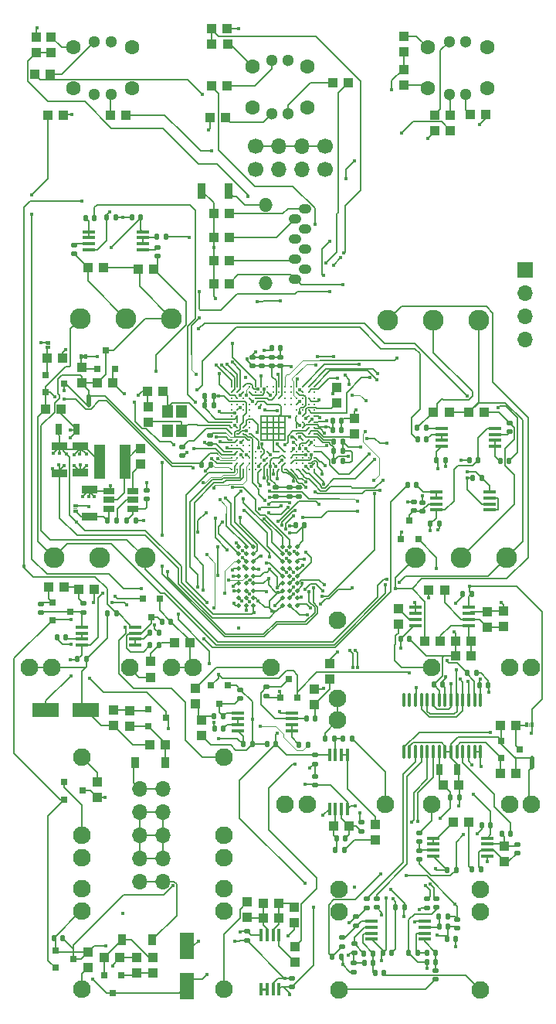
<source format=gbr>
G04 #@! TF.GenerationSoftware,KiCad,Pcbnew,8.0.5*
G04 #@! TF.CreationDate,2024-10-08T11:29:37-07:00*
G04 #@! TF.ProjectId,Sampler-built,53616d70-6c65-4722-9d62-75696c742e6b,rev?*
G04 #@! TF.SameCoordinates,PX815dad0PY77b6f90*
G04 #@! TF.FileFunction,Copper,L1,Top*
G04 #@! TF.FilePolarity,Positive*
%FSLAX46Y46*%
G04 Gerber Fmt 4.6, Leading zero omitted, Abs format (unit mm)*
G04 Created by KiCad (PCBNEW 8.0.5) date 2024-10-08 11:29:37*
%MOMM*%
%LPD*%
G01*
G04 APERTURE LIST*
G04 Aperture macros list*
%AMRoundRect*
0 Rectangle with rounded corners*
0 $1 Rounding radius*
0 $2 $3 $4 $5 $6 $7 $8 $9 X,Y pos of 4 corners*
0 Add a 4 corners polygon primitive as box body*
4,1,4,$2,$3,$4,$5,$6,$7,$8,$9,$2,$3,0*
0 Add four circle primitives for the rounded corners*
1,1,$1+$1,$2,$3*
1,1,$1+$1,$4,$5*
1,1,$1+$1,$6,$7*
1,1,$1+$1,$8,$9*
0 Add four rect primitives between the rounded corners*
20,1,$1+$1,$2,$3,$4,$5,0*
20,1,$1+$1,$4,$5,$6,$7,0*
20,1,$1+$1,$6,$7,$8,$9,0*
20,1,$1+$1,$8,$9,$2,$3,0*%
G04 Aperture macros list end*
G04 #@! TA.AperFunction,EtchedComponent*
%ADD10C,0.000000*%
G04 #@! TD*
G04 #@! TA.AperFunction,SMDPad,CuDef*
%ADD11R,0.900000X1.200000*%
G04 #@! TD*
G04 #@! TA.AperFunction,SMDPad,CuDef*
%ADD12RoundRect,0.147500X0.147500X0.172500X-0.147500X0.172500X-0.147500X-0.172500X0.147500X-0.172500X0*%
G04 #@! TD*
G04 #@! TA.AperFunction,SMDPad,CuDef*
%ADD13R,1.000000X1.000000*%
G04 #@! TD*
G04 #@! TA.AperFunction,SMDPad,CuDef*
%ADD14RoundRect,0.147500X0.172500X-0.147500X0.172500X0.147500X-0.172500X0.147500X-0.172500X-0.147500X0*%
G04 #@! TD*
G04 #@! TA.AperFunction,SMDPad,CuDef*
%ADD15R,0.700000X1.300000*%
G04 #@! TD*
G04 #@! TA.AperFunction,SMDPad,CuDef*
%ADD16R,0.800100X0.800100*%
G04 #@! TD*
G04 #@! TA.AperFunction,SMDPad,CuDef*
%ADD17R,1.450000X0.450000*%
G04 #@! TD*
G04 #@! TA.AperFunction,SMDPad,CuDef*
%ADD18RoundRect,0.147500X-0.172500X0.147500X-0.172500X-0.147500X0.172500X-0.147500X0.172500X0.147500X0*%
G04 #@! TD*
G04 #@! TA.AperFunction,SMDPad,CuDef*
%ADD19C,0.500000*%
G04 #@! TD*
G04 #@! TA.AperFunction,SMDPad,CuDef*
%ADD20RoundRect,0.147500X-0.147500X-0.172500X0.147500X-0.172500X0.147500X0.172500X-0.147500X0.172500X0*%
G04 #@! TD*
G04 #@! TA.AperFunction,SMDPad,CuDef*
%ADD21R,1.600000X3.000000*%
G04 #@! TD*
G04 #@! TA.AperFunction,SMDPad,CuDef*
%ADD22R,0.500000X0.439200*%
G04 #@! TD*
G04 #@! TA.AperFunction,SMDPad,CuDef*
%ADD23R,1.700000X0.900000*%
G04 #@! TD*
G04 #@! TA.AperFunction,ComponentPad*
%ADD24C,1.700000*%
G04 #@! TD*
G04 #@! TA.AperFunction,ComponentPad*
%ADD25O,1.700000X1.700000*%
G04 #@! TD*
G04 #@! TA.AperFunction,SMDPad,CuDef*
%ADD26R,1.150000X1.400000*%
G04 #@! TD*
G04 #@! TA.AperFunction,ComponentPad*
%ADD27R,1.700000X1.700000*%
G04 #@! TD*
G04 #@! TA.AperFunction,SMDPad,CuDef*
%ADD28R,1.220000X0.650000*%
G04 #@! TD*
G04 #@! TA.AperFunction,SMDPad,CuDef*
%ADD29C,0.300000*%
G04 #@! TD*
G04 #@! TA.AperFunction,SMDPad,CuDef*
%ADD30R,0.450000X1.450000*%
G04 #@! TD*
G04 #@! TA.AperFunction,SMDPad,CuDef*
%ADD31R,3.000000X1.600000*%
G04 #@! TD*
G04 #@! TA.AperFunction,SMDPad,CuDef*
%ADD32R,1.200000X3.700000*%
G04 #@! TD*
G04 #@! TA.AperFunction,SMDPad,CuDef*
%ADD33R,0.900000X1.700000*%
G04 #@! TD*
G04 #@! TA.AperFunction,SMDPad,CuDef*
%ADD34R,0.439200X0.500000*%
G04 #@! TD*
G04 #@! TA.AperFunction,SMDPad,CuDef*
%ADD35RoundRect,0.100000X-0.100000X0.637500X-0.100000X-0.637500X0.100000X-0.637500X0.100000X0.637500X0*%
G04 #@! TD*
G04 #@! TA.AperFunction,ComponentPad*
%ADD36C,1.930400*%
G04 #@! TD*
G04 #@! TA.AperFunction,ComponentPad*
%ADD37C,1.600000*%
G04 #@! TD*
G04 #@! TA.AperFunction,ComponentPad*
%ADD38C,1.300000*%
G04 #@! TD*
G04 #@! TA.AperFunction,ComponentPad*
%ADD39O,1.397000X1.092200*%
G04 #@! TD*
G04 #@! TA.AperFunction,ComponentPad*
%ADD40O,1.524000X1.524000*%
G04 #@! TD*
G04 #@! TA.AperFunction,ComponentPad*
%ADD41C,2.286000*%
G04 #@! TD*
G04 #@! TA.AperFunction,ViaPad*
%ADD42C,0.400000*%
G04 #@! TD*
G04 #@! TA.AperFunction,Conductor*
%ADD43C,0.203200*%
G04 #@! TD*
G04 #@! TA.AperFunction,Conductor*
%ADD44C,0.127000*%
G04 #@! TD*
G04 #@! TA.AperFunction,Conductor*
%ADD45C,0.100000*%
G04 #@! TD*
G04 #@! TA.AperFunction,Conductor*
%ADD46C,0.200000*%
G04 #@! TD*
G04 #@! TA.AperFunction,Conductor*
%ADD47C,0.250000*%
G04 #@! TD*
G04 APERTURE END LIST*
D10*
G04 #@! TA.AperFunction,EtchedComponent*
G04 #@! TO.C,NT2*
G36*
X9640000Y65690000D02*
G01*
X9140000Y65690000D01*
X9140000Y66690000D01*
X9640000Y66690000D01*
X9640000Y65690000D01*
G37*
G04 #@! TD.AperFunction*
G04 #@! TA.AperFunction,EtchedComponent*
G04 #@! TO.C,JP2*
G36*
X8103200Y54405800D02*
G01*
X7696800Y54405800D01*
X7696800Y54304200D01*
X8103200Y54304200D01*
X8103200Y54405800D01*
G37*
G04 #@! TD.AperFunction*
G04 #@! TA.AperFunction,EtchedComponent*
G04 #@! TO.C,JP11*
G36*
X5078200Y72330800D02*
G01*
X4671800Y72330800D01*
X4671800Y72229200D01*
X5078200Y72229200D01*
X5078200Y72330800D01*
G37*
G04 #@! TD.AperFunction*
G04 #@! TA.AperFunction,EtchedComponent*
G04 #@! TO.C,NT1*
G36*
X58170000Y26040000D02*
G01*
X57670000Y26040000D01*
X57670000Y27040000D01*
X58170000Y27040000D01*
X58170000Y26040000D01*
G37*
G04 #@! TD.AperFunction*
G04 #@! TA.AperFunction,EtchedComponent*
G04 #@! TO.C,JP3*
G36*
X8805400Y70801800D02*
G01*
X8703800Y70801800D01*
X8703800Y71208200D01*
X8805400Y71208200D01*
X8805400Y70801800D01*
G37*
G04 #@! TD.AperFunction*
G04 #@! TA.AperFunction,EtchedComponent*
G04 #@! TO.C,JP4*
G36*
X57700800Y30451800D02*
G01*
X57599200Y30451800D01*
X57599200Y30858200D01*
X57700800Y30858200D01*
X57700800Y30451800D01*
G37*
G04 #@! TD.AperFunction*
G04 #@! TD*
D11*
G04 #@! TO.P,D16,1,K*
G04 #@! TO.N,Net-(D16-K)*
X17750000Y26530000D03*
G04 #@! TO.P,D16,2,A*
G04 #@! TO.N,Net-(D16-A)*
X14450000Y26530000D03*
G04 #@! TD*
D12*
G04 #@! TO.P,C61,1*
G04 #@! TO.N,+12V*
X15041648Y86264922D03*
G04 #@! TO.P,C61,2*
G04 #@! TO.N,GND*
X14071648Y86264922D03*
G04 #@! TD*
D13*
G04 #@! TO.P,R3,1*
G04 #@! TO.N,/D0*
X47256648Y95699922D03*
G04 #@! TO.P,R3,2*
G04 #@! TO.N,Net-(Bank_But1-G)*
X47256648Y97399922D03*
G04 #@! TD*
D14*
G04 #@! TO.P,C1,1*
G04 #@! TO.N,+3V3*
X28360148Y69951600D03*
G04 #@! TO.P,C1,2*
G04 #@! TO.N,GND*
X28360148Y70921600D03*
G04 #@! TD*
D13*
G04 #@! TO.P,R57,1*
G04 #@! TO.N,Net-(U15B-+)*
X47896648Y39809922D03*
G04 #@! TO.P,R57,2*
G04 #@! TO.N,VREF+*
X46196648Y39809922D03*
G04 #@! TD*
D15*
G04 #@! TO.P,C44,1*
G04 #@! TO.N,/VCOM*
X47826648Y25799922D03*
G04 #@! TO.P,C44,2*
G04 #@! TO.N,GNDA*
X49726648Y25799922D03*
G04 #@! TD*
D13*
G04 #@! TO.P,R59,1*
G04 #@! TO.N,Net-(J12-SIG)*
X10266648Y24399922D03*
G04 #@! TO.P,R59,2*
G04 #@! TO.N,/D13*
X10266648Y22699922D03*
G04 #@! TD*
D16*
G04 #@! TO.P,Q11,1,G*
G04 #@! TO.N,Net-(Q11-G)*
X15850000Y32430000D03*
G04 #@! TO.P,Q11,2,S*
G04 #@! TO.N,Net-(D16-K)*
X15850000Y30530000D03*
G04 #@! TO.P,Q11,3,D*
G04 #@! TO.N,+12V*
X17848980Y31480000D03*
G04 #@! TD*
D13*
G04 #@! TO.P,R61,1*
G04 #@! TO.N,GND*
X31891648Y9019922D03*
G04 #@! TO.P,R61,2*
G04 #@! TO.N,Net-(U16B--)*
X31891648Y10719922D03*
G04 #@! TD*
D17*
G04 #@! TO.P,U15,1*
G04 #@! TO.N,Net-(U15A--)*
X45146648Y43524922D03*
G04 #@! TO.P,U15,2,-*
X45146648Y42874922D03*
G04 #@! TO.P,U15,3,+*
G04 #@! TO.N,Net-(U15A-+)*
X45146648Y42224922D03*
G04 #@! TO.P,U15,4,V-*
G04 #@! TO.N,-12VA*
X45146648Y41574922D03*
G04 #@! TO.P,U15,5,+*
G04 #@! TO.N,Net-(U15B-+)*
X51046648Y41574922D03*
G04 #@! TO.P,U15,6,-*
G04 #@! TO.N,Net-(U15B--)*
X51046648Y42224922D03*
G04 #@! TO.P,U15,7*
G04 #@! TO.N,Net-(C46-Pad1)*
X51046648Y42874922D03*
G04 #@! TO.P,U15,8,V+*
G04 #@! TO.N,+12V*
X51046648Y43524922D03*
G04 #@! TD*
D13*
G04 #@! TO.P,C45,1*
G04 #@! TO.N,/VCOM*
X48226648Y24059922D03*
G04 #@! TO.P,C45,2*
G04 #@! TO.N,GNDA*
X49926648Y24059922D03*
G04 #@! TD*
D18*
G04 #@! TO.P,R42,1*
G04 #@! TO.N,Net-(C57-Pad1)*
X56326648Y17614672D03*
G04 #@! TO.P,R42,2*
G04 #@! TO.N,Net-(U8B--)*
X56326648Y16644672D03*
G04 #@! TD*
D13*
G04 #@! TO.P,C25,1*
G04 #@! TO.N,Net-(D16-K)*
X17700000Y28530000D03*
G04 #@! TO.P,C25,2*
G04 #@! TO.N,GND*
X16000000Y28530000D03*
G04 #@! TD*
G04 #@! TO.P,C47,1*
G04 #@! TO.N,/D6*
X43876648Y102439922D03*
G04 #@! TO.P,C47,2*
G04 #@! TO.N,GND*
X43876648Y100739922D03*
G04 #@! TD*
D12*
G04 #@! TO.P,R161,1*
G04 #@! TO.N,Net-(C149-Pad1)*
X47406648Y4719922D03*
G04 #@! TO.P,R161,2*
G04 #@! TO.N,Net-(C153-Pad1)*
X46436648Y4719922D03*
G04 #@! TD*
D13*
G04 #@! TO.P,C79,1*
G04 #@! TO.N,Net-(POT_SAMP1-Center)*
X9236648Y80754922D03*
G04 #@! TO.P,C79,2*
G04 #@! TO.N,GNDADC*
X10936648Y80754922D03*
G04 #@! TD*
G04 #@! TO.P,C55,1*
G04 #@! TO.N,Net-(JP11-B)*
X4770000Y70820000D03*
G04 #@! TO.P,C55,2*
G04 #@! TO.N,GND*
X6470000Y70820000D03*
G04 #@! TD*
D19*
G04 #@! TO.P,NT2,1,1*
G04 #@! TO.N,GNDADC*
X9390000Y66690000D03*
G04 #@! TO.P,NT2,2,2*
G04 #@! TO.N,GND*
X9390000Y65690000D03*
G04 #@! TD*
D18*
G04 #@! TO.P,C36,1*
G04 #@! TO.N,+3V3*
X22640148Y62391600D03*
G04 #@! TO.P,C36,2*
G04 #@! TO.N,GND*
X22640148Y61421600D03*
G04 #@! TD*
D13*
G04 #@! TO.P,C65,1*
G04 #@! TO.N,Net-(POT_START1-Center)*
X52706648Y64874482D03*
G04 #@! TO.P,C65,2*
G04 #@! TO.N,GNDADC*
X51006648Y64874482D03*
G04 #@! TD*
G04 #@! TO.P,R71,1*
G04 #@! TO.N,/D8*
X22666648Y97119922D03*
G04 #@! TO.P,R71,2*
G04 #@! TO.N,Net-(PLAY_BUT1-R)*
X24366648Y97119922D03*
G04 #@! TD*
D20*
G04 #@! TO.P,R52,1*
G04 #@! TO.N,Net-(U11A-+)*
X37236088Y29146436D03*
G04 #@! TO.P,R52,2*
G04 #@! TO.N,Net-(J14-SIG)*
X38206088Y29146436D03*
G04 #@! TD*
G04 #@! TO.P,C88,1*
G04 #@! TO.N,-12VA*
X46805000Y52690000D03*
G04 #@! TO.P,C88,2*
G04 #@! TO.N,GND*
X47775000Y52690000D03*
G04 #@! TD*
D21*
G04 #@! TO.P,C24,1*
G04 #@! TO.N,GND*
X20070000Y6500000D03*
G04 #@! TO.P,C24,2*
G04 #@! TO.N,-12VA*
X20070000Y2100000D03*
G04 #@! TD*
D13*
G04 #@! TO.P,R74,1*
G04 #@! TO.N,Net-(PLAY_BUT1-POLE-A)*
X24556648Y105239922D03*
G04 #@! TO.P,R74,2*
G04 #@! TO.N,/D12*
X22856648Y105239922D03*
G04 #@! TD*
D12*
G04 #@! TO.P,R55,1*
G04 #@! TO.N,/LIN*
X55611648Y18729672D03*
G04 #@! TO.P,R55,2*
G04 #@! TO.N,Net-(C57-Pad1)*
X54641648Y18729672D03*
G04 #@! TD*
D22*
G04 #@! TO.P,JP2,1,A*
G04 #@! TO.N,+12V*
X7900000Y54625400D03*
G04 #@! TO.P,JP2,2,B*
G04 #@! TO.N,Net-(JP2-B)*
X7900000Y54084600D03*
G04 #@! TD*
D18*
G04 #@! TO.P,R49,1*
G04 #@! TO.N,Net-(U8A-+)*
X45551648Y16914672D03*
G04 #@! TO.P,R49,2*
G04 #@! TO.N,GND*
X45551648Y15944672D03*
G04 #@! TD*
D20*
G04 #@! TO.P,R41,1*
G04 #@! TO.N,Net-(U1A--)*
X54465000Y59584482D03*
G04 #@! TO.P,R41,2*
G04 #@! TO.N,/A3*
X55435000Y59584482D03*
G04 #@! TD*
D23*
G04 #@! TO.P,C67,1*
G04 #@! TO.N,Net-(JP2-B)*
X9456493Y53509922D03*
G04 #@! TO.P,C67,2*
G04 #@! TO.N,GND*
X9456493Y56409922D03*
G04 #@! TD*
D24*
G04 #@! TO.P,J4,1,Pin_1*
G04 #@! TO.N,/UART_TX*
X27646648Y91469922D03*
G04 #@! TO.P,J4,2,Pin_2*
G04 #@! TO.N,GND*
X27646648Y94009922D03*
D25*
G04 #@! TO.P,J4,3,Pin_3*
G04 #@! TO.N,/UART_RX*
X30186648Y91469922D03*
G04 #@! TO.P,J4,4,Pin_4*
G04 #@! TO.N,GND*
X30186648Y94009922D03*
G04 #@! TO.P,J4,5,Pin_5*
G04 #@! TO.N,/DEBUG2*
X32726648Y91469922D03*
G04 #@! TO.P,J4,6,Pin_6*
G04 #@! TO.N,GND*
X32726648Y94009922D03*
D24*
G04 #@! TO.P,J4,7,Pin_7*
G04 #@! TO.N,/DEBUG3*
X35266648Y91469922D03*
G04 #@! TO.P,J4,8,Pin_8*
G04 #@! TO.N,GND*
X35266648Y94009922D03*
G04 #@! TD*
D20*
G04 #@! TO.P,C13,1*
G04 #@! TO.N,+3V3*
X36205148Y59586600D03*
G04 #@! TO.P,C13,2*
G04 #@! TO.N,GND*
X37175148Y59586600D03*
G04 #@! TD*
D12*
G04 #@! TO.P,R12,1*
G04 #@! TO.N,Net-(U1B--)*
X46381648Y61919922D03*
G04 #@! TO.P,R12,2*
G04 #@! TO.N,/A1*
X45411648Y61919922D03*
G04 #@! TD*
D18*
G04 #@! TO.P,R40,1*
G04 #@! TO.N,Net-(POT_START1-Center)*
X55486648Y63729482D03*
G04 #@! TO.P,R40,2*
G04 #@! TO.N,Net-(U1A-+)*
X55486648Y62759482D03*
G04 #@! TD*
D13*
G04 #@! TO.P,R21,1*
G04 #@! TO.N,GND*
X34096648Y34609922D03*
G04 #@! TO.P,R21,2*
G04 #@! TO.N,Net-(R1-Pad1)*
X34096648Y32909922D03*
G04 #@! TD*
D16*
G04 #@! TO.P,D15,1,Anode*
G04 #@! TO.N,GND*
X43570000Y51009240D03*
G04 #@! TO.P,D15,2,cathode*
G04 #@! TO.N,+3V3*
X45470000Y51009240D03*
G04 #@! TO.P,D15,3,AK*
G04 #@! TO.N,Net-(D15-AK)*
X44520000Y53008220D03*
G04 #@! TD*
D12*
G04 #@! TO.P,C6,1*
G04 #@! TO.N,+3.3VADC*
X22691648Y59169922D03*
G04 #@! TO.P,C6,2*
G04 #@! TO.N,GNDADC*
X21721648Y59169922D03*
G04 #@! TD*
D20*
G04 #@! TO.P,R30,1*
G04 #@! TO.N,Net-(R16-Pad2)*
X23111648Y31669922D03*
G04 #@! TO.P,R30,2*
G04 #@! TO.N,Net-(D24-AK)*
X24081648Y31669922D03*
G04 #@! TD*
G04 #@! TO.P,C8,1*
G04 #@! TO.N,/VCOM*
X48991648Y22769922D03*
G04 #@! TO.P,C8,2*
G04 #@! TO.N,GNDA*
X49961648Y22769922D03*
G04 #@! TD*
G04 #@! TO.P,R66,1*
G04 #@! TO.N,Net-(JP2-B)*
X11391493Y53079922D03*
G04 #@! TO.P,R66,2*
G04 #@! TO.N,Net-(U13-EN)*
X12361493Y53079922D03*
G04 #@! TD*
D16*
G04 #@! TO.P,U6,1,VI*
G04 #@! TO.N,Net-(JP11-B)*
X4649240Y68980000D03*
G04 #@! TO.P,U6,2,VO*
G04 #@! TO.N,VREF+*
X4649240Y67080000D03*
G04 #@! TO.P,U6,3,GND*
G04 #@! TO.N,GND*
X6648220Y68030000D03*
G04 #@! TD*
D12*
G04 #@! TO.P,R162,1*
G04 #@! TO.N,Net-(U12A--)*
X45386648Y5689922D03*
G04 #@! TO.P,R162,2*
G04 #@! TO.N,Net-(C153-Pad1)*
X44416648Y5689922D03*
G04 #@! TD*
D20*
G04 #@! TO.P,C73,1*
G04 #@! TO.N,+12V*
X26291648Y28539922D03*
G04 #@! TO.P,C73,2*
G04 #@! TO.N,GND*
X27261648Y28539922D03*
G04 #@! TD*
D13*
G04 #@! TO.P,C90,1*
G04 #@! TO.N,Net-(C90-Pad1)*
X51006648Y20024672D03*
G04 #@! TO.P,C90,2*
G04 #@! TO.N,Net-(U8A--)*
X49306648Y20024672D03*
G04 #@! TD*
D16*
G04 #@! TO.P,D24,1,Anode*
G04 #@! TO.N,GND*
X24616648Y34990682D03*
G04 #@! TO.P,D24,2,cathode*
G04 #@! TO.N,+3V3*
X22716648Y34990682D03*
G04 #@! TO.P,D24,3,AK*
G04 #@! TO.N,Net-(D24-AK)*
X23666648Y32991702D03*
G04 #@! TD*
D12*
G04 #@! TO.P,R65,1*
G04 #@! TO.N,+3V3*
X14476648Y53059922D03*
G04 #@! TO.P,R65,2*
G04 #@! TO.N,Net-(U13-FB)*
X13506648Y53059922D03*
G04 #@! TD*
G04 #@! TO.P,C87,1*
G04 #@! TO.N,+12V*
X52421648Y57744922D03*
G04 #@! TO.P,C87,2*
G04 #@! TO.N,GND*
X51451648Y57744922D03*
G04 #@! TD*
D13*
G04 #@! TO.P,C22,1*
G04 #@! TO.N,/OSC_IN*
X17516648Y67209922D03*
G04 #@! TO.P,C22,2*
G04 #@! TO.N,GND*
X15816648Y67209922D03*
G04 #@! TD*
D20*
G04 #@! TO.P,R160,1*
G04 #@! TO.N,GNDA*
X36041648Y5279922D03*
G04 #@! TO.P,R160,2*
G04 #@! TO.N,Net-(C152-Pad2)*
X37011648Y5279922D03*
G04 #@! TD*
D18*
G04 #@! TO.P,R164,1*
G04 #@! TO.N,GNDA*
X49766648Y9384922D03*
G04 #@! TO.P,R164,2*
G04 #@! TO.N,Net-(C153-Pad2)*
X49766648Y8414922D03*
G04 #@! TD*
D14*
G04 #@! TO.P,R44,1*
G04 #@! TO.N,Net-(U8A-+)*
X45571648Y17909672D03*
G04 #@! TO.P,R44,2*
G04 #@! TO.N,Net-(J13-SIG)*
X45571648Y18879672D03*
G04 #@! TD*
D23*
G04 #@! TO.P,C70,1*
G04 #@! TO.N,+3V3*
X8450000Y61160000D03*
G04 #@! TO.P,C70,2*
G04 #@! TO.N,GND*
X8450000Y58260000D03*
G04 #@! TD*
D20*
G04 #@! TO.P,C59,1*
G04 #@! TO.N,+12V*
X47461648Y59664482D03*
G04 #@! TO.P,C59,2*
G04 #@! TO.N,GND*
X48431648Y59664482D03*
G04 #@! TD*
D18*
G04 #@! TO.P,R7,1*
G04 #@! TO.N,/ROUT-*
X39856648Y11624922D03*
G04 #@! TO.P,R7,2*
G04 #@! TO.N,Net-(C152-Pad2)*
X39856648Y10654922D03*
G04 #@! TD*
D13*
G04 #@! TO.P,C83,1*
G04 #@! TO.N,Net-(POT_PITCH1-Center)*
X47156648Y64934482D03*
G04 #@! TO.P,C83,2*
G04 #@! TO.N,GNDADC*
X48856648Y64934482D03*
G04 #@! TD*
G04 #@! TO.P,R73,1*
G04 #@! TO.N,Net-(Bank_But1-POLE-A)*
X43876648Y106059922D03*
G04 #@! TO.P,R73,2*
G04 #@! TO.N,/D6*
X43876648Y104359922D03*
G04 #@! TD*
D20*
G04 #@! TO.P,R23,1*
G04 #@! TO.N,Net-(U3B--)*
X16826648Y84094922D03*
G04 #@! TO.P,R23,2*
G04 #@! TO.N,/A7*
X17796648Y84094922D03*
G04 #@! TD*
D18*
G04 #@! TO.P,R14,1*
G04 #@! TO.N,/LOUT-*
X46476648Y11614922D03*
G04 #@! TO.P,R14,2*
G04 #@! TO.N,Net-(C153-Pad2)*
X46476648Y10644922D03*
G04 #@! TD*
D13*
G04 #@! TO.P,C57,1*
G04 #@! TO.N,Net-(C57-Pad1)*
X54926648Y17379672D03*
G04 #@! TO.P,C57,2*
G04 #@! TO.N,Net-(U8B--)*
X54926648Y15679672D03*
G04 #@! TD*
G04 #@! TO.P,C49,1*
G04 #@! TO.N,Net-(JP4-B)*
X56152780Y30593974D03*
G04 #@! TO.P,C49,2*
G04 #@! TO.N,GNDA*
X54452780Y30593974D03*
G04 #@! TD*
D18*
G04 #@! TO.P,R18,1*
G04 #@! TO.N,Net-(C46-Pad1)*
X45960000Y55015000D03*
G04 #@! TO.P,R18,2*
G04 #@! TO.N,Net-(D15-AK)*
X45960000Y54045000D03*
G04 #@! TD*
D13*
G04 #@! TO.P,C66,1*
G04 #@! TO.N,Net-(POT_LENGTH1-Center)*
X16506648Y80584922D03*
G04 #@! TO.P,C66,2*
G04 #@! TO.N,GNDADC*
X14806648Y80584922D03*
G04 #@! TD*
D12*
G04 #@! TO.P,C60,1*
G04 #@! TO.N,-12VA*
X52031648Y59634482D03*
G04 #@! TO.P,C60,2*
G04 #@! TO.N,GND*
X51061648Y59634482D03*
G04 #@! TD*
D13*
G04 #@! TO.P,R5,1*
G04 #@! TO.N,/D1*
X48996648Y95719922D03*
G04 #@! TO.P,R5,2*
G04 #@! TO.N,Net-(Bank_But1-R)*
X48996648Y97419922D03*
G04 #@! TD*
D16*
G04 #@! TO.P,D1,1,Anode*
G04 #@! TO.N,GND*
X30326648Y33669162D03*
G04 #@! TO.P,D1,2,cathode*
G04 #@! TO.N,+3V3*
X32226648Y33669162D03*
G04 #@! TO.P,D1,3,AK*
G04 #@! TO.N,Net-(D1-AK)*
X31276648Y35668142D03*
G04 #@! TD*
D18*
G04 #@! TO.P,C11,1*
G04 #@! TO.N,+3V3*
X31370148Y56671600D03*
G04 #@! TO.P,C11,2*
G04 #@! TO.N,GND*
X31370148Y55701600D03*
G04 #@! TD*
D20*
G04 #@! TO.P,R47,1*
G04 #@! TO.N,/I2C1_SCL*
X52196648Y35027422D03*
G04 #@! TO.P,R47,2*
G04 #@! TO.N,+3V3*
X53166648Y35027422D03*
G04 #@! TD*
D13*
G04 #@! TO.P,C20,2*
G04 #@! TO.N,Net-(Q12-G)*
X16350000Y3510000D03*
G04 #@! TO.P,C20,1*
G04 #@! TO.N,Net-(D17-A)*
X16350000Y5210000D03*
G04 #@! TD*
G04 #@! TO.P,C39,1*
G04 #@! TO.N,/A6*
X3556648Y104299922D03*
G04 #@! TO.P,C39,2*
G04 #@! TO.N,GND*
X3556648Y105999922D03*
G04 #@! TD*
G04 #@! TO.P,C26,1*
G04 #@! TO.N,Net-(D17-A)*
X11073352Y5190078D03*
G04 #@! TO.P,C26,2*
G04 #@! TO.N,GND*
X12773352Y5190078D03*
G04 #@! TD*
G04 #@! TO.P,R29,1*
G04 #@! TO.N,GND*
X49596648Y39824922D03*
G04 #@! TO.P,R29,2*
G04 #@! TO.N,Net-(U15B-+)*
X51296648Y39824922D03*
G04 #@! TD*
G04 #@! TO.P,C46,1*
G04 #@! TO.N,Net-(C46-Pad1)*
X54846648Y43124922D03*
G04 #@! TO.P,C46,2*
G04 #@! TO.N,Net-(U15B--)*
X54846648Y41424922D03*
G04 #@! TD*
G04 #@! TO.P,R37,1*
G04 #@! TO.N,GND*
X14600000Y5210000D03*
G04 #@! TO.P,R37,2*
G04 #@! TO.N,Net-(Q12-G)*
X14600000Y3510000D03*
G04 #@! TD*
G04 #@! TO.P,R79,1*
G04 #@! TO.N,+3V3*
X23030000Y84070000D03*
G04 #@! TO.P,R79,2*
G04 #@! TO.N,/D16*
X24730000Y84070000D03*
G04 #@! TD*
G04 #@! TO.P,C2,1*
G04 #@! TO.N,Net-(U2B-VCAP_2)*
X36490148Y65926600D03*
G04 #@! TO.P,C2,2*
G04 #@! TO.N,GND*
X36490148Y67626600D03*
G04 #@! TD*
D20*
G04 #@! TO.P,R48,1*
G04 #@! TO.N,/I2C1_SDA*
X50875000Y36380000D03*
G04 #@! TO.P,R48,2*
G04 #@! TO.N,+3V3*
X51845000Y36380000D03*
G04 #@! TD*
D26*
G04 #@! TO.P,Y1,1,1*
G04 #@! TO.N,/OSC_IN*
X18006648Y64979922D03*
G04 #@! TO.P,Y1,2,2*
G04 #@! TO.N,/OSC_OUT*
X19506648Y62879922D03*
G04 #@! TO.P,Y1,3,3*
G04 #@! TO.N,unconnected-(Y1-Pad3)*
X18006648Y62879922D03*
G04 #@! TO.P,Y1,4,4*
G04 #@! TO.N,unconnected-(Y1-Pad4)*
X19506648Y64979922D03*
G04 #@! TD*
D13*
G04 #@! TO.P,R68,1*
G04 #@! TO.N,/D7*
X4896648Y97399922D03*
G04 #@! TO.P,R68,2*
G04 #@! TO.N,Net-(REV_BUT1-R)*
X6596648Y97399922D03*
G04 #@! TD*
D12*
G04 #@! TO.P,C35,1*
G04 #@! TO.N,+12V*
X51331648Y45024922D03*
G04 #@! TO.P,C35,2*
G04 #@! TO.N,GND*
X50361648Y45024922D03*
G04 #@! TD*
D16*
G04 #@! TO.P,D22,1,Anode*
G04 #@! TO.N,GND*
X17146648Y44470682D03*
G04 #@! TO.P,D22,2,cathode*
G04 #@! TO.N,+3V3*
X15246648Y44470682D03*
G04 #@! TO.P,D22,3,AK*
G04 #@! TO.N,Net-(D22-AK)*
X16196648Y42471702D03*
G04 #@! TD*
D12*
G04 #@! TO.P,C17,1*
G04 #@! TO.N,+3V3*
X23065148Y65626600D03*
G04 #@! TO.P,C17,2*
G04 #@! TO.N,GND*
X22095148Y65626600D03*
G04 #@! TD*
D13*
G04 #@! TO.P,R80,1*
G04 #@! TO.N,+3V3*
X23030000Y86620000D03*
G04 #@! TO.P,R80,2*
G04 #@! TO.N,/D17*
X24730000Y86620000D03*
G04 #@! TD*
D12*
G04 #@! TO.P,C64,1*
G04 #@! TO.N,-12VA*
X12362564Y42854922D03*
G04 #@! TO.P,C64,2*
G04 #@! TO.N,GND*
X11392564Y42854922D03*
G04 #@! TD*
D18*
G04 #@! TO.P,C76,1*
G04 #@! TO.N,-12VA*
X34166648Y27364922D03*
G04 #@! TO.P,C76,2*
G04 #@! TO.N,GND*
X34166648Y26394922D03*
G04 #@! TD*
D13*
G04 #@! TO.P,C42,1*
G04 #@! TO.N,GND*
X49605768Y38250422D03*
G04 #@! TO.P,C42,2*
G04 #@! TO.N,Net-(U15B-+)*
X51305768Y38250422D03*
G04 #@! TD*
D17*
G04 #@! TO.P,U10,1*
G04 #@! TO.N,Net-(U10A--)*
X31586648Y30034922D03*
G04 #@! TO.P,U10,2,-*
X31586648Y30684922D03*
G04 #@! TO.P,U10,3,+*
G04 #@! TO.N,Net-(D1-AK)*
X31586648Y31334922D03*
G04 #@! TO.P,U10,4,V-*
G04 #@! TO.N,-12VA*
X31586648Y31984922D03*
G04 #@! TO.P,U10,5,+*
G04 #@! TO.N,Net-(D24-AK)*
X25686648Y31984922D03*
G04 #@! TO.P,U10,6,-*
G04 #@! TO.N,Net-(U10B--)*
X25686648Y31334922D03*
G04 #@! TO.P,U10,7*
X25686648Y30684922D03*
G04 #@! TO.P,U10,8,V+*
G04 #@! TO.N,+12V*
X25686648Y30034922D03*
G04 #@! TD*
D12*
G04 #@! TO.P,C150,1*
G04 #@! TO.N,GNDA*
X48705480Y9699922D03*
G04 #@! TO.P,C150,2*
G04 #@! TO.N,Net-(U12A-+)*
X47735480Y9699922D03*
G04 #@! TD*
D20*
G04 #@! TO.P,R2,1*
G04 #@! TO.N,Net-(U10A--)*
X32411648Y28509922D03*
G04 #@! TO.P,R2,2*
G04 #@! TO.N,/A0*
X33381648Y28509922D03*
G04 #@! TD*
D12*
G04 #@! TO.P,R50,1*
G04 #@! TO.N,Net-(C48-Pad1)*
X37486648Y18279922D03*
G04 #@! TO.P,R50,2*
G04 #@! TO.N,Net-(U11B--)*
X36516648Y18279922D03*
G04 #@! TD*
G04 #@! TO.P,R152,1*
G04 #@! TO.N,Net-(J16-SIG)*
X41695000Y3500000D03*
G04 #@! TO.P,R152,2*
G04 #@! TO.N,Net-(C147-Pad1)*
X40725000Y3500000D03*
G04 #@! TD*
D27*
G04 #@! TO.P,J3,1,Pin_1*
G04 #@! TO.N,+3V3*
X57226648Y80469922D03*
D25*
G04 #@! TO.P,J3,2,Pin_2*
G04 #@! TO.N,/SWDCLK*
X57226648Y77929922D03*
G04 #@! TO.P,J3,3,Pin_3*
G04 #@! TO.N,GND*
X57226648Y75389922D03*
G04 #@! TO.P,J3,4,Pin_4*
G04 #@! TO.N,/SWDIO*
X57226648Y72849922D03*
G04 #@! TD*
D20*
G04 #@! TO.P,R11,1*
G04 #@! TO.N,Net-(POT_PITCH1-Center)*
X45369944Y63218002D03*
G04 #@! TO.P,R11,2*
G04 #@! TO.N,Net-(U1B-+)*
X46339944Y63218002D03*
G04 #@! TD*
D28*
G04 #@! TO.P,U13,1,GND*
G04 #@! TO.N,GND*
X11536648Y56249922D03*
G04 #@! TO.P,U13,2,SW*
G04 #@! TO.N,Net-(U13-SW)*
X11536648Y55299922D03*
G04 #@! TO.P,U13,3,IN*
G04 #@! TO.N,Net-(JP2-B)*
X11536648Y54349922D03*
G04 #@! TO.P,U13,4,FB*
G04 #@! TO.N,Net-(U13-FB)*
X14156648Y54349922D03*
G04 #@! TO.P,U13,5,EN*
G04 #@! TO.N,Net-(U13-EN)*
X14156648Y55299922D03*
G04 #@! TO.P,U13,6,BST*
G04 #@! TO.N,Net-(U13-BST)*
X14156648Y56249922D03*
G04 #@! TD*
D13*
G04 #@! TO.P,R20,1*
G04 #@! TO.N,Net-(J7-SIG)*
X16156648Y35899922D03*
G04 #@! TO.P,R20,2*
G04 #@! TO.N,Net-(R20-Pad2)*
X16156648Y37599922D03*
G04 #@! TD*
G04 #@! TO.P,C51,1*
G04 #@! TO.N,+5V*
X54443428Y25387422D03*
G04 #@! TO.P,C51,2*
G04 #@! TO.N,GNDA*
X56143428Y25387422D03*
G04 #@! TD*
D20*
G04 #@! TO.P,R51,1*
G04 #@! TO.N,Net-(U11B--)*
X36396648Y17009922D03*
G04 #@! TO.P,R51,2*
G04 #@! TO.N,Net-(C52-Pad1)*
X37366648Y17009922D03*
G04 #@! TD*
D22*
G04 #@! TO.P,JP11,1,A*
G04 #@! TO.N,+12V*
X4875000Y72550400D03*
G04 #@! TO.P,JP11,2,B*
G04 #@! TO.N,Net-(JP11-B)*
X4875000Y72009600D03*
G04 #@! TD*
D29*
G04 #@! TO.P,U2,A1,PE3*
G04 #@! TO.N,/SAI_SD_B*
X25000148Y67736600D03*
G04 #@! TO.P,U2,A2,PE2*
G04 #@! TO.N,/SAI_MCLK*
X25650148Y67736600D03*
G04 #@! TO.P,U2,A3,PE1*
G04 #@! TO.N,/SD-NBL1*
X26300148Y67736600D03*
G04 #@! TO.P,U2,A4,PE0*
G04 #@! TO.N,/SD-NBL0*
X26950148Y67736600D03*
G04 #@! TO.P,U2,A5,PB8*
G04 #@! TO.N,/I2C1_SCL*
X27600148Y67736600D03*
G04 #@! TO.P,U2,A6,PB5*
G04 #@! TO.N,/SD-CKE1*
X28250148Y67736600D03*
G04 #@! TO.P,U2,A7,PG14*
G04 #@! TO.N,unconnected-(U2A-PG14-PadA7)*
X28900148Y67736600D03*
G04 #@! TO.P,U2,A8,PG13*
G04 #@! TO.N,unconnected-(U2A-PG13-PadA8)*
X29550148Y67736600D03*
G04 #@! TO.P,U2,A9,PB4*
G04 #@! TO.N,/DEBUG3*
X30200148Y67736600D03*
G04 #@! TO.P,U2,A10,PB3*
G04 #@! TO.N,/CODEC_RESET*
X30850148Y67736600D03*
G04 #@! TO.P,U2,A11,PD7*
G04 #@! TO.N,unconnected-(U2A-PD7-PadA11)*
X31500148Y67736600D03*
G04 #@! TO.P,U2,A12,PC12*
G04 #@! TO.N,/D9*
X32150148Y67736600D03*
G04 #@! TO.P,U2,A13,PA15*
G04 #@! TO.N,/D0*
X32800148Y67736600D03*
G04 #@! TO.P,U2,A14,PA14*
G04 #@! TO.N,/SWDCLK*
X33450148Y67736600D03*
G04 #@! TO.P,U2,A15,PA13*
G04 #@! TO.N,/SWDIO*
X34100148Y67736600D03*
G04 #@! TO.P,U2,B1,PE4*
G04 #@! TO.N,/SAI_FS*
X25000148Y67086600D03*
G04 #@! TO.P,U2,B2,PE5*
G04 #@! TO.N,/SAI_SCK*
X25650148Y67086600D03*
G04 #@! TO.P,U2,B3,PE6*
G04 #@! TO.N,/SAI_SD_A*
X26300148Y67086600D03*
G04 #@! TO.P,U2,B4,PB9*
G04 #@! TO.N,/I2C1_SDA*
X26950148Y67086600D03*
G04 #@! TO.P,U2,B5,PB7*
G04 #@! TO.N,unconnected-(U2A-PB7-PadB5)*
X27600148Y67086600D03*
G04 #@! TO.P,U2,B6,PB6*
G04 #@! TO.N,unconnected-(U2A-PB6-PadB6)*
X28250148Y67086600D03*
G04 #@! TO.P,U2,B7,PG15*
G04 #@! TO.N,/SD-NCAS*
X28900148Y67086600D03*
G04 #@! TO.P,U2,B8,PG12*
G04 #@! TO.N,unconnected-(U2A-PG12-PadB8)*
X29550148Y67086600D03*
G04 #@! TO.P,U2,B9,PG11*
G04 #@! TO.N,unconnected-(U2A-PG11-PadB9)*
X30200148Y67086600D03*
G04 #@! TO.P,U2,B10,PG10*
G04 #@! TO.N,unconnected-(U2A-PG10-PadB10)*
X30850148Y67086600D03*
G04 #@! TO.P,U2,B11,PD6*
G04 #@! TO.N,unconnected-(U2A-PD6-PadB11)*
X31500148Y67086600D03*
G04 #@! TO.P,U2,B12,PD0*
G04 #@! TO.N,/SD-D2*
X32150148Y67086600D03*
G04 #@! TO.P,U2,B13,PC11*
G04 #@! TO.N,/D19*
X32800148Y67086600D03*
G04 #@! TO.P,U2,B14,PC10*
G04 #@! TO.N,/D18*
X33450148Y67086600D03*
G04 #@! TO.P,U2,B15,PA12*
G04 #@! TO.N,unconnected-(U2A-PA12-PadB15)*
X34100148Y67086600D03*
G04 #@! TO.P,U2,C1,VBAT*
G04 #@! TO.N,unconnected-(U2B-VBAT-PadC1)*
X25000148Y66436600D03*
G04 #@! TO.P,U2,C2,PI7*
G04 #@! TO.N,/D1*
X25650148Y66436600D03*
G04 #@! TO.P,U2,C3,PI6*
G04 #@! TO.N,unconnected-(U2A-PI6-PadC3)*
X26300148Y66436600D03*
G04 #@! TO.P,U2,C4,PI5*
G04 #@! TO.N,/DEBUG2*
X26950148Y66436600D03*
G04 #@! TO.P,U2,C5,VDD*
G04 #@! TO.N,+3V3*
X27600148Y66436600D03*
G04 #@! TO.P,U2,C6,PDR_ON*
X28250148Y66436600D03*
G04 #@! TO.P,U2,C7,VDD*
X28900148Y66436600D03*
G04 #@! TO.P,U2,C8,VDDSDMMC*
X29550148Y66436600D03*
G04 #@! TO.P,U2,C9,VDD*
X30200148Y66436600D03*
G04 #@! TO.P,U2,C10,PG9*
G04 #@! TO.N,unconnected-(U2A-PG9-PadC10)*
X30850148Y66436600D03*
G04 #@! TO.P,U2,C11,PD5*
G04 #@! TO.N,unconnected-(U2A-PD5-PadC11)*
X31500148Y66436600D03*
G04 #@! TO.P,U2,C12,PD1*
G04 #@! TO.N,/SD-D3*
X32150148Y66436600D03*
G04 #@! TO.P,U2,C13,PI3*
G04 #@! TO.N,unconnected-(U2A-PI3-PadC13)*
X32800148Y66436600D03*
G04 #@! TO.P,U2,C14,PI2*
G04 #@! TO.N,/D3*
X33450148Y66436600D03*
G04 #@! TO.P,U2,C15,PA11*
G04 #@! TO.N,unconnected-(U2A-PA11-PadC15)*
X34100148Y66436600D03*
G04 #@! TO.P,U2,D1,PC13*
G04 #@! TO.N,unconnected-(U2A-PC13-PadD1)*
X25000148Y65786600D03*
G04 #@! TO.P,U2,D2,PI8*
G04 #@! TO.N,unconnected-(U2A-PI8-PadD2)*
X25650148Y65786600D03*
G04 #@! TO.P,U2,D3,PI9*
G04 #@! TO.N,unconnected-(U2A-PI9-PadD3)*
X26300148Y65786600D03*
G04 #@! TO.P,U2,D4,PI4*
G04 #@! TO.N,unconnected-(U2A-PI4-PadD4)*
X26950148Y65786600D03*
G04 #@! TO.P,U2,D5,VSS*
G04 #@! TO.N,GND*
X27600148Y65786600D03*
G04 #@! TO.P,U2,D6,BOOT*
G04 #@! TO.N,/BOOT0*
X28250148Y65786600D03*
G04 #@! TO.P,U2,D7,VSS*
G04 #@! TO.N,GND*
X28900148Y65786600D03*
G04 #@! TO.P,U2,D8,VSS*
X29550148Y65786600D03*
G04 #@! TO.P,U2,D9,VSS*
X30200148Y65786600D03*
G04 #@! TO.P,U2,D10,PD4*
G04 #@! TO.N,unconnected-(U2A-PD4-PadD10)*
X30850148Y65786600D03*
G04 #@! TO.P,U2,D11,PD3*
G04 #@! TO.N,unconnected-(U2A-PD3-PadD11)*
X31500148Y65786600D03*
G04 #@! TO.P,U2,D12,PD2*
G04 #@! TO.N,/D4*
X32150148Y65786600D03*
G04 #@! TO.P,U2,D13,PH15*
G04 #@! TO.N,unconnected-(U2A-PH15-PadD13)*
X32800148Y65786600D03*
G04 #@! TO.P,U2,D14,PI1*
G04 #@! TO.N,unconnected-(U2A-PI1-PadD14)*
X33450148Y65786600D03*
G04 #@! TO.P,U2,D15,PA10*
G04 #@! TO.N,unconnected-(U2A-PA10-PadD15)*
X34100148Y65786600D03*
G04 #@! TO.P,U2,E1,PC14*
G04 #@! TO.N,unconnected-(U2A-PC14-PadE1)*
X25000148Y65136600D03*
G04 #@! TO.P,U2,E2,PF0*
G04 #@! TO.N,/SD-A0*
X25650148Y65136600D03*
G04 #@! TO.P,U2,E3,PI10*
G04 #@! TO.N,unconnected-(U2A-PI10-PadE3)*
X26300148Y65136600D03*
G04 #@! TO.P,U2,E4,PI11*
G04 #@! TO.N,unconnected-(U2A-PI11-PadE4)*
X26950148Y65136600D03*
G04 #@! TO.P,U2,E12,PH13*
G04 #@! TO.N,unconnected-(U2A-PH13-PadE12)*
X32150148Y65136600D03*
G04 #@! TO.P,U2,E13,PH14*
G04 #@! TO.N,unconnected-(U2A-PH14-PadE13)*
X32800148Y65136600D03*
G04 #@! TO.P,U2,E14,PI0*
G04 #@! TO.N,/D5*
X33450148Y65136600D03*
G04 #@! TO.P,U2,E15,PA9*
G04 #@! TO.N,unconnected-(U2A-PA9-PadE15)*
X34100148Y65136600D03*
G04 #@! TO.P,U2,F1,PC15*
G04 #@! TO.N,unconnected-(U2A-PC15-PadF1)*
X25000148Y64486600D03*
G04 #@! TO.P,U2,F2,VSS*
G04 #@! TO.N,GND*
X25650148Y64486600D03*
G04 #@! TO.P,U2,F3,VDD*
G04 #@! TO.N,+3V3*
X26300148Y64486600D03*
G04 #@! TO.P,U2,F4,PH2*
G04 #@! TO.N,unconnected-(U2A-PH2-PadF4)*
X26950148Y64486600D03*
G04 #@! TO.P,U2,F6,VSS*
G04 #@! TO.N,GND*
X28250148Y64486600D03*
G04 #@! TO.P,U2,F7,VSS*
X28900148Y64486600D03*
G04 #@! TO.P,U2,F8,VSS*
X29550148Y64486600D03*
G04 #@! TO.P,U2,F9,VSS*
X30200148Y64486600D03*
G04 #@! TO.P,U2,F10,VSS*
X30850148Y64486600D03*
G04 #@! TO.P,U2,F12,VSS*
X32150148Y64486600D03*
G04 #@! TO.P,U2,F13,VCAP_2*
G04 #@! TO.N,Net-(U2B-VCAP_2)*
X32800148Y64486600D03*
G04 #@! TO.P,U2,F14,PC9*
G04 #@! TO.N,/D17*
X33450148Y64486600D03*
G04 #@! TO.P,U2,F15,PA8*
G04 #@! TO.N,/D12*
X34100148Y64486600D03*
G04 #@! TO.P,U2,G1,PH0*
G04 #@! TO.N,/OSC_IN*
X25000148Y63836600D03*
G04 #@! TO.P,U2,G2,VSS*
G04 #@! TO.N,GND*
X25650148Y63836600D03*
G04 #@! TO.P,U2,G3,VDD*
G04 #@! TO.N,+3V3*
X26300148Y63836600D03*
G04 #@! TO.P,U2,G4,PH3*
G04 #@! TO.N,unconnected-(U2A-PH3-PadG4)*
X26950148Y63836600D03*
G04 #@! TO.P,U2,G6,VSS*
G04 #@! TO.N,GND*
X28250148Y63836600D03*
G04 #@! TO.P,U2,G7,VSS*
X28900148Y63836600D03*
G04 #@! TO.P,U2,G8,VSS*
X29550148Y63836600D03*
G04 #@! TO.P,U2,G9,VSS*
X30200148Y63836600D03*
G04 #@! TO.P,U2,G10,VSS*
X30850148Y63836600D03*
G04 #@! TO.P,U2,G12,VSS*
X32150148Y63836600D03*
G04 #@! TO.P,U2,G13,VDD*
G04 #@! TO.N,+3V3*
X32800148Y63836600D03*
G04 #@! TO.P,U2,G14,PC8*
G04 #@! TO.N,/D16*
X33450148Y63836600D03*
G04 #@! TO.P,U2,G15,PC7*
G04 #@! TO.N,GND*
X34100148Y63836600D03*
G04 #@! TO.P,U2,H1,PH1*
G04 #@! TO.N,/OSC_OUT*
X25000148Y63186600D03*
G04 #@! TO.P,U2,H2,PF2*
G04 #@! TO.N,/SD-A2*
X25650148Y63186600D03*
G04 #@! TO.P,U2,H3,PF1*
G04 #@! TO.N,/SD-A1*
X26300148Y63186600D03*
G04 #@! TO.P,U2,H4,PH4*
G04 #@! TO.N,unconnected-(U2A-PH4-PadH4)*
X26950148Y63186600D03*
G04 #@! TO.P,U2,H6,VSS*
G04 #@! TO.N,GND*
X28250148Y63186600D03*
G04 #@! TO.P,U2,H7,VSS*
X28900148Y63186600D03*
G04 #@! TO.P,U2,H8,VSS*
X29550148Y63186600D03*
G04 #@! TO.P,U2,H9,VSS*
X30200148Y63186600D03*
G04 #@! TO.P,U2,H10,VSS*
X30850148Y63186600D03*
G04 #@! TO.P,U2,H12,VSS*
X32150148Y63186600D03*
G04 #@! TO.P,U2,H13,VDDUSB*
G04 #@! TO.N,+3V3*
X32800148Y63186600D03*
G04 #@! TO.P,U2,H14,PG8*
G04 #@! TO.N,/SD-CLK*
X33450148Y63186600D03*
G04 #@! TO.P,U2,H15,PC6*
G04 #@! TO.N,/D14*
X34100148Y63186600D03*
G04 #@! TO.P,U2,J1,NRST*
G04 #@! TO.N,/NRST*
X25000148Y62536600D03*
G04 #@! TO.P,U2,J2,PF3*
G04 #@! TO.N,/SD-A3*
X25650148Y62536600D03*
G04 #@! TO.P,U2,J3,PF4*
G04 #@! TO.N,/SD-A4*
X26300148Y62536600D03*
G04 #@! TO.P,U2,J4,PH5*
G04 #@! TO.N,/SD-NWE*
X26950148Y62536600D03*
G04 #@! TO.P,U2,J6,VSS*
G04 #@! TO.N,GND*
X28250148Y62536600D03*
G04 #@! TO.P,U2,J7,VSS*
X28900148Y62536600D03*
G04 #@! TO.P,U2,J8,VSS*
X29550148Y62536600D03*
G04 #@! TO.P,U2,J9,VSS*
X30200148Y62536600D03*
G04 #@! TO.P,U2,J10,VSS*
X30850148Y62536600D03*
G04 #@! TO.P,U2,J12,VDD*
G04 #@! TO.N,+3V3*
X32150148Y62536600D03*
G04 #@! TO.P,U2,J13,VDD*
X32800148Y62536600D03*
G04 #@! TO.P,U2,J14,VDD12OTGHS*
G04 #@! TO.N,Net-(U2B-VDD12OTGHS)*
X33450148Y62536600D03*
G04 #@! TO.P,U2,J15,OTG_HR_REXT*
G04 #@! TO.N,Net-(U2B-OTG_HR_REXT)*
X34100148Y62536600D03*
G04 #@! TO.P,U2,K1,PF7*
G04 #@! TO.N,/UART_TX*
X25000148Y61886600D03*
G04 #@! TO.P,U2,K2,PF6*
G04 #@! TO.N,/UART_RX*
X25650148Y61886600D03*
G04 #@! TO.P,U2,K3,PF5*
G04 #@! TO.N,/SD-A5*
X26300148Y61886600D03*
G04 #@! TO.P,U2,K4,VDD*
G04 #@! TO.N,+3V3*
X26950148Y61886600D03*
G04 #@! TO.P,U2,K6,VSS*
G04 #@! TO.N,GND*
X28250148Y61886600D03*
G04 #@! TO.P,U2,K7,VSS*
X28900148Y61886600D03*
G04 #@! TO.P,U2,K8,VSS*
X29550148Y61886600D03*
G04 #@! TO.P,U2,K9,VSS*
X30200148Y61886600D03*
G04 #@! TO.P,U2,K10,VSS*
X30850148Y61886600D03*
G04 #@! TO.P,U2,K12,PH12*
G04 #@! TO.N,/D15*
X32150148Y61886600D03*
G04 #@! TO.P,U2,K13,PG5*
G04 #@! TO.N,/SD-BA1*
X32800148Y61886600D03*
G04 #@! TO.P,U2,K14,PG4*
G04 #@! TO.N,/SD-BA0*
X33450148Y61886600D03*
G04 #@! TO.P,U2,K15,PG3*
G04 #@! TO.N,unconnected-(U2A-PG3-PadK15)*
X34100148Y61886600D03*
G04 #@! TO.P,U2,L1,PF10*
G04 #@! TO.N,unconnected-(U2A-PF10-PadL1)*
X25000148Y61236600D03*
G04 #@! TO.P,U2,L2,PF9*
G04 #@! TO.N,unconnected-(U2A-PF9-PadL2)*
X25650148Y61236600D03*
G04 #@! TO.P,U2,L3,PF8*
G04 #@! TO.N,unconnected-(U2A-PF8-PadL3)*
X26300148Y61236600D03*
G04 #@! TO.P,U2,L4,BYPASS_REG*
G04 #@! TO.N,unconnected-(U2B-BYPASS_REG-PadL4)*
X26950148Y61236600D03*
G04 #@! TO.P,U2,L12,PH11*
G04 #@! TO.N,/D13*
X32150148Y61236600D03*
G04 #@! TO.P,U2,L13,PH10*
G04 #@! TO.N,unconnected-(U2A-PH10-PadL13)*
X32800148Y61236600D03*
G04 #@! TO.P,U2,L14,PD15*
G04 #@! TO.N,/SD-D1*
X33450148Y61236600D03*
G04 #@! TO.P,U2,L15,PG2*
G04 #@! TO.N,/SD-A12*
X34100148Y61236600D03*
G04 #@! TO.P,U2,M1,VSSA*
G04 #@! TO.N,GND*
X25000148Y60586600D03*
G04 #@! TO.P,U2,M2,PC0*
G04 #@! TO.N,/A3*
X25650148Y60586600D03*
G04 #@! TO.P,U2,M3,PC1*
G04 #@! TO.N,/A8*
X26300148Y60586600D03*
G04 #@! TO.P,U2,M4,PC2*
G04 #@! TO.N,unconnected-(U2A-PC2-PadM4)*
X26950148Y60586600D03*
G04 #@! TO.P,U2,M5,PC3*
G04 #@! TO.N,unconnected-(U2A-PC3-PadM5)*
X27600148Y60586600D03*
G04 #@! TO.P,U2,M6,PB2*
G04 #@! TO.N,unconnected-(U2A-PB2-PadM6)*
X28250148Y60586600D03*
G04 #@! TO.P,U2,M7,PG1*
G04 #@! TO.N,/SD-A11*
X28900148Y60586600D03*
G04 #@! TO.P,U2,M8,VSS*
G04 #@! TO.N,GND*
X29550148Y60586600D03*
G04 #@! TO.P,U2,M9,VSS*
X30200148Y60586600D03*
G04 #@! TO.P,U2,M10,VCAP_1*
G04 #@! TO.N,Net-(U2B-VCAP_1)*
X30850148Y60586600D03*
G04 #@! TO.P,U2,M11,PH6*
G04 #@! TO.N,/SD-NE1*
X31500148Y60586600D03*
G04 #@! TO.P,U2,M12,PH8*
G04 #@! TO.N,unconnected-(U2A-PH8-PadM12)*
X32150148Y60586600D03*
G04 #@! TO.P,U2,M13,PH9*
G04 #@! TO.N,unconnected-(U2A-PH9-PadM13)*
X32800148Y60586600D03*
G04 #@! TO.P,U2,M14,PD14*
G04 #@! TO.N,/SD-D0*
X33450148Y60586600D03*
G04 #@! TO.P,U2,M15,PD13*
G04 #@! TO.N,/D11*
X34100148Y60586600D03*
G04 #@! TO.P,U2,N1,VREF-*
G04 #@! TO.N,GNDADC*
X25000148Y59936600D03*
G04 #@! TO.P,U2,N2,PA1*
G04 #@! TO.N,/A7*
X25650148Y59936600D03*
G04 #@! TO.P,U2,N3,PA0*
G04 #@! TO.N,/A6*
X26300148Y59936600D03*
G04 #@! TO.P,U2,N4,PA4*
G04 #@! TO.N,/A0*
X26950148Y59936600D03*
G04 #@! TO.P,U2,N5,PC4*
G04 #@! TO.N,unconnected-(U2A-PC4-PadN5)*
X27600148Y59936600D03*
G04 #@! TO.P,U2,N6,PF13*
G04 #@! TO.N,/SD-A7*
X28250148Y59936600D03*
G04 #@! TO.P,U2,N7,PG0*
G04 #@! TO.N,/SD-A10*
X28900148Y59936600D03*
G04 #@! TO.P,U2,N8,VDD*
G04 #@! TO.N,+3V3*
X29550148Y59936600D03*
G04 #@! TO.P,U2,N9,VDD*
X30200148Y59936600D03*
G04 #@! TO.P,U2,N10,VDD*
X30850148Y59936600D03*
G04 #@! TO.P,U2,N11,PE13*
G04 #@! TO.N,/SD-D10*
X31500148Y59936600D03*
G04 #@! TO.P,U2,N12,PH7*
G04 #@! TO.N,unconnected-(U2A-PH7-PadN12)*
X32150148Y59936600D03*
G04 #@! TO.P,U2,N13,PD12*
G04 #@! TO.N,unconnected-(U2A-PD12-PadN13)*
X32800148Y59936600D03*
G04 #@! TO.P,U2,N14,PD11*
G04 #@! TO.N,unconnected-(U2A-PD11-PadN14)*
X33450148Y59936600D03*
G04 #@! TO.P,U2,N15,PD10*
G04 #@! TO.N,/SD-D15*
X34100148Y59936600D03*
G04 #@! TO.P,U2,P1,VREF+*
G04 #@! TO.N,VREF+*
X25000148Y59286600D03*
G04 #@! TO.P,U2,P2,PA2*
G04 #@! TO.N,/A2*
X25650148Y59286600D03*
G04 #@! TO.P,U2,P3,PA6*
G04 #@! TO.N,/A5*
X26300148Y59286600D03*
G04 #@! TO.P,U2,P4,PA5*
G04 #@! TO.N,/A1*
X26950148Y59286600D03*
G04 #@! TO.P,U2,P5,PC5*
G04 #@! TO.N,unconnected-(U2A-PC5-PadP5)*
X27600148Y59286600D03*
G04 #@! TO.P,U2,P6,PF12*
G04 #@! TO.N,/SD-A6*
X28250148Y59286600D03*
G04 #@! TO.P,U2,P7,PF15*
G04 #@! TO.N,/SD-A9*
X28900148Y59286600D03*
G04 #@! TO.P,U2,P8,PE8*
G04 #@! TO.N,/SD-D5*
X29550148Y59286600D03*
G04 #@! TO.P,U2,P9,PE9*
G04 #@! TO.N,/SD-D6*
X30200148Y59286600D03*
G04 #@! TO.P,U2,P10,PE11*
G04 #@! TO.N,/SD-D8*
X30850148Y59286600D03*
G04 #@! TO.P,U2,P11,PE14*
G04 #@! TO.N,/SD-D11*
X31500148Y59286600D03*
G04 #@! TO.P,U2,P12,PB12*
G04 #@! TO.N,unconnected-(U2A-PB12-PadP12)*
X32150148Y59286600D03*
G04 #@! TO.P,U2,P13,PB13*
G04 #@! TO.N,unconnected-(U2A-PB13-PadP13)*
X32800148Y59286600D03*
G04 #@! TO.P,U2,P14,PD9*
G04 #@! TO.N,/SD-D14*
X33450148Y59286600D03*
G04 #@! TO.P,U2,P15,PD8*
G04 #@! TO.N,/SD-D13*
X34100148Y59286600D03*
G04 #@! TO.P,U2,R1,VDDA*
G04 #@! TO.N,+3.3VADC*
X25000148Y58636600D03*
G04 #@! TO.P,U2,R2,PA3*
G04 #@! TO.N,/A9*
X25650148Y58636600D03*
G04 #@! TO.P,U2,R3,PA7*
G04 #@! TO.N,/A4*
X26300148Y58636600D03*
G04 #@! TO.P,U2,R4,PB1*
G04 #@! TO.N,unconnected-(U2A-PB1-PadR4)*
X26950148Y58636600D03*
G04 #@! TO.P,U2,R5,PB0*
G04 #@! TO.N,unconnected-(U2A-PB0-PadR5)*
X27600148Y58636600D03*
G04 #@! TO.P,U2,R6,PF11*
G04 #@! TO.N,/SD-NRAS*
X28250148Y58636600D03*
G04 #@! TO.P,U2,R7,PF14*
G04 #@! TO.N,/SD-A8*
X28900148Y58636600D03*
G04 #@! TO.P,U2,R8,PE7*
G04 #@! TO.N,/SD-D4*
X29550148Y58636600D03*
G04 #@! TO.P,U2,R9,PE10*
G04 #@! TO.N,/SD-D7*
X30200148Y58636600D03*
G04 #@! TO.P,U2,R10,PE12*
G04 #@! TO.N,/SD-D9*
X30850148Y58636600D03*
G04 #@! TO.P,U2,R11,PE15*
G04 #@! TO.N,/SD-D12*
X31500148Y58636600D03*
G04 #@! TO.P,U2,R12,PB10*
G04 #@! TO.N,/D6*
X32150148Y58636600D03*
G04 #@! TO.P,U2,R13,PB11*
G04 #@! TO.N,/D10*
X32800148Y58636600D03*
G04 #@! TO.P,U2,R14,PB14*
G04 #@! TO.N,/D7*
X33450148Y58636600D03*
G04 #@! TO.P,U2,R15,PB15*
G04 #@! TO.N,/D8*
X34100148Y58636600D03*
G04 #@! TD*
D30*
G04 #@! TO.P,U11,1*
G04 #@! TO.N,Net-(U11A--)*
X37701648Y27409922D03*
G04 #@! TO.P,U11,2,-*
X37051648Y27409922D03*
G04 #@! TO.P,U11,3,+*
G04 #@! TO.N,Net-(U11A-+)*
X36401648Y27409922D03*
G04 #@! TO.P,U11,4,V-*
G04 #@! TO.N,-12VA*
X35751648Y27409922D03*
G04 #@! TO.P,U11,5,+*
G04 #@! TO.N,/VCOM*
X35751648Y21509922D03*
G04 #@! TO.P,U11,6,-*
G04 #@! TO.N,Net-(U11B--)*
X36401648Y21509922D03*
G04 #@! TO.P,U11,7*
G04 #@! TO.N,Net-(C48-Pad1)*
X37051648Y21509922D03*
G04 #@! TO.P,U11,8,V+*
G04 #@! TO.N,+12V*
X37701648Y21509922D03*
G04 #@! TD*
D14*
G04 #@! TO.P,R22,1*
G04 #@! TO.N,Net-(POT_LENGTH1-Center)*
X16916648Y81999922D03*
G04 #@! TO.P,R22,2*
G04 #@! TO.N,Net-(U3B-+)*
X16916648Y82969922D03*
G04 #@! TD*
G04 #@! TO.P,C3,1*
G04 #@! TO.N,+3V3*
X30380148Y69961600D03*
G04 #@! TO.P,C3,2*
G04 #@! TO.N,GND*
X30380148Y70931600D03*
G04 #@! TD*
D18*
G04 #@! TO.P,C38,1*
G04 #@! TO.N,+12V*
X26671648Y8054922D03*
G04 #@! TO.P,C38,2*
G04 #@! TO.N,GND*
X26671648Y7084922D03*
G04 #@! TD*
D17*
G04 #@! TO.P,U12,1*
G04 #@! TO.N,Net-(C149-Pad1)*
X46216648Y7224922D03*
G04 #@! TO.P,U12,2,-*
G04 #@! TO.N,Net-(U12A--)*
X46216648Y7874922D03*
G04 #@! TO.P,U12,3,+*
G04 #@! TO.N,Net-(U12A-+)*
X46216648Y8524922D03*
G04 #@! TO.P,U12,4,V-*
G04 #@! TO.N,-12VA*
X46216648Y9174922D03*
G04 #@! TO.P,U12,5,+*
G04 #@! TO.N,Net-(U12B-+)*
X40316648Y9174922D03*
G04 #@! TO.P,U12,6,-*
G04 #@! TO.N,Net-(U12B--)*
X40316648Y8524922D03*
G04 #@! TO.P,U12,7*
G04 #@! TO.N,Net-(C147-Pad1)*
X40316648Y7874922D03*
G04 #@! TO.P,U12,8,V+*
G04 #@! TO.N,+12V*
X40316648Y7224922D03*
G04 #@! TD*
D20*
G04 #@! TO.P,C72,1*
G04 #@! TO.N,-12VA*
X48651648Y14784672D03*
G04 #@! TO.P,C72,2*
G04 #@! TO.N,GND*
X49621648Y14784672D03*
G04 #@! TD*
D13*
G04 #@! TO.P,R24,1*
G04 #@! TO.N,GND*
X21716648Y29509922D03*
G04 #@! TO.P,R24,2*
G04 #@! TO.N,Net-(R16-Pad2)*
X21716648Y31209922D03*
G04 #@! TD*
G04 #@! TO.P,C52,1*
G04 #@! TO.N,Net-(C52-Pad1)*
X40726648Y18109922D03*
G04 #@! TO.P,C52,2*
G04 #@! TO.N,Net-(U11A--)*
X40726648Y19809922D03*
G04 #@! TD*
G04 #@! TO.P,R77,1*
G04 #@! TO.N,+3V3*
X23030000Y78970000D03*
G04 #@! TO.P,R77,2*
G04 #@! TO.N,/D18*
X24730000Y78970000D03*
G04 #@! TD*
G04 #@! TO.P,C58,1*
G04 #@! TO.N,Net-(U13-BST)*
X15022648Y59203922D03*
G04 #@! TO.P,C58,2*
G04 #@! TO.N,Net-(U13-SW)*
X15022648Y60903922D03*
G04 #@! TD*
D20*
G04 #@! TO.P,C9,1*
G04 #@! TO.N,+3V3*
X36095148Y62956600D03*
G04 #@! TO.P,C9,2*
G04 #@! TO.N,GND*
X37065148Y62956600D03*
G04 #@! TD*
G04 #@! TO.P,C29,1*
G04 #@! TO.N,+3V3*
X32035148Y52516600D03*
G04 #@! TO.P,C29,2*
G04 #@! TO.N,GND*
X33005148Y52516600D03*
G04 #@! TD*
D31*
G04 #@! TO.P,C21,1*
G04 #@! TO.N,+12V*
X4650000Y32280000D03*
G04 #@! TO.P,C21,2*
G04 #@! TO.N,GND*
X9050000Y32280000D03*
G04 #@! TD*
D14*
G04 #@! TO.P,C97,1*
G04 #@! TO.N,Net-(D15-AK)*
X44960000Y54115000D03*
G04 #@! TO.P,C97,2*
G04 #@! TO.N,GND*
X44960000Y55085000D03*
G04 #@! TD*
D13*
G04 #@! TO.P,R13,1*
G04 #@! TO.N,/D3*
X13446648Y97429922D03*
G04 #@! TO.P,R13,2*
G04 #@! TO.N,Net-(REV_BUT1-B)*
X11746648Y97429922D03*
G04 #@! TD*
G04 #@! TO.P,R26,1*
G04 #@! TO.N,GND*
X20436648Y39669922D03*
G04 #@! TO.P,R26,2*
G04 #@! TO.N,Net-(R20-Pad2)*
X18736648Y39669922D03*
G04 #@! TD*
D12*
G04 #@! TO.P,C18,1*
G04 #@! TO.N,+3V3*
X23040148Y66686600D03*
G04 #@! TO.P,C18,2*
G04 #@! TO.N,GND*
X22070148Y66686600D03*
G04 #@! TD*
D13*
G04 #@! TO.P,R31,1*
G04 #@! TO.N,GND*
X12100000Y30580000D03*
G04 #@! TO.P,R31,2*
G04 #@! TO.N,Net-(Q11-G)*
X12100000Y32280000D03*
G04 #@! TD*
G04 #@! TO.P,C54,1*
G04 #@! TO.N,/D12*
X22836648Y106859922D03*
G04 #@! TO.P,C54,2*
G04 #@! TO.N,GND*
X24536648Y106859922D03*
G04 #@! TD*
D18*
G04 #@! TO.P,C10,1*
G04 #@! TO.N,+3V3*
X32410148Y56681600D03*
G04 #@! TO.P,C10,2*
G04 #@! TO.N,GND*
X32410148Y55711600D03*
G04 #@! TD*
G04 #@! TO.P,R33,1*
G04 #@! TO.N,Net-(R17-Pad2)*
X8727564Y43949922D03*
G04 #@! TO.P,R33,2*
G04 #@! TO.N,Net-(D26-AK)*
X8727564Y42979922D03*
G04 #@! TD*
D13*
G04 #@! TO.P,R63,1*
G04 #@! TO.N,Net-(C84-Pad2)*
X26741648Y9589922D03*
G04 #@! TO.P,R63,2*
G04 #@! TO.N,Net-(J15-SIG)*
X26741648Y11289922D03*
G04 #@! TD*
D30*
G04 #@! TO.P,U16,1*
G04 #@! TO.N,Net-(U16A--)*
X28246648Y1729922D03*
G04 #@! TO.P,U16,2,-*
X28896648Y1729922D03*
G04 #@! TO.P,U16,3,+*
G04 #@! TO.N,GND*
X29546648Y1729922D03*
G04 #@! TO.P,U16,4,V-*
G04 #@! TO.N,-12VA*
X30196648Y1729922D03*
G04 #@! TO.P,U16,5,+*
G04 #@! TO.N,Net-(U16B-+)*
X30196648Y7629922D03*
G04 #@! TO.P,U16,6,-*
G04 #@! TO.N,Net-(U16B--)*
X29546648Y7629922D03*
G04 #@! TO.P,U16,7*
G04 #@! TO.N,Net-(C84-Pad2)*
X28896648Y7629922D03*
G04 #@! TO.P,U16,8,V+*
G04 #@! TO.N,+12V*
X28246648Y7629922D03*
G04 #@! TD*
D12*
G04 #@! TO.P,C19,1*
G04 #@! TO.N,GND*
X6471648Y7369922D03*
G04 #@! TO.P,C19,2*
X5501648Y7369922D03*
G04 #@! TD*
G04 #@! TO.P,R81,1*
G04 #@! TO.N,Net-(U10B--)*
X24086648Y30239922D03*
G04 #@! TO.P,R81,2*
G04 #@! TO.N,/A5*
X23116648Y30239922D03*
G04 #@! TD*
D20*
G04 #@! TO.P,C62,1*
G04 #@! TO.N,-12VA*
X11321648Y86204922D03*
G04 #@! TO.P,C62,2*
G04 #@! TO.N,GND*
X12291648Y86204922D03*
G04 #@! TD*
D18*
G04 #@! TO.P,R158,1*
G04 #@! TO.N,Net-(U12B--)*
X38470480Y6704922D03*
G04 #@! TO.P,R158,2*
G04 #@! TO.N,Net-(C152-Pad1)*
X38470480Y5734922D03*
G04 #@! TD*
D20*
G04 #@! TO.P,C14,1*
G04 #@! TO.N,+3V3*
X36095148Y63996600D03*
G04 #@! TO.P,C14,2*
G04 #@! TO.N,GND*
X37065148Y63996600D03*
G04 #@! TD*
D18*
G04 #@! TO.P,C152,1*
G04 #@! TO.N,Net-(C152-Pad1)*
X38360480Y4614922D03*
G04 #@! TO.P,C152,2*
G04 #@! TO.N,Net-(C152-Pad2)*
X38360480Y3644922D03*
G04 #@! TD*
D17*
G04 #@! TO.P,U1,1*
G04 #@! TO.N,Net-(U1A--)*
X53906648Y61184922D03*
G04 #@! TO.P,U1,2,-*
X53906648Y61834922D03*
G04 #@! TO.P,U1,3,+*
G04 #@! TO.N,Net-(U1A-+)*
X53906648Y62484922D03*
G04 #@! TO.P,U1,4,V-*
G04 #@! TO.N,-12VA*
X53906648Y63134922D03*
G04 #@! TO.P,U1,5,+*
G04 #@! TO.N,Net-(U1B-+)*
X48006648Y63134922D03*
G04 #@! TO.P,U1,6,-*
G04 #@! TO.N,Net-(U1B--)*
X48006648Y62484922D03*
G04 #@! TO.P,U1,7*
X48006648Y61834922D03*
G04 #@! TO.P,U1,8,V+*
G04 #@! TO.N,+12V*
X48006648Y61184922D03*
G04 #@! TD*
D13*
G04 #@! TO.P,R9,1*
G04 #@! TO.N,Net-(J8-SIG)*
X43296648Y41699922D03*
G04 #@! TO.P,R9,2*
G04 #@! TO.N,Net-(U15A-+)*
X43296648Y43399922D03*
G04 #@! TD*
G04 #@! TO.P,R64,1*
G04 #@! TO.N,/D5*
X52856648Y97489922D03*
G04 #@! TO.P,R64,2*
G04 #@! TO.N,Net-(Bank_But1-B)*
X51156648Y97489922D03*
G04 #@! TD*
D14*
G04 #@! TO.P,R67,1*
G04 #@! TO.N,Net-(U13-FB)*
X15706493Y55384922D03*
G04 #@! TO.P,R67,2*
G04 #@! TO.N,GND*
X15706493Y56354922D03*
G04 #@! TD*
D12*
G04 #@! TO.P,R4,1*
G04 #@! TO.N,GND*
X37205148Y61726600D03*
G04 #@! TO.P,R4,2*
G04 #@! TO.N,Net-(U2B-OTG_HR_REXT)*
X36235148Y61726600D03*
G04 #@! TD*
D16*
G04 #@! TO.P,V2,1,VI*
G04 #@! TO.N,Net-(JP3-B)*
X10306648Y69659922D03*
G04 #@! TO.P,V2,2,VO*
G04 #@! TO.N,+3.3VADC*
X12206648Y69659922D03*
G04 #@! TO.P,V2,3,GND*
G04 #@! TO.N,GNDADC*
X11256648Y71658902D03*
G04 #@! TD*
D12*
G04 #@! TO.P,R27,1*
G04 #@! TO.N,Net-(R20-Pad2)*
X17051648Y39409922D03*
G04 #@! TO.P,R27,2*
G04 #@! TO.N,Net-(D22-AK)*
X16081648Y39409922D03*
G04 #@! TD*
D14*
G04 #@! TO.P,C7,1*
G04 #@! TO.N,+3V3*
X27320148Y69941600D03*
G04 #@! TO.P,C7,2*
G04 #@! TO.N,GND*
X27320148Y70911600D03*
G04 #@! TD*
D12*
G04 #@! TO.P,C78,1*
G04 #@! TO.N,-12VA*
X43971648Y10679922D03*
G04 #@! TO.P,C78,2*
G04 #@! TO.N,GND*
X43001648Y10679922D03*
G04 #@! TD*
D13*
G04 #@! TO.P,R35,1*
G04 #@! TO.N,/D10*
X3396648Y101929922D03*
G04 #@! TO.P,R35,2*
G04 #@! TO.N,Net-(REV_BUT1-G)*
X5096648Y101929922D03*
G04 #@! TD*
D12*
G04 #@! TO.P,R34,1*
G04 #@! TO.N,Net-(U5B--)*
X6822564Y40244922D03*
G04 #@! TO.P,R34,2*
G04 #@! TO.N,/A4*
X5852564Y40244922D03*
G04 #@! TD*
D13*
G04 #@! TO.P,R56,1*
G04 #@! TO.N,Net-(C46-Pad1)*
X53046648Y43074922D03*
G04 #@! TO.P,R56,2*
G04 #@! TO.N,Net-(U15B--)*
X53046648Y41374922D03*
G04 #@! TD*
D14*
G04 #@! TO.P,C85,1*
G04 #@! TO.N,Net-(D26-AK)*
X4087564Y42959922D03*
G04 #@! TO.P,C85,2*
G04 #@! TO.N,GND*
X4087564Y43929922D03*
G04 #@! TD*
D13*
G04 #@! TO.P,C48,1*
G04 #@! TO.N,Net-(C48-Pad1)*
X37871648Y19639922D03*
G04 #@! TO.P,C48,2*
G04 #@! TO.N,Net-(U11B--)*
X36171648Y19639922D03*
G04 #@! TD*
G04 #@! TO.P,R36,1*
G04 #@! TO.N,/A6*
X5196648Y104299922D03*
G04 #@! TO.P,R36,2*
G04 #@! TO.N,Net-(REV_BUT1-POLE-A)*
X5196648Y105999922D03*
G04 #@! TD*
D14*
G04 #@! TO.P,R159,1*
G04 #@! TO.N,Net-(U12B-+)*
X38656648Y8704922D03*
G04 #@! TO.P,R159,2*
G04 #@! TO.N,Net-(C152-Pad2)*
X38656648Y9674922D03*
G04 #@! TD*
G04 #@! TO.P,C50,1*
G04 #@! TO.N,+3V3*
X29440148Y69941600D03*
G04 #@! TO.P,C50,2*
G04 #@! TO.N,GND*
X29440148Y70911600D03*
G04 #@! TD*
D32*
G04 #@! TO.P,L1,1,1*
G04 #@! TO.N,Net-(U13-SW)*
X13296648Y59509922D03*
G04 #@! TO.P,L1,2,2*
G04 #@! TO.N,+3V3*
X10496648Y59509922D03*
G04 #@! TD*
D18*
G04 #@! TO.P,C12,1*
G04 #@! TO.N,+3V3*
X29810148Y56671600D03*
G04 #@! TO.P,C12,2*
G04 #@! TO.N,GND*
X29810148Y55701600D03*
G04 #@! TD*
D19*
G04 #@! TO.P,NT1,1,1*
G04 #@! TO.N,GNDA*
X57920000Y27040000D03*
G04 #@! TO.P,NT1,2,2*
G04 #@! TO.N,GND*
X57920000Y26040000D03*
G04 #@! TD*
D18*
G04 #@! TO.P,R6,1*
G04 #@! TO.N,/ROUT+*
X40896648Y11644922D03*
G04 #@! TO.P,R6,2*
G04 #@! TO.N,Net-(C152-Pad1)*
X40896648Y10674922D03*
G04 #@! TD*
D12*
G04 #@! TO.P,R8,1*
G04 #@! TO.N,GND*
X30371648Y71929922D03*
G04 #@! TO.P,R8,2*
G04 #@! TO.N,/BOOT0*
X29401648Y71929922D03*
G04 #@! TD*
D13*
G04 #@! TO.P,R60,1*
G04 #@! TO.N,/D15*
X31986648Y6369922D03*
G04 #@! TO.P,R60,2*
G04 #@! TO.N,Net-(U16B-+)*
X31986648Y4669922D03*
G04 #@! TD*
D17*
G04 #@! TO.P,U3,1*
G04 #@! TO.N,Net-(U3A--)*
X9376648Y84654922D03*
G04 #@! TO.P,U3,2,-*
X9376648Y84004922D03*
G04 #@! TO.P,U3,3,+*
G04 #@! TO.N,Net-(U3A-+)*
X9376648Y83354922D03*
G04 #@! TO.P,U3,4,V-*
G04 #@! TO.N,-12VA*
X9376648Y82704922D03*
G04 #@! TO.P,U3,5,+*
G04 #@! TO.N,Net-(U3B-+)*
X15276648Y82704922D03*
G04 #@! TO.P,U3,6,-*
G04 #@! TO.N,Net-(U3B--)*
X15276648Y83354922D03*
G04 #@! TO.P,U3,7*
X15276648Y84004922D03*
G04 #@! TO.P,U3,8,V+*
G04 #@! TO.N,+12V*
X15276648Y84654922D03*
G04 #@! TD*
D13*
G04 #@! TO.P,R15,1*
G04 #@! TO.N,Net-(J2-SIG)*
X35806648Y37409922D03*
G04 #@! TO.P,R15,2*
G04 #@! TO.N,Net-(R1-Pad1)*
X35806648Y35709922D03*
G04 #@! TD*
D14*
G04 #@! TO.P,C15,1*
G04 #@! TO.N,GND*
X19590000Y60125000D03*
G04 #@! TO.P,C15,2*
G04 #@! TO.N,/NRST*
X19590000Y61095000D03*
G04 #@! TD*
D25*
G04 #@! TO.P,J10,10,+12V*
G04 #@! TO.N,Net-(D16-A)*
X14936648Y23659922D03*
G04 #@! TO.P,J10,9,+12V*
X17476648Y23659922D03*
G04 #@! TO.P,J10,8,GND*
G04 #@! TO.N,GND*
X14936648Y21119922D03*
G04 #@! TO.P,J10,7,GND*
X17476648Y21119922D03*
G04 #@! TO.P,J10,6,GND*
X14936648Y18579922D03*
G04 #@! TO.P,J10,5,GND*
X17476648Y18579922D03*
G04 #@! TO.P,J10,4,GND*
X14936648Y16039922D03*
G04 #@! TO.P,J10,3,GND*
X17476648Y16039922D03*
G04 #@! TO.P,J10,2,-12V*
G04 #@! TO.N,Net-(D17-K)*
X14936648Y13499922D03*
G04 #@! TO.P,J10,1,-12V*
X17476648Y13499922D03*
G04 #@! TD*
D20*
G04 #@! TO.P,C77,1*
G04 #@! TO.N,+12V*
X41586648Y5679922D03*
G04 #@! TO.P,C77,2*
G04 #@! TO.N,GND*
X42556648Y5679922D03*
G04 #@! TD*
D12*
G04 #@! TO.P,R157,1*
G04 #@! TO.N,Net-(C147-Pad1)*
X40550480Y4609922D03*
G04 #@! TO.P,R157,2*
G04 #@! TO.N,Net-(C152-Pad1)*
X39580480Y4609922D03*
G04 #@! TD*
D18*
G04 #@! TO.P,C82,1*
G04 #@! TO.N,Net-(D1-AK)*
X28866648Y34804922D03*
G04 #@! TO.P,C82,2*
G04 #@! TO.N,GND*
X28866648Y33834922D03*
G04 #@! TD*
D12*
G04 #@! TO.P,C149,1*
G04 #@! TO.N,Net-(C149-Pad1)*
X47406648Y5759922D03*
G04 #@! TO.P,C149,2*
G04 #@! TO.N,Net-(U12A--)*
X46436648Y5759922D03*
G04 #@! TD*
D20*
G04 #@! TO.P,C86,1*
G04 #@! TO.N,Net-(D22-AK)*
X17391648Y41969922D03*
G04 #@! TO.P,C86,2*
G04 #@! TO.N,GND*
X18361648Y41969922D03*
G04 #@! TD*
D18*
G04 #@! TO.P,R54,1*
G04 #@! TO.N,/RIN*
X39246648Y19989922D03*
G04 #@! TO.P,R54,2*
G04 #@! TO.N,Net-(C48-Pad1)*
X39246648Y19019922D03*
G04 #@! TD*
D13*
G04 #@! TO.P,C56,1*
G04 #@! TO.N,VREF+*
X4600000Y65280000D03*
G04 #@! TO.P,C56,2*
G04 #@! TO.N,GND*
X6300000Y65280000D03*
G04 #@! TD*
G04 #@! TO.P,R25,1*
G04 #@! TO.N,GND*
X4917564Y45744922D03*
G04 #@! TO.P,R25,2*
G04 #@! TO.N,Net-(R17-Pad2)*
X6617564Y45744922D03*
G04 #@! TD*
D16*
G04 #@! TO.P,D3,1,Anode*
G04 #@! TO.N,GND*
X6685888Y24409922D03*
G04 #@! TO.P,D3,2,cathode*
G04 #@! TO.N,+3V3*
X6685888Y22509922D03*
G04 #@! TO.P,D3,3,AK*
G04 #@! TO.N,/D13*
X8684868Y23459922D03*
G04 #@! TD*
D20*
G04 #@! TO.P,R28,1*
G04 #@! TO.N,Net-(U5A--)*
X16061648Y40759922D03*
G04 #@! TO.P,R28,2*
G04 #@! TO.N,/A8*
X17031648Y40759922D03*
G04 #@! TD*
D23*
G04 #@! TO.P,C68,1*
G04 #@! TO.N,+3V3*
X6115052Y61138378D03*
G04 #@! TO.P,C68,2*
G04 #@! TO.N,GND*
X6115052Y58238378D03*
G04 #@! TD*
D16*
G04 #@! TO.P,D7,1,Anode*
G04 #@! TO.N,GND*
X5675888Y5999922D03*
G04 #@! TO.P,D7,2,cathode*
G04 #@! TO.N,+3V3*
X5675888Y4099922D03*
G04 #@! TO.P,D7,3,AK*
G04 #@! TO.N,GND*
X7674868Y5049922D03*
G04 #@! TD*
D17*
G04 #@! TO.P,U5,1*
G04 #@! TO.N,Net-(U5A--)*
X14456648Y39404922D03*
G04 #@! TO.P,U5,2,-*
X14456648Y40054922D03*
G04 #@! TO.P,U5,3,+*
G04 #@! TO.N,Net-(D22-AK)*
X14456648Y40704922D03*
G04 #@! TO.P,U5,4,V-*
G04 #@! TO.N,-12VA*
X14456648Y41354922D03*
G04 #@! TO.P,U5,5,+*
G04 #@! TO.N,Net-(D26-AK)*
X8556648Y41354922D03*
G04 #@! TO.P,U5,6,-*
G04 #@! TO.N,Net-(U5B--)*
X8556648Y40704922D03*
G04 #@! TO.P,U5,7*
X8556648Y40054922D03*
G04 #@! TO.P,U5,8,V+*
G04 #@! TO.N,+12V*
X8556648Y39404922D03*
G04 #@! TD*
D20*
G04 #@! TO.P,C53,1*
G04 #@! TO.N,+3V3*
X36205148Y60656600D03*
G04 #@! TO.P,C53,2*
G04 #@! TO.N,GND*
X37175148Y60656600D03*
G04 #@! TD*
D16*
G04 #@! TO.P,D26,1,Anode*
G04 #@! TO.N,GND*
X5356804Y44034922D03*
G04 #@! TO.P,D26,2,cathode*
G04 #@! TO.N,+3V3*
X5356804Y42134922D03*
G04 #@! TO.P,D26,3,AK*
G04 #@! TO.N,Net-(D26-AK)*
X7355784Y43084922D03*
G04 #@! TD*
D14*
G04 #@! TO.P,R45,1*
G04 #@! TO.N,Net-(POT_SAMP1-Center)*
X7756648Y82234922D03*
G04 #@! TO.P,R45,2*
G04 #@! TO.N,Net-(U3A-+)*
X7756648Y83204922D03*
G04 #@! TD*
D13*
G04 #@! TO.P,R17,1*
G04 #@! TO.N,Net-(J9-SIG)*
X9917564Y45484922D03*
G04 #@! TO.P,R17,2*
G04 #@! TO.N,Net-(R17-Pad2)*
X8217564Y45484922D03*
G04 #@! TD*
D19*
G04 #@! TO.P,U4,A1,GND*
G04 #@! TO.N,GND*
X32200148Y43766600D03*
G04 #@! TO.P,U4,A2,DQ15*
G04 #@! TO.N,/SD-D15*
X31400148Y43766600D03*
G04 #@! TO.P,U4,A3,GNDQ*
G04 #@! TO.N,GND*
X30600148Y43766600D03*
G04 #@! TO.P,U4,A7,VDDQ*
G04 #@! TO.N,+3V3*
X27400148Y43766600D03*
G04 #@! TO.P,U4,A8,DQ0*
G04 #@! TO.N,/SD-D0*
X26600148Y43766600D03*
G04 #@! TO.P,U4,A9,VDD*
G04 #@! TO.N,+3V3*
X25800148Y43766600D03*
G04 #@! TO.P,U4,B1,DQ14*
G04 #@! TO.N,/SD-D14*
X32200148Y44566600D03*
G04 #@! TO.P,U4,B2,DQ13*
G04 #@! TO.N,/SD-D13*
X31400148Y44566600D03*
G04 #@! TO.P,U4,B3,VDDQ*
G04 #@! TO.N,+3V3*
X30600148Y44566600D03*
G04 #@! TO.P,U4,B7,GNDQ*
G04 #@! TO.N,GND*
X27400148Y44566600D03*
G04 #@! TO.P,U4,B8,DQ2*
G04 #@! TO.N,/SD-D2*
X26600148Y44566600D03*
G04 #@! TO.P,U4,B9,DQ1*
G04 #@! TO.N,/SD-D1*
X25800148Y44566600D03*
G04 #@! TO.P,U4,C1,DQ12*
G04 #@! TO.N,/SD-D12*
X32200148Y45366600D03*
G04 #@! TO.P,U4,C2,DQ11*
G04 #@! TO.N,/SD-D11*
X31400148Y45366600D03*
G04 #@! TO.P,U4,C3,GNDQ*
G04 #@! TO.N,GND*
X30600148Y45366600D03*
G04 #@! TO.P,U4,C7,VDDQ*
G04 #@! TO.N,+3V3*
X27400148Y45366600D03*
G04 #@! TO.P,U4,C8,DQ4*
G04 #@! TO.N,/SD-D4*
X26600148Y45366600D03*
G04 #@! TO.P,U4,C9,DQ3*
G04 #@! TO.N,/SD-D3*
X25800148Y45366600D03*
G04 #@! TO.P,U4,D1,DQ10*
G04 #@! TO.N,/SD-D10*
X32200148Y46166600D03*
G04 #@! TO.P,U4,D2,DQ9*
G04 #@! TO.N,/SD-D9*
X31400148Y46166600D03*
G04 #@! TO.P,U4,D3,VDDQ*
G04 #@! TO.N,+3V3*
X30600148Y46166600D03*
G04 #@! TO.P,U4,D7,GNDQ*
G04 #@! TO.N,GND*
X27400148Y46166600D03*
G04 #@! TO.P,U4,D8,DQ6*
G04 #@! TO.N,/SD-D6*
X26600148Y46166600D03*
G04 #@! TO.P,U4,D9,DQ5*
G04 #@! TO.N,/SD-D5*
X25800148Y46166600D03*
G04 #@! TO.P,U4,E1,DQ8*
G04 #@! TO.N,/SD-D8*
X32200148Y46966600D03*
G04 #@! TO.P,U4,E2,NC*
G04 #@! TO.N,unconnected-(U4-NC-PadE2)*
X31400148Y46966600D03*
G04 #@! TO.P,U4,E3,GND*
G04 #@! TO.N,GND*
X30600148Y46966600D03*
G04 #@! TO.P,U4,E7,VDD*
G04 #@! TO.N,+3V3*
X27400148Y46966600D03*
G04 #@! TO.P,U4,E8,DQML*
G04 #@! TO.N,/SD-NBL0*
X26600148Y46966600D03*
G04 #@! TO.P,U4,E9,DQ7*
G04 #@! TO.N,/SD-D7*
X25800148Y46966600D03*
G04 #@! TO.P,U4,F1,DQMH*
G04 #@! TO.N,/SD-NBL1*
X32200148Y47766600D03*
G04 #@! TO.P,U4,F2,CLK*
G04 #@! TO.N,/SD-CLK*
X31400148Y47766600D03*
G04 #@! TO.P,U4,F3,CKE*
G04 #@! TO.N,/SD-CKE1*
X30600148Y47766600D03*
G04 #@! TO.P,U4,F7,~{CAS}*
G04 #@! TO.N,/SD-NCAS*
X27400148Y47766600D03*
G04 #@! TO.P,U4,F8,~{RAS}*
G04 #@! TO.N,/SD-NRAS*
X26600148Y47766600D03*
G04 #@! TO.P,U4,F9,~{WE}*
G04 #@! TO.N,/SD-NWE*
X25800148Y47766600D03*
G04 #@! TO.P,U4,G1,A12/NC*
G04 #@! TO.N,/SD-A12*
X32200148Y48566600D03*
G04 #@! TO.P,U4,G2,A11*
G04 #@! TO.N,/SD-A11*
X31400148Y48566600D03*
G04 #@! TO.P,U4,G3,A9*
G04 #@! TO.N,/SD-A9*
X30600148Y48566600D03*
G04 #@! TO.P,U4,G7,BA0*
G04 #@! TO.N,/SD-BA0*
X27400148Y48566600D03*
G04 #@! TO.P,U4,G8,BA1*
G04 #@! TO.N,/SD-BA1*
X26600148Y48566600D03*
G04 #@! TO.P,U4,G9,~{CS}*
G04 #@! TO.N,/SD-NE1*
X25800148Y48566600D03*
G04 #@! TO.P,U4,H1,A8*
G04 #@! TO.N,/SD-A8*
X32200148Y49366600D03*
G04 #@! TO.P,U4,H2,A7*
G04 #@! TO.N,/SD-A7*
X31400148Y49366600D03*
G04 #@! TO.P,U4,H3,A6*
G04 #@! TO.N,/SD-A6*
X30600148Y49366600D03*
G04 #@! TO.P,U4,H7,A0*
G04 #@! TO.N,/SD-A0*
X27400148Y49366600D03*
G04 #@! TO.P,U4,H8,A1*
G04 #@! TO.N,/SD-A1*
X26600148Y49366600D03*
G04 #@! TO.P,U4,H9,A10*
G04 #@! TO.N,/SD-A10*
X25800148Y49366600D03*
G04 #@! TO.P,U4,J1,GND*
G04 #@! TO.N,GND*
X32200148Y50166600D03*
G04 #@! TO.P,U4,J2,A5*
G04 #@! TO.N,/SD-A5*
X31400148Y50166600D03*
G04 #@! TO.P,U4,J3,A4*
G04 #@! TO.N,/SD-A4*
X30600148Y50166600D03*
G04 #@! TO.P,U4,J7,A3*
G04 #@! TO.N,/SD-A3*
X27400148Y50166600D03*
G04 #@! TO.P,U4,J8,A2*
G04 #@! TO.N,/SD-A2*
X26600148Y50166600D03*
G04 #@! TO.P,U4,J9,VDD*
G04 #@! TO.N,+3V3*
X25800148Y50166600D03*
G04 #@! TD*
D14*
G04 #@! TO.P,C40,1*
G04 #@! TO.N,-12VA*
X31616648Y1994922D03*
G04 #@! TO.P,C40,2*
G04 #@! TO.N,GND*
X31616648Y2964922D03*
G04 #@! TD*
D11*
G04 #@! TO.P,D17,1,K*
G04 #@! TO.N,Net-(D17-K)*
X16316648Y7159922D03*
G04 #@! TO.P,D17,2,A*
G04 #@! TO.N,Net-(D17-A)*
X13016648Y7159922D03*
G04 #@! TD*
D12*
G04 #@! TO.P,C71,1*
G04 #@! TO.N,+12V*
X53411648Y19729672D03*
G04 #@! TO.P,C71,2*
G04 #@! TO.N,GND*
X52441648Y19729672D03*
G04 #@! TD*
D13*
G04 #@! TO.P,C16,1*
G04 #@! TO.N,Net-(D16-K)*
X13850000Y30530000D03*
G04 #@! TO.P,C16,2*
G04 #@! TO.N,Net-(Q11-G)*
X13850000Y32230000D03*
G04 #@! TD*
G04 #@! TO.P,C84,1*
G04 #@! TO.N,Net-(U16B--)*
X30181648Y9489922D03*
G04 #@! TO.P,C84,2*
G04 #@! TO.N,Net-(C84-Pad2)*
X28481648Y9489922D03*
G04 #@! TD*
D12*
G04 #@! TO.P,R1,1*
G04 #@! TO.N,Net-(R1-Pad1)*
X34181648Y31389922D03*
G04 #@! TO.P,R1,2*
G04 #@! TO.N,Net-(D1-AK)*
X33211648Y31389922D03*
G04 #@! TD*
D20*
G04 #@! TO.P,R46,1*
G04 #@! TO.N,Net-(U3A--)*
X8996648Y86174922D03*
G04 #@! TO.P,R46,2*
G04 #@! TO.N,/A9*
X9966648Y86174922D03*
G04 #@! TD*
D33*
G04 #@! TO.P,C43,1*
G04 #@! TO.N,+3V3*
X21740000Y89140000D03*
G04 #@! TO.P,C43,2*
G04 #@! TO.N,GND*
X24640000Y89140000D03*
G04 #@! TD*
D13*
G04 #@! TO.P,R58,1*
G04 #@! TO.N,Net-(J11-SIG)*
X9296648Y4109922D03*
G04 #@! TO.P,R58,2*
G04 #@! TO.N,GND*
X9296648Y5809922D03*
G04 #@! TD*
G04 #@! TO.P,C81,1*
G04 #@! TO.N,Net-(JP3-B)*
X8606648Y69790682D03*
G04 #@! TO.P,C81,2*
G04 #@! TO.N,GNDADC*
X8606648Y68090682D03*
G04 #@! TD*
D17*
G04 #@! TO.P,U8,1*
G04 #@! TO.N,Net-(U8A--)*
X47126648Y18279672D03*
G04 #@! TO.P,U8,2,-*
X47126648Y17629672D03*
G04 #@! TO.P,U8,3,+*
G04 #@! TO.N,Net-(U8A-+)*
X47126648Y16979672D03*
G04 #@! TO.P,U8,4,V-*
G04 #@! TO.N,-12VA*
X47126648Y16329672D03*
G04 #@! TO.P,U8,5,+*
G04 #@! TO.N,/VCOM*
X53026648Y16329672D03*
G04 #@! TO.P,U8,6,-*
G04 #@! TO.N,Net-(U8B--)*
X53026648Y16979672D03*
G04 #@! TO.P,U8,7*
G04 #@! TO.N,Net-(C57-Pad1)*
X53026648Y17629672D03*
G04 #@! TO.P,U8,8,V+*
G04 #@! TO.N,+12V*
X53026648Y18279672D03*
G04 #@! TD*
D13*
G04 #@! TO.P,R75,1*
G04 #@! TO.N,Net-(PLAY_BUT1-G)*
X24496648Y100589922D03*
G04 #@! TO.P,R75,2*
G04 #@! TO.N,/D14*
X22796648Y100589922D03*
G04 #@! TD*
G04 #@! TO.P,R32,1*
G04 #@! TO.N,Net-(U15A--)*
X46646648Y45424922D03*
G04 #@! TO.P,R32,2*
G04 #@! TO.N,Net-(U15B--)*
X48346648Y45424922D03*
G04 #@! TD*
D12*
G04 #@! TO.P,C41,1*
G04 #@! TO.N,+3V3*
X48131648Y35059922D03*
G04 #@! TO.P,C41,2*
G04 #@! TO.N,GND*
X47161648Y35059922D03*
G04 #@! TD*
D13*
G04 #@! TO.P,C80,1*
G04 #@! TO.N,+3.3VADC*
X12016648Y68090682D03*
G04 #@! TO.P,C80,2*
G04 #@! TO.N,GNDADC*
X10316648Y68090682D03*
G04 #@! TD*
D16*
G04 #@! TO.P,Q12,1,G*
G04 #@! TO.N,Net-(Q12-G)*
X12930000Y3300760D03*
G04 #@! TO.P,Q12,2,S*
G04 #@! TO.N,Net-(D17-A)*
X11030000Y3300760D03*
G04 #@! TO.P,Q12,3,D*
G04 #@! TO.N,-12VA*
X11980000Y1301780D03*
G04 #@! TD*
D12*
G04 #@! TO.P,C153,1*
G04 #@! TO.N,Net-(C153-Pad1)*
X49586648Y7259922D03*
G04 #@! TO.P,C153,2*
G04 #@! TO.N,Net-(C153-Pad2)*
X48616648Y7259922D03*
G04 #@! TD*
D34*
G04 #@! TO.P,JP3,1,A*
G04 #@! TO.N,+12V*
X9025000Y71005000D03*
G04 #@! TO.P,JP3,2,B*
G04 #@! TO.N,Net-(JP3-B)*
X8484200Y71005000D03*
G04 #@! TD*
D16*
G04 #@! TO.P,V1,1,GND*
G04 #@! TO.N,GNDA*
X54602668Y28917422D03*
G04 #@! TO.P,V1,2,VO*
G04 #@! TO.N,+5V*
X54602668Y27017422D03*
G04 #@! TO.P,V1,3,VI*
G04 #@! TO.N,Net-(JP4-B)*
X56601648Y27967422D03*
G04 #@! TD*
D14*
G04 #@! TO.P,C75,1*
G04 #@! TO.N,+12V*
X34196648Y24094922D03*
G04 #@! TO.P,C75,2*
G04 #@! TO.N,GND*
X34196648Y25064922D03*
G04 #@! TD*
G04 #@! TO.P,C34,1*
G04 #@! TO.N,Net-(D24-AK)*
X25966648Y33574922D03*
G04 #@! TO.P,C34,2*
G04 #@! TO.N,GND*
X25966648Y34544922D03*
G04 #@! TD*
D13*
G04 #@! TO.P,C23,1*
G04 #@! TO.N,/OSC_OUT*
X15866648Y63819922D03*
G04 #@! TO.P,C23,2*
G04 #@! TO.N,GND*
X15866648Y65519922D03*
G04 #@! TD*
D12*
G04 #@! TO.P,R43,1*
G04 #@! TO.N,Net-(U8B--)*
X52341648Y14854672D03*
G04 #@! TO.P,R43,2*
G04 #@! TO.N,Net-(C90-Pad1)*
X51371648Y14854672D03*
G04 #@! TD*
D15*
G04 #@! TO.P,C69,1*
G04 #@! TO.N,+3V3*
X6060000Y63040000D03*
G04 #@! TO.P,C69,2*
G04 #@! TO.N,GND*
X7960000Y63040000D03*
G04 #@! TD*
D14*
G04 #@! TO.P,C148,1*
G04 #@! TO.N,GNDA*
X37136648Y6424922D03*
G04 #@! TO.P,C148,2*
G04 #@! TO.N,Net-(U12B-+)*
X37136648Y7394922D03*
G04 #@! TD*
D13*
G04 #@! TO.P,R16,1*
G04 #@! TO.N,Net-(J6-SIG)*
X21046648Y34649922D03*
G04 #@! TO.P,R16,2*
G04 #@! TO.N,Net-(R16-Pad2)*
X21046648Y32949922D03*
G04 #@! TD*
D35*
G04 #@! TO.P,U9,1,MC/SCL/FMT*
G04 #@! TO.N,/I2C1_SCL*
X52311648Y33432422D03*
G04 #@! TO.P,U9,2,MD/SDA/DEMP*
G04 #@! TO.N,/I2C1_SDA*
X51661648Y33432422D03*
G04 #@! TO.P,U9,3,DOUT*
G04 #@! TO.N,/SAI_SD_B*
X51011648Y33432422D03*
G04 #@! TO.P,U9,4,LRCK1*
G04 #@! TO.N,/SAI_FS*
X50361648Y33432422D03*
G04 #@! TO.P,U9,5,BCK1*
G04 #@! TO.N,/SAI_SCK*
X49711648Y33432422D03*
G04 #@! TO.P,U9,6,SCKI1*
G04 #@! TO.N,/SAI_MCLK*
X49061648Y33432422D03*
G04 #@! TO.P,U9,7,VDD*
G04 #@! TO.N,+3V3*
X48411648Y33432422D03*
G04 #@! TO.P,U9,8,DGND*
G04 #@! TO.N,GND*
X47761648Y33432422D03*
G04 #@! TO.P,U9,9,SCKI2*
G04 #@! TO.N,/SAI_MCLK*
X47111648Y33432422D03*
G04 #@! TO.P,U9,10,BCK2*
G04 #@! TO.N,/SAI_SCK*
X46461648Y33432422D03*
G04 #@! TO.P,U9,11,LRCK2*
G04 #@! TO.N,/SAI_FS*
X45811648Y33432422D03*
G04 #@! TO.P,U9,12,DIN*
G04 #@! TO.N,/SAI_SD_A*
X45161648Y33432422D03*
G04 #@! TO.P,U9,13,ZEROR*
G04 #@! TO.N,unconnected-(U9-ZEROR-Pad13)*
X44511648Y33432422D03*
G04 #@! TO.P,U9,14,ZEROL*
G04 #@! TO.N,unconnected-(U9-ZEROL-Pad14)*
X43861648Y33432422D03*
G04 #@! TO.P,U9,15,~{RST}*
G04 #@! TO.N,/CODEC_RESET*
X43861648Y27707422D03*
G04 #@! TO.P,U9,16,SGND*
G04 #@! TO.N,GNDA*
X44511648Y27707422D03*
G04 #@! TO.P,U9,17,VOUTR-*
G04 #@! TO.N,/ROUT-*
X45161648Y27707422D03*
G04 #@! TO.P,U9,18,VOUTR+*
G04 #@! TO.N,/ROUT+*
X45811648Y27707422D03*
G04 #@! TO.P,U9,19,VOUTL-*
G04 #@! TO.N,/LOUT-*
X46461648Y27707422D03*
G04 #@! TO.P,U9,20,VOUTL+*
G04 #@! TO.N,/LOUT+*
X47111648Y27707422D03*
G04 #@! TO.P,U9,21,VCOM*
G04 #@! TO.N,/VCOM*
X47761648Y27707422D03*
G04 #@! TO.P,U9,22,AGND2*
G04 #@! TO.N,GNDA*
X48411648Y27707422D03*
G04 #@! TO.P,U9,23,AGND1*
X49061648Y27707422D03*
G04 #@! TO.P,U9,24,VCC*
G04 #@! TO.N,+5V*
X49711648Y27707422D03*
G04 #@! TO.P,U9,25,VINL*
G04 #@! TO.N,/LIN*
X50361648Y27707422D03*
G04 #@! TO.P,U9,26,VINR*
G04 #@! TO.N,/RIN*
X51011648Y27707422D03*
G04 #@! TO.P,U9,27,~{MS}/ADR/IFMD*
G04 #@! TO.N,GND*
X51661648Y27707422D03*
G04 #@! TO.P,U9,28,MODE*
X52311648Y27707422D03*
G04 #@! TD*
D12*
G04 #@! TO.P,R19,1*
G04 #@! TO.N,Net-(U14A--)*
X45255000Y56910000D03*
G04 #@! TO.P,R19,2*
G04 #@! TO.N,/A2*
X44285000Y56910000D03*
G04 #@! TD*
G04 #@! TO.P,C74,1*
G04 #@! TO.N,-12VA*
X29851648Y28539922D03*
G04 #@! TO.P,C74,2*
G04 #@! TO.N,GND*
X28881648Y28539922D03*
G04 #@! TD*
D13*
G04 #@! TO.P,R78,1*
G04 #@! TO.N,+3V3*
X23030000Y81520000D03*
G04 #@! TO.P,R78,2*
G04 #@! TO.N,/D4*
X24730000Y81520000D03*
G04 #@! TD*
G04 #@! TO.P,R70,1*
G04 #@! TO.N,/D11*
X37796648Y100959922D03*
G04 #@! TO.P,R70,2*
G04 #@! TO.N,Net-(PLAY_BUT1-B)*
X36096648Y100959922D03*
G04 #@! TD*
D20*
G04 #@! TO.P,R163,1*
G04 #@! TO.N,Net-(U12A-+)*
X47755480Y8569922D03*
G04 #@! TO.P,R163,2*
G04 #@! TO.N,Net-(C153-Pad2)*
X48725480Y8569922D03*
G04 #@! TD*
D13*
G04 #@! TO.P,C5,1*
G04 #@! TO.N,GND*
X38520148Y64216600D03*
G04 #@! TO.P,C5,2*
G04 #@! TO.N,Net-(U2B-VDD12OTGHS)*
X38520148Y62516600D03*
G04 #@! TD*
D18*
G04 #@! TO.P,R10,1*
G04 #@! TO.N,/LOUT+*
X47476648Y11684922D03*
G04 #@! TO.P,R10,2*
G04 #@! TO.N,Net-(C153-Pad1)*
X47476648Y10714922D03*
G04 #@! TD*
D13*
G04 #@! TO.P,R62,1*
G04 #@! TO.N,Net-(U16B--)*
X30151648Y11099922D03*
G04 #@! TO.P,R62,2*
G04 #@! TO.N,Net-(C84-Pad2)*
X28451648Y11099922D03*
G04 #@! TD*
D20*
G04 #@! TO.P,C63,1*
G04 #@! TO.N,+12V*
X8112564Y37904922D03*
G04 #@! TO.P,C63,2*
G04 #@! TO.N,GND*
X9082564Y37904922D03*
G04 #@! TD*
D14*
G04 #@! TO.P,R153,1*
G04 #@! TO.N,Net-(J17-SIG)*
X47400000Y2825000D03*
G04 #@! TO.P,R153,2*
G04 #@! TO.N,Net-(C149-Pad1)*
X47400000Y3795000D03*
G04 #@! TD*
D20*
G04 #@! TO.P,C37,1*
G04 #@! TO.N,-12VA*
X43551648Y40109922D03*
G04 #@! TO.P,C37,2*
G04 #@! TO.N,GND*
X44521648Y40109922D03*
G04 #@! TD*
D17*
G04 #@! TO.P,U14,1*
G04 #@! TO.N,Net-(U14A--)*
X47436648Y56144922D03*
G04 #@! TO.P,U14,2,-*
X47436648Y55494922D03*
G04 #@! TO.P,U14,3,+*
G04 #@! TO.N,Net-(D15-AK)*
X47436648Y54844922D03*
G04 #@! TO.P,U14,4,V-*
G04 #@! TO.N,-12VA*
X47436648Y54194922D03*
G04 #@! TO.P,U14,5,+*
G04 #@! TO.N,Net-(U14B-+)*
X53336648Y54194922D03*
G04 #@! TO.P,U14,6,-*
G04 #@! TO.N,GND*
X53336648Y54844922D03*
G04 #@! TO.P,U14,7*
G04 #@! TO.N,Net-(U14B-+)*
X53336648Y55494922D03*
G04 #@! TO.P,U14,8,V+*
G04 #@! TO.N,+12V*
X53336648Y56144922D03*
G04 #@! TD*
D12*
G04 #@! TO.P,C147,1*
G04 #@! TO.N,Net-(C147-Pad1)*
X40505480Y5669922D03*
G04 #@! TO.P,C147,2*
G04 #@! TO.N,Net-(U12B--)*
X39535480Y5669922D03*
G04 #@! TD*
G04 #@! TO.P,R53,1*
G04 #@! TO.N,Net-(U11A-+)*
X36236088Y29156436D03*
G04 #@! TO.P,R53,2*
G04 #@! TO.N,GND*
X35266088Y29156436D03*
G04 #@! TD*
D36*
G04 #@! TO.P,J12,1,SIG*
G04 #@! TO.N,Net-(J12-SIG)*
X8608648Y27146922D03*
G04 #@! TO.P,J12,2,SHEILD*
G04 #@! TO.N,GND*
X8608648Y16174122D03*
G04 #@! TO.P,J12,3,SW*
X8608648Y18587122D03*
G04 #@! TD*
G04 #@! TO.P,J17,1,SIG*
G04 #@! TO.N,Net-(J17-SIG)*
X36800848Y1687362D03*
G04 #@! TO.P,J17,2,SHEILD*
G04 #@! TO.N,GND*
X36800848Y12660162D03*
G04 #@! TO.P,J17,3,SW*
G04 #@! TO.N,unconnected-(J17-SW-Pad3)*
X36800848Y10247162D03*
G04 #@! TD*
G04 #@! TO.P,J16,1,SIG*
G04 #@! TO.N,Net-(J16-SIG)*
X52300848Y1687362D03*
G04 #@! TO.P,J16,2,SHEILD*
G04 #@! TO.N,GND*
X52300848Y12660162D03*
G04 #@! TO.P,J16,3,SW*
G04 #@! TO.N,unconnected-(J16-SW-Pad3)*
X52300848Y10247162D03*
G04 #@! TD*
D37*
G04 #@! TO.P,Bank_But1,1,UP-A*
G04 #@! TO.N,unconnected-(Bank_But1-UP-A-Pad1)*
X53008648Y104839922D03*
G04 #@! TO.P,Bank_But1,2,POLE-A*
G04 #@! TO.N,Net-(Bank_But1-POLE-A)*
X46508648Y104839922D03*
G04 #@! TO.P,Bank_But1,3,DOWN-A*
G04 #@! TO.N,unconnected-(Bank_But1-DOWN-A-Pad3)*
X53008648Y100339922D03*
G04 #@! TO.P,Bank_But1,4,UP-B*
G04 #@! TO.N,GND*
X46508648Y100339922D03*
D38*
G04 #@! TO.P,Bank_But1,5,CA*
G04 #@! TO.N,+3V3*
X50658648Y105489922D03*
G04 #@! TO.P,Bank_But1,6,G*
G04 #@! TO.N,Net-(Bank_But1-G)*
X48858648Y105489922D03*
G04 #@! TO.P,Bank_But1,7,R*
G04 #@! TO.N,Net-(Bank_But1-R)*
X48858648Y99689922D03*
G04 #@! TO.P,Bank_But1,8,B*
G04 #@! TO.N,Net-(Bank_But1-B)*
X50658648Y99689922D03*
G04 #@! TD*
D39*
G04 #@! TO.P,SD1,1,DAT2*
G04 #@! TO.N,/D18*
X31946648Y79490171D03*
G04 #@! TO.P,SD1,2,CD/DAT3*
G04 #@! TO.N,/D19*
X33046468Y80589991D03*
G04 #@! TO.P,SD1,3,CMD*
G04 #@! TO.N,/D4*
X31946648Y81690065D03*
G04 #@! TO.P,SD1,4,VDD*
G04 #@! TO.N,+3V3*
X33046468Y82789885D03*
G04 #@! TO.P,SD1,5,CLK*
G04 #@! TO.N,/D9*
X31946648Y83889959D03*
G04 #@! TO.P,SD1,6,VSS*
G04 #@! TO.N,GND*
X33046468Y84989779D03*
G04 #@! TO.P,SD1,7,DAT0*
G04 #@! TO.N,/D16*
X31946648Y86089853D03*
G04 #@! TO.P,SD1,8,DAT1*
G04 #@! TO.N,/D17*
X33046468Y87189673D03*
D40*
G04 #@! TO.P,SD1,9,SHELL1*
G04 #@! TO.N,GND*
X28776728Y79047322D03*
G04 #@! TO.P,SD1,10,SHELL2*
X28776728Y87632522D03*
G04 #@! TD*
D41*
G04 #@! TO.P,POT_LENGTH1,1,Left*
G04 #@! TO.N,GNDADC*
X15508648Y48985922D03*
G04 #@! TO.P,POT_LENGTH1,2,Center*
G04 #@! TO.N,Net-(POT_LENGTH1-Center)*
X10508648Y48985922D03*
G04 #@! TO.P,POT_LENGTH1,3,Right*
G04 #@! TO.N,VREF+*
X5508648Y48985922D03*
G04 #@! TD*
D36*
G04 #@! TO.P,J2,1,SIG*
G04 #@! TO.N,Net-(J2-SIG)*
X36636648Y42146922D03*
G04 #@! TO.P,J2,2,SHEILD*
G04 #@! TO.N,GND*
X36636648Y31174122D03*
G04 #@! TO.P,J2,3,SW*
X36636648Y33587122D03*
G04 #@! TD*
D41*
G04 #@! TO.P,POT_PITCH1,1,Left*
G04 #@! TO.N,GNDADC*
X52136648Y74985922D03*
G04 #@! TO.P,POT_PITCH1,2,Center*
G04 #@! TO.N,Net-(POT_PITCH1-Center)*
X47136648Y74985922D03*
G04 #@! TO.P,POT_PITCH1,3,Right*
G04 #@! TO.N,VREF+*
X42136648Y74985922D03*
G04 #@! TD*
D36*
G04 #@! TO.P,J7,1,SIG*
G04 #@! TO.N,Net-(J7-SIG)*
X13815648Y36939922D03*
G04 #@! TO.P,J7,2,SHEILD*
G04 #@! TO.N,GND*
X2842848Y36939922D03*
G04 #@! TO.P,J7,3,SW*
X5255848Y36939922D03*
G04 #@! TD*
G04 #@! TO.P,J6,1,SIG*
G04 #@! TO.N,Net-(J6-SIG)*
X29343648Y36939922D03*
G04 #@! TO.P,J6,2,SHEILD*
G04 #@! TO.N,GND*
X18370848Y36939922D03*
G04 #@! TO.P,J6,3,SW*
X20783848Y36939922D03*
G04 #@! TD*
G04 #@! TO.P,J15,1,SIG*
G04 #@! TO.N,Net-(J15-SIG)*
X24136648Y1732922D03*
G04 #@! TO.P,J15,2,SHEILD*
G04 #@! TO.N,GND*
X24136648Y12705722D03*
G04 #@! TO.P,J15,3,SW*
G04 #@! TO.N,unconnected-(J15-SW-Pad3)*
X24136648Y10292722D03*
G04 #@! TD*
D37*
G04 #@! TO.P,REV_BUT1,1,UP-A*
G04 #@! TO.N,unconnected-(REV_BUT1-UP-A-Pad1)*
X14136648Y104839922D03*
G04 #@! TO.P,REV_BUT1,2,POLE-A*
G04 #@! TO.N,Net-(REV_BUT1-POLE-A)*
X7636648Y104839922D03*
G04 #@! TO.P,REV_BUT1,3,DOWN-A*
G04 #@! TO.N,unconnected-(REV_BUT1-DOWN-A-Pad3)*
X14136648Y100339922D03*
G04 #@! TO.P,REV_BUT1,4,UP-B*
G04 #@! TO.N,GND*
X7636648Y100339922D03*
D38*
G04 #@! TO.P,REV_BUT1,5,CA*
G04 #@! TO.N,+3V3*
X11786648Y105489922D03*
G04 #@! TO.P,REV_BUT1,6,G*
G04 #@! TO.N,Net-(REV_BUT1-G)*
X9986648Y105489922D03*
G04 #@! TO.P,REV_BUT1,7,R*
G04 #@! TO.N,Net-(REV_BUT1-R)*
X9986648Y99689922D03*
G04 #@! TO.P,REV_BUT1,8,B*
G04 #@! TO.N,Net-(REV_BUT1-B)*
X11786648Y99689922D03*
G04 #@! TD*
D36*
G04 #@! TO.P,J9,1,SIG*
G04 #@! TO.N,Net-(J9-SIG)*
X24136648Y27146922D03*
G04 #@! TO.P,J9,2,SHEILD*
G04 #@! TO.N,GND*
X24136648Y16174122D03*
G04 #@! TO.P,J9,3,SW*
X24136648Y18587122D03*
G04 #@! TD*
G04 #@! TO.P,J8,1,SIG*
G04 #@! TO.N,Net-(J8-SIG)*
X46929648Y36939922D03*
G04 #@! TO.P,J8,2,SHEILD*
G04 #@! TO.N,GND*
X57902448Y36939922D03*
G04 #@! TO.P,J8,3,SW*
X55489448Y36939922D03*
G04 #@! TD*
G04 #@! TO.P,J11,1,SIG*
G04 #@! TO.N,Net-(J11-SIG)*
X8608648Y1732922D03*
G04 #@! TO.P,J11,2,SHEILD*
G04 #@! TO.N,GND*
X8608648Y12705722D03*
G04 #@! TO.P,J11,3,SW*
X8608648Y10292722D03*
G04 #@! TD*
G04 #@! TO.P,J13,1,SIG*
G04 #@! TO.N,Net-(J13-SIG)*
X46929648Y21939922D03*
G04 #@! TO.P,J13,2,SHEILD*
G04 #@! TO.N,GND*
X57902448Y21939922D03*
G04 #@! TO.P,J13,3,SW*
X55489448Y21939922D03*
G04 #@! TD*
D41*
G04 #@! TO.P,POT_START1,1,Left*
G04 #@! TO.N,GNDADC*
X55136648Y48985922D03*
G04 #@! TO.P,POT_START1,2,Center*
G04 #@! TO.N,Net-(POT_START1-Center)*
X50136648Y48985922D03*
G04 #@! TO.P,POT_START1,3,Right*
G04 #@! TO.N,VREF+*
X45136648Y48985922D03*
G04 #@! TD*
D36*
G04 #@! TO.P,J14,1,SIG*
G04 #@! TO.N,Net-(J14-SIG)*
X41843648Y21939922D03*
G04 #@! TO.P,J14,2,SHEILD*
G04 #@! TO.N,GND*
X30870848Y21939922D03*
G04 #@! TO.P,J14,3,SW*
X33283848Y21939922D03*
G04 #@! TD*
D37*
G04 #@! TO.P,PLAY_BUT1,1,UP-A*
G04 #@! TO.N,unconnected-(PLAY_BUT1-UP-A-Pad1)*
X33322648Y102739922D03*
G04 #@! TO.P,PLAY_BUT1,2,POLE-A*
G04 #@! TO.N,Net-(PLAY_BUT1-POLE-A)*
X27330648Y102739922D03*
G04 #@! TO.P,PLAY_BUT1,3,DOWN-A*
G04 #@! TO.N,unconnected-(PLAY_BUT1-DOWN-A-Pad3)*
X33322648Y98239922D03*
G04 #@! TO.P,PLAY_BUT1,4,UP-B*
G04 #@! TO.N,GND*
X27330648Y98239922D03*
D38*
G04 #@! TO.P,PLAY_BUT1,5,CA*
G04 #@! TO.N,+3V3*
X31226648Y103389922D03*
G04 #@! TO.P,PLAY_BUT1,6,G*
G04 #@! TO.N,Net-(PLAY_BUT1-G)*
X29426648Y103389922D03*
G04 #@! TO.P,PLAY_BUT1,7,R*
G04 #@! TO.N,Net-(PLAY_BUT1-R)*
X29426648Y97589922D03*
G04 #@! TO.P,PLAY_BUT1,8,B*
G04 #@! TO.N,Net-(PLAY_BUT1-B)*
X31226648Y97589922D03*
G04 #@! TD*
D41*
G04 #@! TO.P,POT_SAMP1,1,Left*
G04 #@! TO.N,GNDADC*
X18440000Y75166000D03*
G04 #@! TO.P,POT_SAMP1,2,Center*
G04 #@! TO.N,Net-(POT_SAMP1-Center)*
X13440000Y75166000D03*
G04 #@! TO.P,POT_SAMP1,3,Right*
G04 #@! TO.N,VREF+*
X8440000Y75166000D03*
G04 #@! TD*
D34*
G04 #@! TO.P,JP4,1,A*
G04 #@! TO.N,+12V*
X57920400Y30655000D03*
G04 #@! TO.P,JP4,2,B*
G04 #@! TO.N,Net-(JP4-B)*
X57379600Y30655000D03*
G04 #@! TD*
D42*
G04 #@! TO.N,-12VA*
X9760000Y2820000D03*
X2240000Y48070000D03*
G04 #@! TO.N,GND*
X21350000Y7030000D03*
G04 #@! TO.N,-12VA*
X31340000Y1140000D03*
X22320000Y3380000D03*
G04 #@! TO.N,GND*
X11220000Y6490000D03*
X11990000Y4260000D03*
G04 #@! TO.N,+12V*
X57850000Y29780000D03*
G04 #@! TO.N,GND*
X25350000Y7030000D03*
X13100000Y10030000D03*
G04 #@! TO.N,+12V*
X9441600Y35777646D03*
X18100000Y30280000D03*
X7371600Y36030000D03*
X7308400Y37780000D03*
G04 #@! TO.N,GND*
X7290000Y62140000D03*
X32467073Y63488450D03*
X7760000Y59100000D03*
X35126648Y34659922D03*
X9986648Y55659922D03*
X14759685Y66760315D03*
X8696570Y55650000D03*
X6631700Y59078300D03*
X42716648Y11619922D03*
X27660000Y71480000D03*
X6660000Y67260000D03*
X29041884Y46717168D03*
X29160149Y55583849D03*
X38466648Y12949922D03*
X9130000Y59040000D03*
X49426648Y40839922D03*
X33592383Y25926500D03*
X27894820Y44282832D03*
X30226648Y34329922D03*
X48466648Y58979922D03*
X49576648Y43979922D03*
X11716648Y56849922D03*
X31330148Y64426600D03*
X39126648Y61129922D03*
X20126500Y60460000D03*
X3676648Y106989922D03*
X31176648Y7579922D03*
X27261648Y31269922D03*
X4929601Y46089769D03*
X36130000Y66950000D03*
X15696648Y57199922D03*
X25786648Y106889922D03*
X51946648Y18769922D03*
X6830000Y71790000D03*
X30846648Y2964922D03*
X38646648Y65139922D03*
X9366648Y55639922D03*
X33624273Y43481587D03*
X8460000Y59170000D03*
X52326648Y26119922D03*
X30131798Y45185040D03*
X29410753Y43104582D03*
X22110000Y66190000D03*
X13056648Y86204922D03*
X50140000Y59620000D03*
X7340000Y62940000D03*
X43630000Y51810000D03*
X50456648Y18689922D03*
X31377148Y51676600D03*
X22086562Y61579836D03*
X6051700Y59108300D03*
X44280000Y55100000D03*
X5386648Y58759922D03*
X28850148Y48386600D03*
X50870000Y57744922D03*
X47607148Y52040000D03*
G04 #@! TO.N,+3V3*
X31530148Y69936600D03*
X23570148Y66686600D03*
X23536648Y36209922D03*
X29220148Y58966600D03*
X8370000Y60310000D03*
X23080000Y82960000D03*
X37830612Y60045497D03*
X25257284Y43948568D03*
X26702208Y70726780D03*
X23280000Y77320000D03*
X7371600Y42200000D03*
X30015212Y45721488D03*
X31376648Y52496600D03*
X28816112Y45286010D03*
X15366648Y53079922D03*
X12240000Y44740000D03*
X7780000Y60250000D03*
X47460000Y47780000D03*
X29180148Y47686600D03*
X6890000Y60360000D03*
X5431700Y60438300D03*
X9100000Y60300000D03*
X7960000Y52910000D03*
X25566148Y50583048D03*
X6121700Y60408300D03*
X53230000Y34280000D03*
X35310148Y63326600D03*
X25766648Y41249922D03*
X48494510Y35919637D03*
X27450148Y42996600D03*
X44510000Y36380000D03*
X29763498Y43751210D03*
G04 #@! TO.N,/A4*
X21890000Y45390000D03*
X7371600Y39500000D03*
G04 #@! TO.N,GNDADC*
X43421522Y46281522D03*
X41999998Y46600000D03*
G04 #@! TO.N,/A5*
X22566648Y37389922D03*
X23056648Y30950422D03*
X19156648Y42829922D03*
X21330000Y45750000D03*
G04 #@! TO.N,+12V*
X50850000Y58422531D03*
X47606648Y58739922D03*
X10256648Y70999922D03*
X33056648Y24199922D03*
X38546648Y21829922D03*
X51546648Y23049922D03*
X41436648Y4899922D03*
X41966648Y11719922D03*
X25916648Y7999922D03*
X11806648Y82929922D03*
X23546648Y29199922D03*
X4125000Y72530000D03*
X9326648Y54599922D03*
X51134148Y45879922D03*
X10859257Y45077313D03*
G04 #@! TO.N,-12VA*
X11670000Y86830000D03*
X43916648Y9679922D03*
X47346648Y14909922D03*
X43536648Y39099922D03*
X33986648Y10699922D03*
X30236648Y32109922D03*
X42446648Y12669922D03*
X45056648Y9109922D03*
X46740000Y51910000D03*
X33056648Y13299922D03*
X8610000Y88020000D03*
X30036648Y29739922D03*
G04 #@! TO.N,/A2*
X21945316Y40095314D03*
X22330000Y44040000D03*
G04 #@! TO.N,/A7*
X20380000Y84010000D03*
X21090000Y69050000D03*
X23510000Y59820000D03*
X21426500Y75230000D03*
G04 #@! TO.N,/A6*
X23620148Y64996600D03*
X26780000Y88520000D03*
X26019346Y60235598D03*
X25324993Y64806600D03*
G04 #@! TO.N,/D6*
X41606648Y57489922D03*
X42577800Y100236803D03*
G04 #@! TO.N,/D8*
X17370000Y59380000D03*
X33984612Y45645009D03*
X35078011Y56989600D03*
X17376648Y48089922D03*
X22480000Y95780000D03*
X17430000Y51480000D03*
G04 #@! TO.N,/A9*
X21850000Y57180000D03*
X21052493Y66026180D03*
G04 #@! TO.N,/D15*
X31970000Y26390000D03*
X38800000Y36960000D03*
X38580000Y38830000D03*
X41290000Y56343500D03*
X34170148Y56206600D03*
X31580004Y62206644D03*
G04 #@! TO.N,/D13*
X37980000Y38810000D03*
X31820000Y61559241D03*
X38270000Y36960000D03*
X11166648Y22769922D03*
G04 #@! TO.N,VREF+*
X20760000Y58820000D03*
X5650000Y66590000D03*
X42950000Y45590000D03*
X6640000Y66380000D03*
X41860000Y46010000D03*
X22810000Y59850000D03*
G04 #@! TO.N,/D11*
X40076648Y60299922D03*
X36188769Y70962043D03*
X34390000Y70990000D03*
X35326648Y81209922D03*
G04 #@! TO.N,/D10*
X21820000Y99699922D03*
X40696648Y59739922D03*
G04 #@! TO.N,/D14*
X36966648Y81799922D03*
X34160000Y85480000D03*
X36164039Y81027313D03*
X35212341Y62598793D03*
G04 #@! TO.N,/D12*
X37293648Y82329922D03*
X37900000Y67990000D03*
X34670148Y64316600D03*
X37456648Y68939922D03*
G04 #@! TO.N,/D0*
X46560000Y94840000D03*
X38956500Y70132256D03*
G04 #@! TO.N,/D1*
X30330000Y77130000D03*
X38460000Y92390000D03*
X23660000Y69100000D03*
X27820000Y77043000D03*
X37536500Y90450000D03*
X43670000Y95430000D03*
G04 #@! TO.N,/D3*
X22851420Y93542248D03*
X34576648Y66219922D03*
X21426500Y78140000D03*
X35790148Y78150000D03*
G04 #@! TO.N,GND*
X18615703Y13066500D03*
X42060000Y61500000D03*
X35401468Y63937921D03*
X39866648Y62059922D03*
G04 #@! TO.N,/D5*
X52190000Y96380000D03*
X40144998Y68684998D03*
G04 #@! TO.N,/D19*
X32493699Y67376471D03*
G04 #@! TO.N,/D18*
X36646648Y68609922D03*
X37220148Y78840000D03*
G04 #@! TO.N,/D7*
X33128407Y58943681D03*
X18026648Y47499922D03*
X33514104Y45272685D03*
X15120000Y45620000D03*
X3060000Y86560000D03*
X3060000Y88670000D03*
G04 #@! TO.N,/D17*
X33137911Y64188837D03*
G04 #@! TO.N,/D16*
X35810000Y83590000D03*
X33780148Y64166600D03*
X35110000Y79850000D03*
G04 #@! TO.N,/D9*
X32186648Y68539922D03*
G04 #@! TO.N,/A0*
X22266648Y49319922D03*
X28130000Y30549922D03*
X23030000Y43440000D03*
X26625255Y60266600D03*
G04 #@! TO.N,/A1*
X23032904Y56583666D03*
X21190000Y67380000D03*
G04 #@! TO.N,/A3*
X20840000Y60920000D03*
X54260000Y65440000D03*
X50820000Y66640000D03*
X21410000Y74040000D03*
G04 #@! TO.N,/A8*
X16570000Y41620000D03*
X21330000Y51770000D03*
X22220000Y53900000D03*
X24520000Y61020000D03*
G04 #@! TO.N,Net-(J2-SIG)*
X36650000Y38690000D03*
G04 #@! TO.N,Net-(C46-Pad1)*
X45940000Y55760000D03*
X54590000Y44050000D03*
G04 #@! TO.N,Net-(POT_LENGTH1-Center)*
X16680000Y69390000D03*
G04 #@! TO.N,Net-(REV_BUT1-R)*
X7480000Y97490000D03*
G04 #@! TO.N,/D4*
X32440148Y66076600D03*
G04 #@! TO.N,/VCOM*
X53026648Y15709922D03*
X47896648Y20419922D03*
X34996648Y20779922D03*
G04 #@! TO.N,GNDA*
X41396648Y14359922D03*
X49906648Y21819922D03*
X49496648Y11089922D03*
X44116648Y14189922D03*
G04 #@! TO.N,Net-(U2B-VCAP_1)*
X30052594Y61439046D03*
G04 #@! TO.N,+3.3VADC*
X22130000Y58500000D03*
X14324685Y66015315D03*
X18630000Y61340000D03*
X13250000Y66930000D03*
G04 #@! TO.N,/BOOT0*
X28040148Y65416600D03*
X28610000Y71660000D03*
G04 #@! TO.N,Net-(C152-Pad1)*
X41416648Y9909922D03*
X37776648Y5439922D03*
G04 #@! TO.N,Net-(C152-Pad2)*
X37876648Y8999922D03*
X37176648Y4429922D03*
G04 #@! TO.N,Net-(C153-Pad1)*
X46456648Y3999922D03*
X49606648Y6419922D03*
G04 #@! TO.N,Net-(C153-Pad2)*
X47526648Y7679922D03*
X45586648Y10499922D03*
G04 #@! TO.N,/SWDCLK*
X41040000Y69120000D03*
G04 #@! TO.N,/SWDIO*
X40900000Y68450000D03*
G04 #@! TO.N,/UART_TX*
X23355436Y62176342D03*
G04 #@! TO.N,/UART_RX*
X23756648Y61713342D03*
G04 #@! TO.N,/DEBUG2*
X27270148Y66116600D03*
G04 #@! TO.N,/DEBUG3*
X30090148Y69016600D03*
G04 #@! TO.N,Net-(J9-SIG)*
X11920000Y44069922D03*
X9896648Y44069922D03*
X13476648Y43839922D03*
X13368517Y41374179D03*
G04 #@! TO.N,/LOUT+*
X46768085Y13276875D03*
X45440443Y20121525D03*
G04 #@! TO.N,/LOUT-*
X46302549Y13095823D03*
X44770000Y20070000D03*
G04 #@! TO.N,Net-(U15A--)*
X45050000Y44110000D03*
X46646648Y44620000D03*
G04 #@! TO.N,/I2C1_SCL*
X52270000Y35720000D03*
X25080000Y72440000D03*
G04 #@! TO.N,/I2C1_SDA*
X48600000Y37720000D03*
X28587926Y67413227D03*
G04 #@! TO.N,/RIN*
X39096648Y21019922D03*
X51380000Y26310000D03*
G04 #@! TO.N,/SAI_SD_B*
X50966648Y35469922D03*
X23313500Y70089922D03*
G04 #@! TO.N,/SAI_MCLK*
X24525714Y70147986D03*
X49086648Y35169922D03*
G04 #@! TO.N,/SD-NBL1*
X32820148Y48136600D03*
X27930148Y67406600D03*
G04 #@! TO.N,/SD-NBL0*
X26626648Y66761634D03*
X24706648Y46559922D03*
G04 #@! TO.N,/SD-CKE1*
X31000148Y47366600D03*
X28220148Y68846600D03*
G04 #@! TO.N,/CODEC_RESET*
X53350000Y29880000D03*
X43140000Y70800000D03*
G04 #@! TO.N,/SAI_FS*
X50096648Y35649922D03*
X23946648Y70089922D03*
G04 #@! TO.N,/SAI_SCK*
X25079797Y70378194D03*
X49633148Y36706922D03*
G04 #@! TO.N,/SAI_SD_A*
X45216648Y34739922D03*
X26545162Y68750000D03*
X25980148Y66766600D03*
G04 #@! TO.N,/SD-NCAS*
X30010148Y65056600D03*
X29230148Y66756600D03*
X28630148Y65116600D03*
X28000148Y47706600D03*
G04 #@! TO.N,/SD-D2*
X34750148Y43926600D03*
X27001504Y44144801D03*
X38220000Y45670000D03*
X32475175Y64816600D03*
G04 #@! TO.N,/SD-D3*
X39646648Y62769922D03*
X25240148Y45306600D03*
X40596648Y57489922D03*
X34951969Y44758655D03*
X34230518Y70100422D03*
X39746648Y66149922D03*
X40660000Y55980000D03*
X38216648Y66799922D03*
G04 #@! TO.N,/SD-A0*
X26020441Y56233100D03*
X25938033Y65424485D03*
G04 #@! TO.N,/SD-A2*
X23739582Y55306988D03*
X25327832Y63504212D03*
G04 #@! TO.N,/SD-A1*
X26200148Y49756600D03*
X27823713Y62678745D03*
X24540148Y49836600D03*
X23249678Y53300392D03*
G04 #@! TO.N,/SD-CLK*
X30850000Y61310000D03*
X31793718Y47350078D03*
G04 #@! TO.N,/SD-A3*
X26634091Y62856225D03*
X24356582Y55499724D03*
G04 #@! TO.N,/SD-A4*
X28690328Y55256420D03*
X28604794Y53245314D03*
G04 #@! TO.N,/SD-NWE*
X27938309Y60986600D03*
X25090148Y47666600D03*
G04 #@! TO.N,/SD-A5*
X26015923Y61625332D03*
X25098336Y56673600D03*
G04 #@! TO.N,/SD-BA1*
X26199851Y48976600D03*
X29147148Y56226600D03*
X38796648Y55139922D03*
X32480148Y62206600D03*
G04 #@! TO.N,/SD-BA0*
X34586000Y54850000D03*
X32480148Y60916600D03*
X30080148Y52996600D03*
X28212231Y49192043D03*
G04 #@! TO.N,/SD-D1*
X26130148Y44216600D03*
X33776648Y61559922D03*
G04 #@! TO.N,/SD-A12*
X35449759Y61234467D03*
X32780148Y53346600D03*
X32940148Y48786600D03*
X38846648Y54029922D03*
G04 #@! TO.N,/SD-A11*
X25960148Y53396600D03*
X31030148Y48936600D03*
X29157895Y49098949D03*
X29227297Y60273838D03*
G04 #@! TO.N,/SD-NE1*
X24290148Y45076600D03*
X31799403Y60955476D03*
G04 #@! TO.N,/SD-D0*
X33137799Y60883323D03*
X26610148Y43186600D03*
G04 #@! TO.N,/SD-A7*
X31805148Y53591600D03*
X30932854Y52149306D03*
X28301309Y61406600D03*
X31038298Y49753057D03*
G04 #@! TO.N,/SD-A10*
X28584981Y59626600D03*
X24010148Y52846600D03*
G04 #@! TO.N,/SD-D10*
X35173541Y46006567D03*
X33125100Y60266600D03*
G04 #@! TO.N,/SD-D15*
X33306648Y42689922D03*
X35303774Y59034484D03*
G04 #@! TO.N,/SD-A6*
X28004168Y59012826D03*
X26311416Y55385332D03*
G04 #@! TO.N,/SD-A9*
X26388468Y54178280D03*
X28602454Y57711044D03*
G04 #@! TO.N,/SD-D5*
X25200148Y45846600D03*
X29120148Y54846600D03*
X31377148Y55006600D03*
X29874955Y58959407D03*
G04 #@! TO.N,/SD-D6*
X27010148Y46566600D03*
X30530148Y59611564D03*
X31977148Y54176600D03*
X30490148Y52546600D03*
G04 #@! TO.N,/SD-D8*
X31772344Y57384567D03*
X33166648Y49586600D03*
G04 #@! TO.N,/SD-D11*
X35036648Y45303891D03*
X31780148Y45726600D03*
X33775121Y60256600D03*
X33080172Y45521667D03*
G04 #@! TO.N,/SD-D14*
X34882955Y58099407D03*
X32606828Y44703280D03*
G04 #@! TO.N,/SD-D13*
X31806208Y44976600D03*
X33770148Y58961622D03*
G04 #@! TO.N,/SD-NRAS*
X26337018Y48084194D03*
X28149795Y56836246D03*
G04 #@! TO.N,/SD-A8*
X31909845Y49700041D03*
X29103295Y57048833D03*
G04 #@! TO.N,/SD-D4*
X28077148Y54286600D03*
X27005660Y44984066D03*
X29610148Y58116600D03*
X23510148Y47036600D03*
X30420148Y54698942D03*
X23520148Y50146600D03*
G04 #@! TO.N,/SD-D7*
X29089623Y53923600D03*
X29973148Y57596600D03*
X25213648Y46944332D03*
X31158468Y54468280D03*
G04 #@! TO.N,/SD-D9*
X31806445Y46583258D03*
X33136828Y56673280D03*
G04 #@! TO.N,/SD-D12*
X33114898Y57250030D03*
X32754241Y46205255D03*
G04 #@! TD*
D43*
G04 #@! TO.N,+12V*
X17848980Y31480000D02*
X17848980Y32134050D01*
X15703030Y34280000D02*
X10939246Y34280000D01*
G04 #@! TO.N,+3V3*
X5421882Y42200000D02*
X7371600Y42200000D01*
G04 #@! TO.N,+12V*
X10939246Y34280000D02*
X9441600Y35777646D01*
D44*
G04 #@! TO.N,GND*
X4929601Y45756959D02*
X4929601Y46089769D01*
D43*
G04 #@! TO.N,+12V*
X7987642Y37780000D02*
X7308400Y37780000D01*
X4650000Y33308400D02*
X7371600Y36030000D01*
X17848980Y32134050D02*
X15703030Y34280000D01*
X4650000Y32280000D02*
X4650000Y33308400D01*
D44*
G04 #@! TO.N,GND*
X4917564Y45744922D02*
X4929601Y45756959D01*
G04 #@! TO.N,/A4*
X6472358Y39500000D02*
X7371600Y39500000D01*
X5790000Y40182358D02*
X6472358Y39500000D01*
D43*
G04 #@! TO.N,-12VA*
X11980000Y1301780D02*
X11278220Y1301780D01*
X11278220Y1301780D02*
X9760000Y2820000D01*
X2240000Y87370000D02*
X2240000Y48070000D01*
X2240000Y48070000D02*
X2240000Y47920000D01*
D44*
G04 #@! TO.N,GND*
X20070000Y6500000D02*
X20820000Y6500000D01*
X20820000Y6500000D02*
X21350000Y7030000D01*
G04 #@! TO.N,-12VA*
X20070000Y2100000D02*
X20831622Y2861622D01*
X20831622Y2861622D02*
X21801622Y2861622D01*
X21801622Y2861622D02*
X22320000Y3380000D01*
D43*
X31616648Y1994922D02*
X30700000Y1994922D01*
X30700000Y1994922D02*
X30461648Y1994922D01*
D44*
X31340000Y1140000D02*
X31340000Y1354922D01*
X31340000Y1354922D02*
X30700000Y1994922D01*
D43*
X11980000Y1301780D02*
X19271780Y1301780D01*
D44*
X19271780Y1301780D02*
X20070000Y2100000D01*
G04 #@! TO.N,Net-(Q12-G)*
X16350000Y3510000D02*
X14600000Y3510000D01*
X12930000Y3300760D02*
X14390760Y3300760D01*
X14390760Y3300760D02*
X14600000Y3510000D01*
G04 #@! TO.N,Net-(D17-A)*
X13016648Y7159922D02*
X13977078Y7159922D01*
X15927000Y5210000D02*
X16350000Y5210000D01*
X13977078Y7159922D02*
X15927000Y5210000D01*
G04 #@! TO.N,GND*
X12773352Y5190078D02*
X14580078Y5190078D01*
X14580078Y5190078D02*
X14600000Y5210000D01*
X9296648Y5809922D02*
X9976726Y6490000D01*
X9976726Y6490000D02*
X11220000Y6490000D01*
X11990000Y4260000D02*
X11990000Y4406726D01*
X11990000Y4406726D02*
X12773352Y5190078D01*
G04 #@! TO.N,Net-(D17-A)*
X11073352Y5190078D02*
X11073352Y3344112D01*
X11073352Y3344112D02*
X11030000Y3300760D01*
X13016648Y7159922D02*
X11073352Y5216626D01*
X11073352Y5216626D02*
X11073352Y5190078D01*
G04 #@! TO.N,Net-(D17-K)*
X16316648Y7159922D02*
X18979203Y9822477D01*
X18979203Y13217067D02*
X18696348Y13499922D01*
X18979203Y9822477D02*
X18979203Y13217067D01*
X18696348Y13499922D02*
X17476648Y13499922D01*
G04 #@! TO.N,GND*
X50140000Y59620000D02*
X50154482Y59634482D01*
X50154482Y59634482D02*
X51061648Y59634482D01*
D43*
G04 #@! TO.N,+12V*
X57850000Y29780000D02*
X57930000Y29860000D01*
X57930000Y29860000D02*
X57930000Y30652800D01*
D44*
G04 #@! TO.N,GND*
X22110000Y65641452D02*
X22110000Y66190000D01*
X25650148Y64486600D02*
X25336648Y64173100D01*
X22110000Y65290000D02*
X22110000Y66190000D01*
X25336648Y64173100D02*
X23226900Y64173100D01*
X23226900Y64173100D02*
X22110000Y65290000D01*
X24640000Y89036570D02*
X25186648Y88489922D01*
X28586648Y66100100D02*
X28566748Y66120000D01*
X27933548Y66120000D02*
X27913648Y66100100D01*
X28566748Y66120000D02*
X27933548Y66120000D01*
X7674868Y6531868D02*
X13173000Y12030000D01*
X13173000Y12030000D02*
X17579203Y12030000D01*
X7674868Y6166702D02*
X7674868Y6531868D01*
X17579203Y12030000D02*
X18615703Y13066500D01*
X9082564Y37904922D02*
X11350000Y40172358D01*
X11350000Y40172358D02*
X11350000Y42812358D01*
G04 #@! TO.N,Net-(J9-SIG)*
X12653064Y39922234D02*
X13390500Y40659670D01*
X14253285Y34683285D02*
X12653064Y36283506D01*
X18396715Y34683285D02*
X14253285Y34683285D01*
X13390500Y40659670D02*
X13390500Y41352196D01*
D43*
G04 #@! TO.N,+12V*
X8556648Y39404922D02*
X9535648Y39404922D01*
D44*
G04 #@! TO.N,GND*
X8575354Y36522790D02*
X8575354Y32754646D01*
D43*
G04 #@! TO.N,+12V*
X9535648Y39404922D02*
X10392000Y40261274D01*
D44*
G04 #@! TO.N,Net-(J9-SIG)*
X24136648Y27146922D02*
X21789648Y27146922D01*
D43*
G04 #@! TO.N,-12VA*
X13862564Y41649921D02*
X13862564Y41354922D01*
G04 #@! TO.N,+12V*
X10392000Y40261274D02*
X10392000Y44610056D01*
D44*
G04 #@! TO.N,Net-(J9-SIG)*
X13390500Y41352196D02*
X13368517Y41374179D01*
G04 #@! TO.N,Net-(D22-AK)*
X13476648Y39107922D02*
X13476648Y40424792D01*
D43*
G04 #@! TO.N,+12V*
X10392000Y44610056D02*
X10859257Y45077313D01*
D44*
G04 #@! TO.N,GND*
X9082564Y37030000D02*
X8575354Y36522790D01*
G04 #@! TO.N,Net-(D22-AK)*
X16081648Y39409922D02*
X15351648Y38679922D01*
D43*
G04 #@! TO.N,-12VA*
X12362564Y42854922D02*
X12657563Y42854922D01*
D44*
G04 #@! TO.N,Net-(J9-SIG)*
X12653064Y36283506D02*
X12653064Y39922234D01*
X21789648Y27146922D02*
X19953285Y28983285D01*
G04 #@! TO.N,Net-(D22-AK)*
X13476648Y40424792D02*
X13756778Y40704922D01*
G04 #@! TO.N,Net-(J9-SIG)*
X19953285Y28983285D02*
X19953285Y33126715D01*
G04 #@! TO.N,Net-(D22-AK)*
X13756778Y40704922D02*
X14456648Y40704922D01*
G04 #@! TO.N,Net-(J9-SIG)*
X19953285Y33126715D02*
X18396715Y34683285D01*
G04 #@! TO.N,Net-(D22-AK)*
X15351648Y38679922D02*
X13904648Y38679922D01*
D43*
G04 #@! TO.N,-12VA*
X12657563Y42854922D02*
X13862564Y41649921D01*
D44*
G04 #@! TO.N,Net-(D22-AK)*
X13904648Y38679922D02*
X13476648Y39107922D01*
G04 #@! TO.N,GND*
X25904922Y7084922D02*
X26671648Y7084922D01*
X25350000Y7030000D02*
X25850000Y7030000D01*
X25850000Y7030000D02*
X25904922Y7084922D01*
D43*
G04 #@! TO.N,+12V*
X18100000Y30280000D02*
X18100000Y31228980D01*
D44*
G04 #@! TO.N,Net-(D16-K)*
X15850000Y30530000D02*
X17700000Y28680000D01*
X17700000Y28530000D02*
X17700000Y26580000D01*
G04 #@! TO.N,GND*
X16000000Y28530000D02*
X14150000Y28530000D01*
X14150000Y28530000D02*
X12100000Y30580000D01*
G04 #@! TO.N,Net-(D16-K)*
X13850000Y30530000D02*
X15850000Y30530000D01*
G04 #@! TO.N,Net-(Q11-G)*
X13850000Y32230000D02*
X15650000Y32230000D01*
X12100000Y32280000D02*
X13800000Y32280000D01*
G04 #@! TO.N,GND*
X9082564Y37904922D02*
X9082564Y37030000D01*
X5255848Y36939922D02*
X8992486Y36939922D01*
X8992486Y36939922D02*
X9082564Y37030000D01*
X9050000Y32280000D02*
X10750000Y30580000D01*
X10750000Y30580000D02*
X12100000Y30580000D01*
X15816648Y67209922D02*
X15209292Y67209922D01*
X32150148Y63805375D02*
X32467073Y63488450D01*
X15706493Y56354922D02*
X15706493Y57190077D01*
X9456493Y56409922D02*
X9456493Y55729767D01*
X28622022Y43555630D02*
X27894820Y44282832D01*
X29550148Y64486600D02*
X28900148Y64486600D01*
X57603428Y25723428D02*
X57603428Y22238942D01*
X28900148Y63836600D02*
X28250148Y63836600D01*
X30326648Y33669162D02*
X29032408Y33669162D01*
X15816648Y67209922D02*
X15816648Y65569922D01*
X25453787Y27919922D02*
X26641648Y27919922D01*
X29041884Y45999364D02*
X29041884Y46717168D01*
X29550148Y65786600D02*
X28900148Y65786600D01*
X30081648Y2964922D02*
X30846648Y2964922D01*
X30850148Y63836600D02*
X30200148Y63836600D01*
X29105638Y43555630D02*
X28622022Y43555630D01*
X44521648Y40109922D02*
X46381148Y38250422D01*
X52484648Y54844922D02*
X53336648Y54844922D01*
X36130000Y67141940D02*
X36130000Y66950000D01*
X30200148Y64486600D02*
X30200148Y63836600D01*
X47775000Y52207852D02*
X47607148Y52040000D01*
X28850148Y48386600D02*
X29172267Y48386600D01*
X19791500Y60125000D02*
X20126500Y60460000D01*
X43001648Y10679922D02*
X43001648Y6124922D01*
X29810148Y55701600D02*
X31370148Y55701600D01*
X6685888Y24409922D02*
X6685888Y23806672D01*
X19185200Y47781160D02*
X15546360Y51420000D01*
X38010148Y59396600D02*
X38200148Y59586600D01*
X8450000Y58360000D02*
X9130000Y59040000D01*
X25520888Y34990682D02*
X25966648Y34544922D01*
X30850148Y64486600D02*
X31270148Y64486600D01*
X30200148Y63836600D02*
X29550148Y63836600D01*
X43570000Y51750000D02*
X43630000Y51810000D01*
X48158348Y38068770D02*
X48158348Y36056622D01*
X8450000Y58410000D02*
X7760000Y59100000D01*
X50870000Y57744922D02*
X50870000Y56459570D01*
X8450000Y59160000D02*
X8450000Y58260000D01*
X29860148Y43106600D02*
X29135348Y42381800D01*
X28900148Y63186600D02*
X28250148Y63186600D01*
X37365148Y59396600D02*
X38010148Y59396600D01*
X30186648Y94009922D02*
X32726648Y94009922D01*
X38520148Y65013422D02*
X38646648Y65139922D01*
X43001648Y6124922D02*
X42556648Y5679922D01*
X57920000Y26040000D02*
X57603428Y25723428D01*
X6470000Y70820000D02*
X6470000Y71430000D01*
X24616648Y34990682D02*
X25520888Y34990682D01*
X29157411Y43503857D02*
X29554668Y43106600D01*
X32010148Y64346600D02*
X32150148Y64486600D01*
X32010148Y63976600D02*
X32010148Y64346600D01*
X30200148Y65786600D02*
X29550148Y65786600D01*
X34096648Y34609922D02*
X35076648Y34609922D01*
X6685888Y23806672D02*
X8608648Y21883912D01*
X25756648Y106859922D02*
X25786648Y106889922D01*
X30371648Y71929922D02*
X30371648Y70940100D01*
X37175148Y60656600D02*
X37175148Y61696600D01*
X17476648Y18579922D02*
X14936648Y18579922D01*
X30200148Y64486600D02*
X30400148Y64686600D01*
X43570000Y51009240D02*
X43570000Y51750000D01*
X6648220Y68030000D02*
X6648220Y67271780D01*
X25000148Y60586600D02*
X24189970Y60586600D01*
X29550148Y63836600D02*
X29550148Y63186600D01*
X6470000Y71430000D02*
X6830000Y71790000D01*
X51451648Y57744922D02*
X50870000Y57744922D01*
X30850148Y62536600D02*
X30850148Y61886600D01*
X30850148Y62536600D02*
X30200148Y62536600D01*
X9456493Y55729767D02*
X9366648Y55639922D01*
X30200148Y61886600D02*
X30200148Y62536600D01*
X6300000Y65280000D02*
X6300000Y64700000D01*
X52311648Y26134922D02*
X52326648Y26119922D01*
X45551648Y15944672D02*
X45551648Y15494922D01*
X24536648Y106859922D02*
X25756648Y106859922D01*
X2842848Y36939922D02*
X5255848Y36939922D01*
X32726648Y94009922D02*
X35266648Y94009922D01*
X35266088Y29156436D02*
X35266088Y29803562D01*
X29550148Y64486600D02*
X30200148Y64486600D01*
X7960000Y62810000D02*
X7290000Y62140000D01*
X25560078Y88489922D02*
X26417478Y87632522D01*
X49605768Y38250422D02*
X48340000Y38250422D01*
X30850148Y61886600D02*
X30200148Y61886600D01*
X29696648Y43106600D02*
X29860148Y43106600D01*
X32150148Y63836600D02*
X32150148Y63186600D01*
X30850148Y63836600D02*
X30850148Y63186600D01*
X27611052Y44566600D02*
X27894820Y44282832D01*
X15706493Y57190077D02*
X15696648Y57199922D01*
X6141778Y58588378D02*
X6631700Y59078300D01*
X25186648Y88489922D02*
X25560078Y88489922D01*
X30418588Y45185040D02*
X30600148Y45366600D01*
X17476648Y21119922D02*
X17476648Y18579922D01*
X28881648Y28539922D02*
X27261648Y28539922D01*
X4917564Y44474162D02*
X5356804Y44034922D01*
X24189970Y60586600D02*
X23354970Y61421600D01*
X44960000Y55085000D02*
X44295000Y55085000D01*
X37801826Y61129922D02*
X39126648Y61129922D01*
X23354970Y61421600D02*
X22640148Y61421600D01*
X28900148Y61886600D02*
X28250148Y61886600D01*
X26641648Y27919922D02*
X27261648Y28539922D01*
X6115052Y58238378D02*
X6115052Y59044948D01*
X8090000Y51420000D02*
X6176648Y53333352D01*
X18361648Y41969922D02*
X20436648Y39894922D01*
X6648220Y67271780D02*
X6660000Y67260000D01*
X9150000Y65690000D02*
X6810000Y68030000D01*
X32165148Y51676600D02*
X31377148Y51676600D01*
X52441648Y19729672D02*
X52441648Y19264922D01*
X8608648Y21883912D02*
X8608648Y18587122D01*
X46881898Y14164672D02*
X49001648Y14164672D01*
X11536648Y56249922D02*
X9953648Y56249922D01*
X29430148Y70921600D02*
X28360148Y70921600D01*
X30200148Y63186600D02*
X29550148Y63186600D01*
X48158348Y36056622D02*
X47161648Y35059922D01*
X30791648Y2964922D02*
X30846648Y2964922D01*
X30200148Y62536600D02*
X30200148Y63186600D01*
X19185200Y46090194D02*
X19185200Y47781160D01*
X30326648Y33669162D02*
X30326648Y34229922D01*
X47761648Y33432422D02*
X47761648Y34459922D01*
X32840148Y52316600D02*
X32840148Y50806600D01*
X27400148Y46166600D02*
X28491316Y46166600D01*
X28900148Y62536600D02*
X28250148Y62536600D01*
X29550148Y62536600D02*
X29550148Y63186600D01*
X49596648Y40669922D02*
X49596648Y39824922D01*
X52311648Y27707422D02*
X51661648Y27707422D01*
X30131798Y45185040D02*
X29157411Y44210653D01*
X37285148Y64216600D02*
X37065148Y63996600D01*
X30131798Y45185040D02*
X29856208Y45185040D01*
X6300000Y64700000D02*
X7960000Y63040000D01*
X7340000Y62940000D02*
X7860000Y62940000D01*
X29550148Y61886600D02*
X28900148Y61886600D01*
X31370148Y55701600D02*
X32400148Y55701600D01*
X15546360Y51420000D02*
X8090000Y51420000D01*
X27261648Y33249922D02*
X27261648Y28539922D01*
X14936648Y16039922D02*
X17476648Y16039922D01*
X29546648Y1729922D02*
X29546648Y2429922D01*
X25650148Y63836600D02*
X25650148Y64486600D01*
X29550148Y61886600D02*
X29550148Y60586600D01*
X45551648Y15494922D02*
X46881898Y14164672D01*
X29550148Y61886600D02*
X29550148Y62536600D01*
X31891648Y8294922D02*
X31176648Y7579922D01*
X52311648Y27707422D02*
X52311648Y26134922D01*
X26671648Y7084922D02*
X30791648Y2964922D01*
X30400148Y64686600D02*
X30400148Y65586600D01*
X43001648Y10679922D02*
X43001648Y11334922D01*
X30400148Y65586600D02*
X30200148Y65786600D01*
X3556648Y106869922D02*
X3676648Y106989922D01*
X34060805Y26394922D02*
X33592383Y25926500D01*
X27320148Y71140148D02*
X27660000Y71480000D01*
X44295000Y55085000D02*
X44280000Y55100000D01*
X18370848Y36939922D02*
X20783848Y36939922D01*
X49426648Y40839922D02*
X49596648Y40669922D01*
X28900148Y62536600D02*
X28900148Y63186600D01*
X38520148Y64216600D02*
X37285148Y64216600D01*
X29157411Y44210653D02*
X29157411Y43503857D01*
X21716648Y29509922D02*
X22766648Y28459922D01*
X28900148Y64486600D02*
X28900148Y63836600D01*
X17146648Y44470682D02*
X17146648Y43184922D01*
X28360148Y70921600D02*
X27330148Y70921600D01*
X29550148Y63186600D02*
X28900148Y63186600D01*
X49621648Y17854922D02*
X49621648Y14784672D01*
X3556648Y105999922D02*
X3556648Y106869922D01*
X29554668Y43106600D02*
X29696648Y43106600D01*
X33005148Y52516600D02*
X32165148Y51676600D01*
X35076648Y34609922D02*
X35126648Y34659922D01*
X30326648Y34229922D02*
X30226648Y34329922D01*
X28250148Y63836600D02*
X28250148Y63186600D01*
X9456493Y56190077D02*
X9986648Y55659922D01*
X49001648Y14164672D02*
X49621648Y14784672D01*
X30850148Y63836600D02*
X30850148Y64486600D01*
X29550148Y60586600D02*
X30200148Y60586600D01*
X28900148Y65786600D02*
X28586648Y66100100D01*
X26417478Y87632522D02*
X28776728Y87632522D01*
X8460000Y59170000D02*
X8450000Y59160000D01*
X52441648Y19264922D02*
X51946648Y18769922D01*
X30200148Y62536600D02*
X29550148Y62536600D01*
X43876648Y100739922D02*
X46108648Y100739922D01*
X50870000Y56459570D02*
X52484648Y54844922D01*
X14936648Y18579922D02*
X14936648Y21119922D01*
X9390000Y65690000D02*
X9150000Y65690000D01*
X49596648Y39824922D02*
X49596648Y38259542D01*
X22244798Y61421600D02*
X22086562Y61579836D01*
X5501648Y7369922D02*
X8424448Y10292722D01*
X6176648Y53333352D02*
X6176648Y57943352D01*
X38520148Y64216600D02*
X38520148Y65013422D01*
X28491316Y46166600D02*
X29041884Y46717168D01*
X47775000Y52690000D02*
X47775000Y52207852D01*
X29135348Y42381800D02*
X22893594Y42381800D01*
X30850148Y64486600D02*
X30200148Y64486600D01*
X28900148Y63186600D02*
X28900148Y63836600D01*
X38200148Y59586600D02*
X38200148Y60486600D01*
X37065148Y63996600D02*
X37065148Y62956600D01*
X25966648Y34544922D02*
X27261648Y33249922D01*
X27400148Y44566600D02*
X27611052Y44566600D01*
X17146648Y43184922D02*
X18361648Y41969922D01*
X30380148Y70931600D02*
X29460148Y70931600D01*
X48340000Y38250422D02*
X48158348Y38068770D01*
X5675888Y5999922D02*
X5675888Y7195682D01*
X30846648Y2964922D02*
X31616648Y2964922D01*
X43001648Y11334922D02*
X42716648Y11619922D01*
X38200148Y60486600D02*
X38030148Y60656600D01*
X30131798Y45185040D02*
X30418588Y45185040D01*
X29550148Y63836600D02*
X28900148Y63836600D01*
X28250148Y61886600D02*
X28250148Y62536600D01*
X34166648Y26394922D02*
X34166648Y25094922D01*
X38030148Y60656600D02*
X37175148Y60656600D01*
X46381148Y38250422D02*
X49605768Y38250422D01*
X30850148Y63186600D02*
X30850148Y62536600D01*
X28250148Y63186600D02*
X28250148Y62536600D01*
X29546648Y2429922D02*
X30081648Y2964922D01*
X15209292Y67209922D02*
X14759685Y66760315D01*
X28900148Y64486600D02*
X28250148Y64486600D01*
X22766648Y28459922D02*
X24913787Y28459922D01*
X9456492Y56409922D02*
X8696570Y55650000D01*
X27913648Y66100100D02*
X27600148Y65786600D01*
X29160149Y55583849D02*
X29692397Y55583849D01*
X30850148Y63186600D02*
X30200148Y63186600D01*
X32150148Y63836600D02*
X32010148Y63976600D01*
X31891648Y9019922D02*
X31891648Y8294922D01*
X29550148Y64486600D02*
X29550148Y63836600D01*
X22893594Y42381800D02*
X19185200Y46090194D01*
X29157411Y43503857D02*
X29105638Y43555630D01*
X30200148Y63186600D02*
X30200148Y63836600D01*
X36897982Y67909922D02*
X36130000Y67141940D01*
X14936648Y18579922D02*
X14936648Y16039922D01*
X48431648Y59664482D02*
X48431648Y59014922D01*
X30200148Y61886600D02*
X29550148Y61886600D01*
X50361648Y44764922D02*
X49576648Y43979922D01*
X47761648Y34459922D02*
X47161648Y35059922D01*
X29696648Y43106600D02*
X29940148Y43106600D01*
X12291648Y86204922D02*
X14011648Y86204922D01*
X17476648Y16039922D02*
X17476648Y18579922D01*
X35266088Y29803562D02*
X36636648Y31174122D01*
X28900148Y61886600D02*
X28900148Y62536600D01*
X4917564Y45744922D02*
X4917564Y44474162D01*
X14936648Y21119922D02*
X17476648Y21119922D01*
X32329388Y43895840D02*
X33210020Y43895840D01*
X6115052Y59044948D02*
X6051700Y59108300D01*
X24913787Y28459922D02*
X25453787Y27919922D01*
X29172267Y48386600D02*
X30600148Y46958719D01*
X31270148Y64486600D02*
X31330148Y64426600D01*
X11716648Y56849922D02*
X11716648Y56429922D01*
X20436648Y39669922D02*
X20436648Y37287122D01*
X29940148Y43106600D02*
X30600148Y43766600D01*
X5356804Y44034922D02*
X4192564Y44034922D01*
X29856208Y45185040D02*
X29041884Y45999364D01*
X48431648Y59014922D02*
X48466648Y58979922D01*
X37205148Y61726600D02*
X37801826Y61129922D01*
X22640148Y61421600D02*
X22244798Y61421600D01*
X28250148Y64486600D02*
X28250148Y63836600D01*
X50456648Y18689922D02*
X49621648Y17854922D01*
X27646648Y94009922D02*
X30186648Y94009922D01*
X22070148Y66686600D02*
X22070148Y65651600D01*
X33210020Y43895840D02*
X33624273Y43481587D01*
X32840148Y50806600D02*
X32200148Y50166600D01*
X29550148Y62536600D02*
X28900148Y62536600D01*
X36636648Y33587122D02*
X36636648Y31174122D01*
X29940148Y43106600D02*
X29860148Y43106600D01*
D43*
G04 #@! TO.N,+3V3*
X7960000Y52910000D02*
X8890078Y51979922D01*
X8450000Y60920000D02*
X7780000Y60250000D01*
X12509318Y44470682D02*
X12240000Y44740000D01*
D44*
X35310148Y63326600D02*
X35725148Y63326600D01*
X48411648Y34779922D02*
X48131648Y35059922D01*
D43*
X4905048Y4870762D02*
X4905048Y20729082D01*
D44*
X32720148Y62616600D02*
X32800148Y62536600D01*
D43*
X19498400Y46345784D02*
X19498400Y46255784D01*
D44*
X30015212Y45721488D02*
X30015212Y46851536D01*
X28569444Y47396872D02*
X28139172Y46966600D01*
X34383634Y63523100D02*
X33136648Y63523100D01*
X29292928Y59699649D02*
X29292928Y59655233D01*
X25800148Y50349048D02*
X25566148Y50583048D01*
D43*
X8450000Y60390000D02*
X8370000Y60310000D01*
D44*
X35776648Y61500100D02*
X35646648Y61630100D01*
D43*
X5675888Y4099922D02*
X4905048Y4870762D01*
D45*
X25336648Y62246600D02*
X25313148Y62223100D01*
D44*
X30200148Y66436600D02*
X30536648Y66773100D01*
D43*
X23536648Y35810682D02*
X22716648Y34990682D01*
D44*
X30380148Y69961600D02*
X31505148Y69961600D01*
D43*
X8450000Y61160000D02*
X8450000Y60390000D01*
D44*
X30980148Y56681600D02*
X32685148Y56681600D01*
D43*
X6105052Y61111652D02*
X5431700Y60438300D01*
X6685888Y22509922D02*
X6186648Y22509922D01*
D44*
X22888470Y62639922D02*
X24434378Y62639922D01*
X29886648Y67606744D02*
X29886648Y68360100D01*
X35324147Y63312601D02*
X34594133Y63312601D01*
X29236648Y58969990D02*
X29234148Y58967490D01*
D43*
X6896700Y60363300D02*
X6893300Y60363300D01*
X1171648Y37949766D02*
X5356804Y42134922D01*
D44*
X28900148Y66436600D02*
X28250148Y66436600D01*
D43*
X4905048Y20729082D02*
X6685888Y22509922D01*
X34365758Y36411522D02*
X44478478Y36411522D01*
X14476648Y53059922D02*
X15346648Y53059922D01*
X23536648Y36209922D02*
X23973448Y35773122D01*
D45*
X25313148Y62223100D02*
X24851200Y62223100D01*
D44*
X29430148Y69951600D02*
X28360148Y69951600D01*
D43*
X23030000Y87850000D02*
X21740000Y89140000D01*
X23536648Y36209922D02*
X23536648Y35810682D01*
D44*
X33136648Y63523100D02*
X32800148Y63186600D01*
X27400148Y45366600D02*
X28735522Y45366600D01*
X30600148Y44566600D02*
X29784758Y43751210D01*
D43*
X6186648Y22509922D02*
X1171648Y27524922D01*
D44*
X36688648Y60070100D02*
X37806009Y60070100D01*
X29930148Y67259956D02*
X29930148Y67563244D01*
D43*
X48494510Y35764510D02*
X48494510Y35919637D01*
X7960000Y52910000D02*
X7228248Y53641752D01*
X6893300Y60363300D02*
X6890000Y60360000D01*
D44*
X30380148Y69961600D02*
X29460148Y69961600D01*
D43*
X6121622Y61138378D02*
X6896700Y60363300D01*
D44*
X29529879Y59936600D02*
X29292928Y59699649D01*
X30536648Y66773100D02*
X30536648Y69805100D01*
X35776648Y61392306D02*
X35776648Y61500100D01*
X36205148Y60656600D02*
X36205148Y61071600D01*
X26760148Y61886600D02*
X26950148Y61886600D01*
X34594133Y63312601D02*
X34383634Y63523100D01*
X52350000Y36380000D02*
X53166648Y35563352D01*
X32150148Y62536600D02*
X32230148Y62616600D01*
D43*
X6060000Y62413570D02*
X6160000Y62313570D01*
D44*
X29400148Y66286600D02*
X29050148Y66286600D01*
X29236648Y59006600D02*
X29236648Y58969990D01*
X29550148Y66436600D02*
X29400148Y66286600D01*
X28139172Y46966600D02*
X27400148Y46966600D01*
X25800148Y43766600D02*
X25439252Y43766600D01*
X25520292Y62850100D02*
X25336648Y62666456D01*
X30460324Y46166600D02*
X30015212Y45721488D01*
D43*
X7228248Y60021752D02*
X6890000Y60360000D01*
D44*
X28250148Y66436600D02*
X27600148Y66436600D01*
D43*
X23030000Y77570000D02*
X23280000Y77320000D01*
D44*
X29550148Y66436600D02*
X29930148Y66816600D01*
X25336648Y62666456D02*
X25336648Y62246600D01*
D43*
X15346648Y53059922D02*
X15366648Y53079922D01*
D44*
X28890420Y47396872D02*
X28569444Y47396872D01*
X32230148Y62616600D02*
X32720148Y62616600D01*
D43*
X9186648Y60819922D02*
X10496648Y59509922D01*
D44*
X32950148Y63686600D02*
X32800148Y63836600D01*
X29784758Y43751210D02*
X29763498Y43751210D01*
D43*
X6121700Y61131730D02*
X6121700Y60408300D01*
X19498400Y46255784D02*
X22969184Y42785000D01*
D44*
X26300148Y64486600D02*
X26613648Y64800100D01*
D43*
X48131648Y35214922D02*
X48131648Y35401648D01*
D44*
X27645148Y69941600D02*
X27650148Y69946600D01*
X30850148Y59916600D02*
X30620148Y60146600D01*
X23065148Y65626600D02*
X23065148Y66661600D01*
D43*
X32226648Y34272412D02*
X34365758Y36411522D01*
X23030000Y81520000D02*
X23030000Y78970000D01*
D44*
X29440148Y68806600D02*
X29440148Y69941600D01*
X29236648Y59006600D02*
X29236648Y57570100D01*
X53166648Y35563352D02*
X53166648Y35027422D01*
X31423056Y52450192D02*
X31376648Y52496600D01*
X26613648Y64800100D02*
X26613648Y65916456D01*
X24744632Y66100100D02*
X24158132Y66686600D01*
X28360148Y69951600D02*
X27330148Y69951600D01*
X51845000Y36380000D02*
X52350000Y36380000D01*
X26300148Y63836600D02*
X26300148Y64486600D01*
X30620148Y60146600D02*
X30410148Y60146600D01*
X29886648Y66956744D02*
X29886648Y67216456D01*
X26702208Y70726780D02*
X26702208Y70559540D01*
X23040148Y66686600D02*
X23570148Y66686600D01*
X32101556Y52450192D02*
X31423056Y52450192D01*
X29886648Y68360100D02*
X29440148Y68806600D01*
D43*
X30997603Y36592397D02*
X31755693Y36592397D01*
D44*
X29810148Y56996600D02*
X29810148Y56671600D01*
X36095148Y62956600D02*
X36095148Y63996600D01*
D43*
X47460000Y47780000D02*
X47460000Y49019240D01*
D44*
X35925854Y61243100D02*
X35776648Y61392306D01*
D43*
X23973448Y35773122D02*
X30178328Y35773122D01*
X47460000Y49019240D02*
X45470000Y51009240D01*
D44*
X29236648Y59598953D02*
X29236648Y59006600D01*
X29292928Y59655233D02*
X29236648Y59598953D01*
X25336648Y62246600D02*
X25360148Y62223100D01*
X26423648Y62223100D02*
X25360148Y62223100D01*
D43*
X30178328Y35773122D02*
X30997603Y36592397D01*
D44*
X27320148Y69941600D02*
X27645148Y69941600D01*
D43*
X6160000Y62313570D02*
X6160000Y60860000D01*
D44*
X24158132Y66686600D02*
X23040148Y66686600D01*
X30980148Y56681600D02*
X30970148Y56671600D01*
X29550148Y59936600D02*
X30200148Y59936600D01*
X36033648Y61243100D02*
X35925854Y61243100D01*
X26613648Y65916456D02*
X26430004Y66100100D01*
X22640148Y62391600D02*
X22888470Y62639922D01*
D43*
X19488400Y46355784D02*
X19498400Y46345784D01*
D44*
X34986648Y61630100D02*
X34416648Y62200100D01*
D43*
X48131648Y35401648D02*
X48494510Y35764510D01*
D44*
X29886648Y67216456D02*
X29930148Y67259956D01*
X25757004Y62850100D02*
X25520292Y62850100D01*
X25963648Y63500100D02*
X25963648Y63056744D01*
X29180148Y47686600D02*
X28890420Y47396872D01*
X27695148Y69941600D02*
X27320148Y69941600D01*
D43*
X19488400Y48048170D02*
X19488400Y46355784D01*
D44*
X27450148Y42996600D02*
X27400148Y43046600D01*
X35646648Y61630100D02*
X34986648Y61630100D01*
X29930148Y66816600D02*
X29930148Y66913244D01*
D43*
X15246648Y44470682D02*
X12509318Y44470682D01*
D44*
X35725148Y63326600D02*
X36095148Y62956600D01*
X25963648Y63056744D02*
X25757004Y62850100D01*
X33286792Y62166600D02*
X33170148Y62166600D01*
D43*
X44478478Y36411522D02*
X44510000Y36380000D01*
D44*
X25439252Y43766600D02*
X25257284Y43948568D01*
D45*
X24851200Y62223100D02*
X24434378Y62639922D01*
D43*
X7228248Y53641752D02*
X7228248Y60021752D01*
X23080000Y82960000D02*
X23080000Y84020000D01*
X23030000Y84070000D02*
X23030000Y86620000D01*
D44*
X29930148Y67563244D02*
X29886648Y67606744D01*
D43*
X31755693Y36592397D02*
X32226648Y36121442D01*
D44*
X26300148Y63836600D02*
X25963648Y63500100D01*
D43*
X23030000Y78970000D02*
X23030000Y77570000D01*
D44*
X33320292Y62200100D02*
X33286792Y62166600D01*
X36205148Y60656600D02*
X36205148Y59586600D01*
X26423648Y62223100D02*
X26760148Y61886600D01*
D43*
X53230000Y34280000D02*
X53230000Y34964070D01*
X22969184Y42785000D02*
X27238548Y42785000D01*
D44*
X32950148Y63336600D02*
X32950148Y63686600D01*
D43*
X32226648Y33669162D02*
X32226648Y34272412D01*
D44*
X33170148Y62166600D02*
X32800148Y62536600D01*
D43*
X8890078Y51979922D02*
X15556648Y51979922D01*
D44*
X30410148Y60146600D02*
X30200148Y59936600D01*
D43*
X6060000Y63040000D02*
X6060000Y62413570D01*
X15556648Y51979922D02*
X19488400Y48048170D01*
X1171648Y27524922D02*
X1171648Y37949766D01*
X23080000Y82960000D02*
X23080000Y81570000D01*
D44*
X31505148Y69961600D02*
X31530148Y69936600D01*
X28735522Y45366600D02*
X28816112Y45286010D01*
D43*
X8450000Y60950000D02*
X9100000Y60300000D01*
D44*
X29236648Y57570100D02*
X29810148Y56996600D01*
D43*
X27238548Y42785000D02*
X27450148Y42996600D01*
D44*
X26702208Y70559540D02*
X27320148Y69941600D01*
X36205148Y61071600D02*
X36033648Y61243100D01*
D43*
X32226648Y33669162D02*
X32226648Y36121442D01*
D44*
X37806009Y60070100D02*
X37830612Y60045497D01*
X29050148Y66286600D02*
X28900148Y66436600D01*
X27400148Y43046600D02*
X27400148Y43766600D01*
D43*
X23030000Y86620000D02*
X23030000Y87850000D01*
D44*
X26430004Y66100100D02*
X24744632Y66100100D01*
X36205148Y59586600D02*
X36688648Y60070100D01*
X32800148Y63186600D02*
X32950148Y63336600D01*
X34416648Y62200100D02*
X33320292Y62200100D01*
X30970148Y56671600D02*
X29940148Y56671600D01*
D43*
X6170078Y60849922D02*
X8436648Y60849922D01*
D44*
X48411648Y33432422D02*
X48411648Y34779922D01*
X29930148Y66913244D02*
X29886648Y66956744D01*
X30015212Y46851536D02*
X29180148Y47686600D01*
G04 #@! TO.N,/A4*
X20930000Y49130000D02*
X21890000Y48170000D01*
X20930000Y54994829D02*
X20930000Y49130000D01*
X23105171Y57170000D02*
X20930000Y54994829D01*
X21890000Y48170000D02*
X21890000Y45390000D01*
X26300148Y57763993D02*
X25976155Y57440000D01*
X24390000Y57440000D02*
X24120000Y57170000D01*
X26300148Y58636600D02*
X26300148Y57763993D01*
X24120000Y57170000D02*
X23105171Y57170000D01*
X25976155Y57440000D02*
X24390000Y57440000D01*
D43*
G04 #@! TO.N,GNDADC*
X53110726Y46960000D02*
X55136648Y48985922D01*
X52136648Y74985922D02*
X52136648Y66004482D01*
X52073766Y65941600D02*
X51006648Y64874482D01*
D46*
X5991600Y66955507D02*
X6150000Y66797107D01*
D44*
X23421752Y60429922D02*
X23531752Y60319922D01*
D46*
X6428400Y68958400D02*
X5991600Y68521600D01*
X12049980Y71658902D02*
X15557078Y75166000D01*
D45*
X25000148Y59936600D02*
X24353326Y59936600D01*
D44*
X21721648Y59489921D02*
X21721648Y59169922D01*
D43*
X18503308Y59321600D02*
X21569971Y59321600D01*
X41710000Y46600000D02*
X41999998Y46600000D01*
X23505178Y39744822D02*
X36121124Y39744822D01*
D44*
X22661649Y60429922D02*
X23421752Y60429922D01*
D43*
X11134908Y66690000D02*
X18503308Y59321600D01*
D46*
X8606648Y68090682D02*
X8606648Y68790682D01*
D43*
X5598400Y65878400D02*
X5598400Y64928400D01*
X4140000Y63470000D02*
X4140000Y52940000D01*
D46*
X4140000Y51970000D02*
X4140000Y52940000D01*
X5991600Y68521600D02*
X5991600Y66955507D01*
X11256648Y69030682D02*
X11256648Y71658902D01*
D43*
X52136648Y66004482D02*
X51006648Y64874482D01*
X55136648Y48985922D02*
X56900000Y50749274D01*
D46*
X5150000Y50960000D02*
X4140000Y51970000D01*
X11256648Y71658902D02*
X12049980Y71658902D01*
D43*
X44100000Y46960000D02*
X53110726Y46960000D01*
D46*
X8606648Y68090682D02*
X10316648Y68090682D01*
D43*
X41050000Y45940000D02*
X41710000Y46600000D01*
D46*
X13534570Y50960000D02*
X5150000Y50960000D01*
D43*
X56900000Y50749274D02*
X56900000Y64054908D01*
D46*
X15508648Y48985922D02*
X13534570Y50960000D01*
D43*
X9390000Y66690000D02*
X11134908Y66690000D01*
D46*
X6150000Y66430000D02*
X5598400Y65878400D01*
X8606648Y68790682D02*
X8438930Y68958400D01*
D43*
X5598400Y64928400D02*
X4140000Y63470000D01*
D44*
X22661649Y60429922D02*
X21721648Y59489921D01*
D46*
X15557078Y75166000D02*
X18440000Y75166000D01*
D43*
X14926648Y78679352D02*
X14926648Y80464922D01*
D46*
X6150000Y66797107D02*
X6150000Y66430000D01*
X8438930Y68958400D02*
X6428400Y68958400D01*
D43*
X18440000Y75166000D02*
X14926648Y78679352D01*
X41050000Y44673698D02*
X41050000Y45940000D01*
D45*
X23919074Y59932600D02*
X24646648Y59932600D01*
D43*
X55013308Y65941600D02*
X52073766Y65941600D01*
D45*
X23531752Y60319922D02*
X23919074Y59932600D01*
D43*
X56900000Y64054908D02*
X55013308Y65941600D01*
X15508648Y47741352D02*
X23505178Y39744822D01*
X36121124Y39744822D02*
X41050000Y44673698D01*
D46*
X10936648Y80754922D02*
X14636648Y80754922D01*
D43*
X9390000Y67307330D02*
X8606648Y68090682D01*
X9390000Y66690000D02*
X9390000Y67307330D01*
X43421522Y46281522D02*
X44100000Y46960000D01*
D46*
X10316648Y68090682D02*
X11256648Y69030682D01*
D43*
X15508648Y48368422D02*
X15508648Y47741352D01*
D44*
X48856648Y64934482D02*
X50946648Y64934482D01*
G04 #@! TO.N,/A5*
X19156648Y42829922D02*
X19156648Y42183352D01*
X19156648Y42183352D02*
X22566648Y38773352D01*
X20440000Y55063274D02*
X20440000Y47970000D01*
X24124708Y57723100D02*
X23911530Y57509922D01*
X25938229Y57723100D02*
X24124708Y57723100D01*
X23056648Y30950422D02*
X23056648Y30299922D01*
X26300148Y59286600D02*
X25963648Y58950100D01*
X25963648Y58950100D02*
X25963648Y57748519D01*
X20440000Y47970000D02*
X21330000Y47080000D01*
X23911530Y57509922D02*
X22886648Y57509922D01*
X22566648Y38773352D02*
X22566648Y37389922D01*
X21330000Y47080000D02*
X21330000Y45750000D01*
X22886648Y57509922D02*
X20440000Y55063274D01*
X25963648Y57748519D02*
X25938229Y57723100D01*
D46*
G04 #@! TO.N,Net-(Bank_But1-B)*
X50658648Y97987922D02*
X51156648Y97489922D01*
X50658648Y99689922D02*
X50658648Y97987922D01*
D43*
G04 #@! TO.N,+12V*
X41966648Y6059922D02*
X41966648Y11719922D01*
X41436648Y4899922D02*
X41436648Y5529922D01*
X47606648Y58739922D02*
X47606648Y59519482D01*
X38021648Y21829922D02*
X37701648Y21509922D01*
X26291648Y28539922D02*
X25631648Y29199922D01*
X59069248Y33510442D02*
X57920400Y32361594D01*
X25971648Y8054922D02*
X25916648Y7999922D01*
X59069248Y43091090D02*
X59069248Y33510442D01*
X33056648Y24199922D02*
X34091648Y24199922D01*
X35816648Y24094922D02*
X37701648Y22209922D01*
X26671648Y8054922D02*
X25971648Y8054922D01*
X27096648Y7629922D02*
X26671648Y8054922D01*
X25631648Y29199922D02*
X23546648Y29199922D01*
X34196648Y24094922D02*
X35816648Y24094922D01*
X56280416Y45879922D02*
X59069248Y43091090D01*
X51134148Y45879922D02*
X56280416Y45879922D01*
X4145400Y72550400D02*
X4125000Y72530000D01*
X26291648Y28539922D02*
X26291648Y29429922D01*
X40316648Y7224922D02*
X41586648Y5954922D01*
X9301170Y54625400D02*
X7900000Y54625400D01*
X53411648Y18664672D02*
X53026648Y18279672D01*
X51134148Y45222422D02*
X51331648Y45024922D01*
X53411648Y21184922D02*
X51546648Y23049922D01*
X51134148Y45879922D02*
X51134148Y45222422D01*
X50850000Y58422531D02*
X51744039Y58422531D01*
X15041648Y86264922D02*
X15041648Y84889922D01*
X57920400Y32361594D02*
X57920400Y30655000D01*
X38546648Y21829922D02*
X38021648Y21829922D01*
X4875000Y72550400D02*
X4145400Y72550400D01*
X47436648Y59689482D02*
X47436648Y60614922D01*
X51744039Y58422531D02*
X52421648Y57744922D01*
X51331648Y45024922D02*
X51046648Y44739922D01*
X28246648Y7629922D02*
X27096648Y7629922D01*
X15041648Y84889922D02*
X15276648Y84654922D01*
X51046648Y44739922D02*
X51046648Y43524922D01*
X53411648Y19729672D02*
X53411648Y21184922D01*
X52421648Y57744922D02*
X53336648Y56829922D01*
X26291648Y29429922D02*
X25686648Y30034922D01*
X8556648Y39404922D02*
X8556648Y38349006D01*
X8556648Y38349006D02*
X8112564Y37904922D01*
X37701648Y22209922D02*
X37701648Y21509922D01*
X11806648Y82929922D02*
X15041648Y86164922D01*
X53336648Y56829922D02*
X53336648Y56144922D01*
X10256648Y70999922D02*
X9030078Y70999922D01*
X41586648Y5679922D02*
X41966648Y6059922D01*
X41586648Y5954922D02*
X41586648Y5679922D01*
X9326648Y54599922D02*
X9301170Y54625400D01*
X53411648Y19729672D02*
X53411648Y18664672D01*
X47436648Y60614922D02*
X48006648Y61184922D01*
G04 #@! TO.N,-12VA*
X43971648Y11144922D02*
X42446648Y12669922D01*
X43971648Y10679922D02*
X43971648Y11144922D01*
X25896648Y20459922D02*
X25896648Y24584922D01*
X43536648Y39099922D02*
X43536648Y40094922D01*
X51448148Y59050982D02*
X52031648Y59634482D01*
X33986648Y4364922D02*
X33986648Y10699922D01*
X2890000Y88020000D02*
X2240000Y87370000D01*
X47471898Y14784672D02*
X47346648Y14909922D01*
X30361648Y31984922D02*
X30236648Y32109922D01*
X2240000Y47920000D02*
X3250000Y46910000D01*
X49830000Y59050982D02*
X49406648Y58627630D01*
X49830000Y59050982D02*
X51448148Y59050982D01*
X52031648Y59634482D02*
X52031648Y62111922D01*
X29851648Y28539922D02*
X29851648Y29554922D01*
X48651648Y14784672D02*
X47471898Y14784672D01*
X46740000Y51910000D02*
X46740000Y52625000D01*
X47436648Y53321648D02*
X46805000Y52690000D01*
X49406648Y58627630D02*
X49406648Y55189922D01*
X52031648Y62111922D02*
X53054648Y63134922D01*
X31026648Y27364922D02*
X29851648Y28539922D01*
X3250000Y46910000D02*
X10019486Y46910000D01*
X10301648Y82704922D02*
X9376648Y82704922D01*
X10019486Y46910000D02*
X11350000Y45579486D01*
X11321648Y86204922D02*
X11321648Y86481648D01*
X33056648Y13299922D02*
X25896648Y20459922D01*
X31586648Y31984922D02*
X30361648Y31984922D01*
X8610000Y88020000D02*
X2890000Y88020000D01*
X43551648Y40109922D02*
X45016648Y41574922D01*
X11321648Y86481648D02*
X11670000Y86830000D01*
X11350000Y45579486D02*
X11350000Y43867486D01*
X47436648Y54194922D02*
X47436648Y53321648D01*
X11350000Y43867486D02*
X12362564Y42854922D01*
X30461648Y1994922D02*
X30196648Y1729922D01*
X43916648Y9679922D02*
X43916648Y10624922D01*
X49406648Y55189922D02*
X48411648Y54194922D01*
X46216648Y9174922D02*
X45121648Y9174922D01*
X45121648Y9174922D02*
X45056648Y9109922D01*
X11321648Y86204922D02*
X11321648Y83724922D01*
X29851648Y29554922D02*
X30036648Y29739922D01*
X48411648Y54194922D02*
X47436648Y54194922D01*
X34166648Y27364922D02*
X31026648Y27364922D01*
X29851648Y28539922D02*
X25896648Y24584922D01*
X11321648Y83724922D02*
X10301648Y82704922D01*
X48651648Y14804672D02*
X47126648Y16329672D01*
X31616648Y1994922D02*
X33986648Y4364922D01*
X34166648Y27364922D02*
X35706648Y27364922D01*
X53054648Y63134922D02*
X53906648Y63134922D01*
D44*
G04 #@! TO.N,/A2*
X42460050Y55085050D02*
X42460050Y45280050D01*
X20000000Y55844067D02*
X20000000Y46370000D01*
X25313648Y58950100D02*
X25313648Y58380100D01*
X20000000Y46370000D02*
X22330000Y44040000D01*
X44285000Y56910000D02*
X42460050Y55085050D01*
X25650148Y59286600D02*
X25313648Y58950100D01*
X22479033Y58323100D02*
X20000000Y55844067D01*
X42460050Y45280050D02*
X36356522Y39176522D01*
X25256648Y58323100D02*
X22479033Y58323100D01*
X36356522Y39176522D02*
X22864108Y39176522D01*
X25313648Y58380100D02*
X25256648Y58323100D01*
X22864108Y39176522D02*
X21945316Y40095314D01*
G04 #@! TO.N,/A7*
X20295078Y84094922D02*
X17796648Y84094922D01*
D45*
X25332648Y59619100D02*
X23710900Y59619100D01*
X21090000Y69050000D02*
X20620000Y69520000D01*
X20620000Y69520000D02*
X20620000Y71240000D01*
D44*
X20620000Y74423500D02*
X21426500Y75230000D01*
X20380000Y84010000D02*
X20295078Y84094922D01*
D45*
X25650148Y59936600D02*
X25332648Y59619100D01*
D44*
X20380000Y84010000D02*
X20380000Y84130000D01*
X20620000Y71240000D02*
X20620000Y74423500D01*
D45*
X23710900Y59619100D02*
X23510000Y59820000D01*
D44*
G04 #@! TO.N,/A6*
X17440000Y96000000D02*
X11849570Y96000000D01*
X25324993Y64796965D02*
X25298858Y64823100D01*
X2633148Y103376422D02*
X3556648Y104299922D01*
X26019346Y60235598D02*
X26019346Y60217402D01*
X4849648Y98949922D02*
X2633148Y101166422D01*
X26780000Y88520000D02*
X26780000Y88720000D01*
X26780000Y88720000D02*
X23400000Y92100000D01*
X23793648Y64823100D02*
X23620148Y64996600D01*
X8899648Y98949922D02*
X4849648Y98949922D01*
X2633148Y101166422D02*
X2633148Y103376422D01*
X11849570Y96000000D02*
X8899648Y98949922D01*
X26019346Y60217402D02*
X26300148Y59936600D01*
X25298858Y64823100D02*
X23793648Y64823100D01*
X21340000Y92100000D02*
X17440000Y96000000D01*
X23400000Y92100000D02*
X21340000Y92100000D01*
D46*
X3556648Y104299922D02*
X5196648Y104299922D01*
D44*
G04 #@! TO.N,/D6*
X34079595Y56990583D02*
X33456648Y57613530D01*
X32915417Y57981331D02*
X32915417Y57912357D01*
D46*
X43809922Y102439922D02*
X42577800Y101207800D01*
D44*
X40716648Y56599922D02*
X38266648Y56599922D01*
D46*
X43876648Y104359922D02*
X43876648Y102439922D01*
D44*
X38266648Y56599922D02*
X38110748Y56755822D01*
X34791996Y56299100D02*
X34100513Y56990583D01*
X32260148Y58636600D02*
X32915417Y57981331D01*
X32915417Y57912357D02*
X33214244Y57613530D01*
X35820748Y56755822D02*
X35364026Y56299100D01*
X34100513Y56990583D02*
X34079595Y56990583D01*
X41606648Y57489922D02*
X40716648Y56599922D01*
X38110748Y56755822D02*
X35820748Y56755822D01*
X35364026Y56299100D02*
X34791996Y56299100D01*
D46*
X42577800Y101207800D02*
X42577800Y100236803D01*
D44*
X32150148Y58636600D02*
X32260148Y58636600D01*
X33214244Y57613530D02*
X33456648Y57613530D01*
G04 #@! TO.N,/D8*
X29981026Y41740000D02*
X33270000Y41740000D01*
X17376648Y48089922D02*
X17376648Y47202811D01*
X34430148Y43591112D02*
X33984612Y44036648D01*
X35078011Y56989600D02*
X35078011Y57288737D01*
X17430000Y51480000D02*
X17430000Y59320000D01*
X33270000Y41740000D02*
X34430148Y42900148D01*
X22666648Y95966648D02*
X22480000Y95780000D01*
X17430000Y59320000D02*
X17370000Y59380000D01*
X34430148Y42900148D02*
X34430148Y43591112D01*
X35078011Y57288737D02*
X34100148Y58266600D01*
X28583948Y40342922D02*
X29981026Y41740000D01*
X34100148Y58266600D02*
X34100148Y58636600D01*
X17376648Y47202811D02*
X24236538Y40342922D01*
X22666648Y97119922D02*
X22666648Y95966648D01*
X24236538Y40342922D02*
X28583948Y40342922D01*
X33984612Y44036648D02*
X33984612Y45645009D01*
G04 #@! TO.N,/A9*
X9956648Y86184922D02*
X9956648Y87309922D01*
X9956648Y87309922D02*
X10266726Y87620000D01*
X21030000Y86970000D02*
X21030000Y75168974D01*
X10266726Y87620000D02*
X15800000Y87620000D01*
D45*
X21850000Y57180000D02*
X22120000Y57180000D01*
D44*
X15800000Y87620000D02*
X15840000Y87580000D01*
D45*
X25380912Y58023100D02*
X25650148Y58292336D01*
X22120000Y57180000D02*
X22731677Y57791677D01*
D44*
X21030000Y75168974D02*
X20200000Y74338974D01*
X20200000Y66878673D02*
X21052493Y66026180D01*
X20420000Y87580000D02*
X21030000Y86970000D01*
X15840000Y87580000D02*
X20420000Y87580000D01*
D45*
X22731677Y57791677D02*
X23869021Y57791677D01*
X25650148Y58292336D02*
X25650148Y58636600D01*
D44*
X20200000Y74338974D02*
X20200000Y66878673D01*
D45*
X23869021Y57791677D02*
X24100444Y58023100D01*
X24100444Y58023100D02*
X25380912Y58023100D01*
D46*
G04 #@! TO.N,Net-(Bank_But1-POLE-A)*
X45288648Y106059922D02*
X46508648Y104839922D01*
X43876648Y106059922D02*
X45288648Y106059922D01*
D44*
G04 #@! TO.N,Net-(U1B--)*
X48006648Y62484922D02*
X46946648Y62484922D01*
X46946648Y62484922D02*
X46381648Y61919922D01*
X48006648Y61834922D02*
X48006648Y62484922D01*
G04 #@! TO.N,/D15*
X39655870Y56343500D02*
X41290000Y56343500D01*
X29070000Y19170000D02*
X29070000Y23770000D01*
X34318363Y12731637D02*
X34318363Y13921637D01*
X32655148Y11068422D02*
X32655148Y7038422D01*
X29070000Y23770000D02*
X31690000Y26390000D01*
X31690000Y26390000D02*
X31970000Y26390000D01*
X34404648Y55972100D02*
X39284470Y55972100D01*
X38800000Y38610000D02*
X38580000Y38830000D01*
X29070000Y19170000D02*
X34318363Y13921637D01*
X34318363Y12731637D02*
X32655148Y11068422D01*
X32150148Y61886600D02*
X31830104Y62206644D01*
X31830104Y62206644D02*
X31580004Y62206644D01*
X34170148Y56206600D02*
X34404648Y55972100D01*
X38800000Y36960000D02*
X38800000Y38610000D01*
X39284470Y55972100D02*
X39655870Y56343500D01*
X32655148Y7038422D02*
X31986648Y6369922D01*
G04 #@! TO.N,/D13*
X38270000Y38520000D02*
X37980000Y38810000D01*
D45*
X31842714Y61559241D02*
X32150148Y61251807D01*
D44*
X38270000Y36960000D02*
X38270000Y38520000D01*
D43*
X9506648Y23459922D02*
X10266648Y22699922D01*
D44*
X11166648Y22769922D02*
X10336648Y22769922D01*
D43*
X8684868Y23459922D02*
X9506648Y23459922D01*
D46*
G04 #@! TO.N,Net-(Bank_But1-G)*
X47908648Y104539922D02*
X47908648Y98051922D01*
X48858648Y105489922D02*
X47908648Y104539922D01*
X47908648Y98051922D02*
X47256648Y97399922D01*
G04 #@! TO.N,Net-(Bank_But1-R)*
X48996648Y97419922D02*
X48996648Y99551922D01*
D44*
G04 #@! TO.N,Net-(POT_PITCH1-Center)*
X48243500Y66276500D02*
X50970567Y66276500D01*
X47520000Y65297834D02*
X47520000Y65800000D01*
X50970567Y66276500D02*
X51410000Y66715933D01*
X51410000Y66715933D02*
X51410000Y67180000D01*
X47086424Y64934482D02*
X45369944Y63218002D01*
X51410000Y67180000D02*
X47136648Y71453352D01*
X47136648Y71453352D02*
X47136648Y74985922D01*
X47520000Y65800000D02*
X48120000Y66400000D01*
X48120000Y66400000D02*
X48243500Y66276500D01*
G04 #@! TO.N,VREF+*
X11280000Y66170000D02*
X10470000Y66170000D01*
D43*
X6835990Y69870000D02*
X4649240Y67683250D01*
X52945478Y76484522D02*
X53670000Y75760000D01*
X53670000Y68173698D02*
X57533201Y64310497D01*
D44*
X10470000Y66170000D02*
X9576500Y65276500D01*
D43*
X3750000Y64430000D02*
X3750000Y50744570D01*
X4649240Y67683250D02*
X4649240Y67080000D01*
D44*
X9023500Y65276500D02*
X7920000Y66380000D01*
D43*
X7230000Y69870000D02*
X6835990Y69870000D01*
X7360000Y74086000D02*
X7360000Y70000000D01*
X41860000Y45054908D02*
X41860000Y46010000D01*
D44*
X9576500Y65276500D02*
X9023500Y65276500D01*
X20590000Y58990000D02*
X18460000Y58990000D01*
D43*
X5160000Y67080000D02*
X5650000Y66590000D01*
X44800000Y45590000D02*
X42950000Y45590000D01*
D44*
X18460000Y58990000D02*
X11280000Y66170000D01*
D43*
X45866800Y46656800D02*
X44800000Y45590000D01*
X17257668Y45072332D02*
X17677668Y45072332D01*
X3750000Y50744570D02*
X5508648Y48985922D01*
X57533201Y64310497D02*
X57533201Y48993201D01*
X55196800Y46656800D02*
X45866800Y46656800D01*
X5508648Y48985922D02*
X7007248Y50484522D01*
D44*
X23373400Y59286600D02*
X22810000Y59850000D01*
D43*
X57533201Y48993201D02*
X55196800Y46656800D01*
X17677668Y45072332D02*
X23308378Y39441622D01*
X36246714Y39441622D02*
X41860000Y45054908D01*
X42136648Y74985922D02*
X43635248Y76484522D01*
X42950000Y45590000D02*
X42950000Y46799274D01*
X43635248Y76484522D02*
X52945478Y76484522D01*
X53670000Y75760000D02*
X53670000Y68173698D01*
X4600000Y65280000D02*
X3750000Y64430000D01*
X7360000Y70000000D02*
X7230000Y69870000D01*
X42950000Y46799274D02*
X45136648Y48985922D01*
X23308378Y39441622D02*
X36246714Y39441622D01*
X11845478Y50484522D02*
X17257668Y45072332D01*
D44*
X20760000Y58820000D02*
X20590000Y58990000D01*
D43*
X7007248Y50484522D02*
X11845478Y50484522D01*
X46210000Y44180000D02*
X44800000Y45590000D01*
D44*
X25000148Y59286600D02*
X23373400Y59286600D01*
X7920000Y66380000D02*
X6640000Y66380000D01*
D43*
X8440000Y75166000D02*
X7360000Y74086000D01*
X4649240Y67080000D02*
X5160000Y67080000D01*
X46196648Y39809922D02*
X46196648Y44166648D01*
X4649240Y67080000D02*
X4649240Y65329240D01*
X46196648Y44166648D02*
X46210000Y44180000D01*
D44*
G04 #@! TO.N,/D11*
X35326648Y81209922D02*
X36569648Y82452922D01*
X35746648Y59670100D02*
X34830148Y60586600D01*
X36569648Y86655370D02*
X36666648Y86752370D01*
X34417957Y70962043D02*
X34390000Y70990000D01*
X36666648Y86752370D02*
X36666648Y99829922D01*
X34830148Y60586600D02*
X34100148Y60586600D01*
X35746648Y59136033D02*
X35746648Y59670100D01*
X36666648Y99829922D02*
X37796648Y100959922D01*
X36569648Y82452922D02*
X36569648Y86655370D01*
X36786081Y58096600D02*
X35746648Y59136033D01*
X36786081Y58096600D02*
X37873326Y58096600D01*
X36188769Y70962043D02*
X34417957Y70962043D01*
X37873326Y58096600D02*
X40076648Y60299922D01*
G04 #@! TO.N,/D10*
X33212417Y58224331D02*
X32800148Y58636600D01*
X38570326Y57613600D02*
X40696648Y59739922D01*
X35228578Y56626100D02*
X34927444Y56626100D01*
X34714511Y56972237D02*
X33462417Y58224331D01*
X33462417Y58224331D02*
X33212417Y58224331D01*
X7237553Y101303422D02*
X20216500Y101303422D01*
X20216500Y101303422D02*
X21820000Y99699922D01*
X36216078Y57613600D02*
X38570326Y57613600D01*
X4060148Y101266422D02*
X7200553Y101266422D01*
X7200553Y101266422D02*
X7237553Y101303422D01*
X36216078Y57613600D02*
X35228578Y56626100D01*
X34714511Y56839033D02*
X34714511Y56972237D01*
X3396648Y101929922D02*
X4060148Y101266422D01*
X34927444Y56626100D02*
X34714511Y56839033D01*
G04 #@! TO.N,/D14*
X23603148Y99783422D02*
X23603148Y93633422D01*
X34160000Y87232067D02*
X34160000Y85480000D01*
X36966648Y81799922D02*
X36936648Y81799922D01*
X35212341Y62598793D02*
X34725533Y63085601D01*
X34725533Y63085601D02*
X34201147Y63085601D01*
X27588285Y89648285D02*
X31743782Y89648285D01*
X34201147Y63085601D02*
X34100148Y63186600D01*
X36936648Y81799922D02*
X36164039Y81027313D01*
X22796648Y100589922D02*
X23603148Y99783422D01*
X31743782Y89648285D02*
X34160000Y87232067D01*
X23603148Y93633422D02*
X27588285Y89648285D01*
G04 #@! TO.N,/D12*
X39116648Y101166922D02*
X34203648Y106079922D01*
X37900000Y68496570D02*
X37900000Y67990000D01*
X37293648Y82329922D02*
X37429648Y82465922D01*
D46*
X22836648Y106859922D02*
X22836648Y105259922D01*
D44*
X39116648Y89202370D02*
X39116648Y101166922D01*
X34100148Y64486600D02*
X34500148Y64486600D01*
X37429648Y87515370D02*
X39116648Y89202370D01*
X37429648Y82465922D02*
X37429648Y87515370D01*
X34203648Y106079922D02*
X23616648Y106079922D01*
X34500148Y64486600D02*
X34670148Y64316600D01*
X37456648Y68939922D02*
X37900000Y68496570D01*
X23616648Y106079922D02*
X22836648Y106859922D01*
G04 #@! TO.N,Net-(POT_SAMP1-Center)*
X9236648Y79257922D02*
X13508648Y74985922D01*
X9236648Y80754922D02*
X9236648Y79257922D01*
D46*
X7756648Y82234922D02*
X9236648Y80754922D01*
D44*
G04 #@! TO.N,/D0*
X47256648Y95536648D02*
X46560000Y94840000D01*
X32800148Y67736600D02*
X35195804Y70132256D01*
X35195804Y70132256D02*
X38956500Y70132256D01*
G04 #@! TO.N,/D1*
X28470000Y77130000D02*
X28383000Y77043000D01*
X25650148Y66436600D02*
X25336648Y66750100D01*
X48996648Y95719922D02*
X48006570Y96710000D01*
X28383000Y77043000D02*
X27820000Y77043000D01*
X48006570Y96710000D02*
X44950000Y96710000D01*
X24821160Y66750100D02*
X23660000Y67911260D01*
X25336648Y66750100D02*
X24821160Y66750100D01*
X37536500Y91466500D02*
X38460000Y92390000D01*
X30330000Y77130000D02*
X28470000Y77130000D01*
X37536500Y90450000D02*
X37536500Y91466500D01*
X23660000Y67911260D02*
X23660000Y69100000D01*
X44950000Y96710000D02*
X43670000Y95430000D01*
G04 #@! TO.N,/D3*
X17676648Y97429922D02*
X13446648Y97429922D01*
X33763648Y66123100D02*
X33450148Y66436600D01*
X35790148Y78150000D02*
X32240000Y78150000D01*
X32240000Y78150000D02*
X31986500Y77896500D01*
X21583000Y76110000D02*
X21426500Y76266500D01*
X23860000Y76110000D02*
X21583000Y76110000D01*
X19726648Y95379922D02*
X17676648Y97429922D01*
X21617752Y93542248D02*
X19780078Y95379922D01*
X25646500Y77896500D02*
X23860000Y76110000D01*
X19780078Y95379922D02*
X19726648Y95379922D01*
X21426500Y76266500D02*
X21426500Y78140000D01*
X31986500Y77896500D02*
X25646500Y77896500D01*
X34479826Y66123100D02*
X33763648Y66123100D01*
X34576648Y66219922D02*
X34479826Y66123100D01*
X22851420Y93542248D02*
X21617752Y93542248D01*
G04 #@! TO.N,GND*
X35401468Y63937921D02*
X35380147Y63916600D01*
X41246570Y61500000D02*
X40686648Y62059922D01*
X8806570Y5809922D02*
X6046648Y5809922D01*
X8536648Y5049922D02*
X9296648Y5809922D01*
X35380147Y63916600D02*
X34471160Y63916600D01*
X6471648Y7369922D02*
X7674868Y6166702D01*
X7674868Y6166702D02*
X7674868Y5049922D01*
X34471160Y63916600D02*
X34391160Y63836600D01*
X34391160Y63836600D02*
X34100148Y63836600D01*
X42060000Y61500000D02*
X41246570Y61500000D01*
X40686648Y62059922D02*
X39866648Y62059922D01*
X7674868Y5049922D02*
X8536648Y5049922D01*
G04 #@! TO.N,/D5*
X37590148Y67030148D02*
X39244998Y68684998D01*
X52856648Y97046648D02*
X52190000Y96380000D01*
X39244998Y68684998D02*
X40144998Y68684998D01*
X33773148Y64813600D02*
X37590148Y64813600D01*
X33450148Y65136600D02*
X33773148Y64813600D01*
X37590148Y64813600D02*
X37590148Y67030148D01*
X52856648Y97489922D02*
X52856648Y97046648D01*
G04 #@! TO.N,/D19*
X32783570Y67086600D02*
X32493699Y67376471D01*
G04 #@! TO.N,/D18*
X24730000Y78970000D02*
X25732822Y79972822D01*
X31463997Y79972822D02*
X31946648Y79490171D01*
X34462622Y67400100D02*
X35672444Y68609922D01*
X31946648Y79490171D02*
X32596819Y78840000D01*
X32596819Y78840000D02*
X37220148Y78840000D01*
X33763648Y67400100D02*
X34462622Y67400100D01*
X35672444Y68609922D02*
X36646648Y68609922D01*
X33450148Y67086600D02*
X33763648Y67400100D01*
X25732822Y79972822D02*
X31463997Y79972822D01*
G04 #@! TO.N,/D7*
X33514104Y44186130D02*
X34120148Y43580086D01*
X24330564Y40569922D02*
X18026648Y46873838D01*
X34120148Y42989355D02*
X33100793Y41970000D01*
X4744900Y47175100D02*
X3070000Y48850000D01*
X29890000Y41970000D02*
X28489922Y40569922D01*
X3060000Y72460000D02*
X3060000Y86560000D01*
X13140000Y45620000D02*
X11584900Y47175100D01*
X33128407Y58943681D02*
X33143067Y58943681D01*
X33143067Y58943681D02*
X33450148Y58636600D01*
X15120000Y45620000D02*
X13140000Y45620000D01*
X33514104Y45272685D02*
X33514104Y44186130D01*
X3070000Y48850000D02*
X3070000Y72450000D01*
X34120148Y43580086D02*
X34120148Y42989355D01*
X18026648Y46873838D02*
X18026648Y47499922D01*
X11584900Y47175100D02*
X4744900Y47175100D01*
X28489922Y40569922D02*
X24330564Y40569922D01*
X3060000Y88670000D02*
X4896648Y90506648D01*
X3070000Y72450000D02*
X3060000Y72460000D01*
X33100793Y41970000D02*
X29890000Y41970000D01*
X4896648Y90506648D02*
X4896648Y97399922D01*
G04 #@! TO.N,/D17*
X24730000Y86620000D02*
X30590000Y86620000D01*
X31159673Y87189673D02*
X33046468Y87189673D01*
X33435675Y64486600D02*
X33137911Y64188837D01*
X30590000Y86620000D02*
X31159673Y87189673D01*
G04 #@! TO.N,/D16*
X34963148Y79996852D02*
X34963148Y82743148D01*
X34963148Y82743148D02*
X35810000Y83590000D01*
X35110000Y79850000D02*
X34963148Y79996852D01*
X29926795Y84070000D02*
X31946648Y86089853D01*
X24730000Y84070000D02*
X29926795Y84070000D01*
X33450148Y63836600D02*
X33780148Y64166600D01*
G04 #@! TO.N,/D9*
X32150148Y68503422D02*
X32186648Y68539922D01*
X32150148Y67736600D02*
X32150148Y68503422D01*
G04 #@! TO.N,/A0*
X26950148Y59951291D02*
X26625255Y60276184D01*
D45*
X32086648Y27929922D02*
X32801648Y27929922D01*
X22266648Y49319922D02*
X23160000Y48426570D01*
X29863045Y30549922D02*
X30711648Y29701319D01*
X30711648Y29701319D02*
X30711648Y29304922D01*
X23160000Y48426570D02*
X23160000Y43570000D01*
X28130000Y30549922D02*
X29863045Y30549922D01*
X23160000Y43570000D02*
X23030000Y43440000D01*
X32801648Y27929922D02*
X33381648Y28509922D01*
X30711648Y29304922D02*
X32086648Y27929922D01*
G04 #@! TO.N,/A1*
X24730000Y57070000D02*
X26213548Y57070000D01*
X23032904Y56583666D02*
X23032904Y56776000D01*
D44*
X41360000Y71880000D02*
X45070000Y71880000D01*
X39030000Y74210000D02*
X41360000Y71880000D01*
X25550000Y74210000D02*
X39030000Y74210000D01*
D45*
X26636648Y58991551D02*
X26931697Y59286600D01*
D44*
X44740000Y64350000D02*
X44740000Y62510000D01*
X21790000Y70450000D02*
X25550000Y74210000D01*
X21790000Y67880000D02*
X21790000Y70450000D01*
X45650000Y71300000D02*
X45650000Y65260000D01*
X44740000Y62510000D02*
X45330078Y61919922D01*
X45650000Y65260000D02*
X44740000Y64350000D01*
D45*
X26213548Y57070000D02*
X26636648Y57493100D01*
D44*
X21190000Y67380000D02*
X21290000Y67380000D01*
D45*
X23166826Y56909922D02*
X24569922Y56909922D01*
X24569922Y56909922D02*
X24730000Y57070000D01*
D44*
X45070000Y71880000D02*
X45650000Y71300000D01*
X21290000Y67380000D02*
X21790000Y67880000D01*
D45*
X26636648Y57493100D02*
X26636648Y58991551D01*
X23032904Y56776000D02*
X23166826Y56909922D01*
D44*
G04 #@! TO.N,/A3*
X23252700Y60920000D02*
X20840000Y60920000D01*
X41808974Y72400000D02*
X45060000Y72400000D01*
X25650148Y60586600D02*
X25323148Y60259600D01*
X39558974Y74650000D02*
X41808974Y72400000D01*
X22020000Y74650000D02*
X39558974Y74650000D01*
X45060000Y72400000D02*
X50820000Y66640000D01*
X55042018Y65537982D02*
X56310000Y64270000D01*
X23913100Y60259600D02*
X23252700Y60920000D01*
X56310000Y60459482D02*
X56310000Y64270000D01*
X55435000Y59584482D02*
X56310000Y60459482D01*
X25363148Y60299600D02*
X25650148Y60586600D01*
X55042018Y65537982D02*
X54357982Y65537982D01*
X21410000Y74040000D02*
X22020000Y74650000D01*
X25323148Y60259600D02*
X23913100Y60259600D01*
X25363148Y60282084D02*
X25363148Y60299600D01*
X54357982Y65537982D02*
X54260000Y65440000D01*
G04 #@! TO.N,/A8*
X26008416Y60900100D02*
X24639900Y60900100D01*
X16570000Y41620000D02*
X16570000Y41221570D01*
X26034148Y60874368D02*
X26008416Y60900100D01*
X21330000Y53010000D02*
X21330000Y51770000D01*
X16570000Y41221570D02*
X17031648Y40759922D01*
X22220000Y53900000D02*
X21330000Y53010000D01*
X26300148Y60608368D02*
X26034148Y60874368D01*
X24639900Y60900100D02*
X24520000Y61020000D01*
D43*
G04 #@! TO.N,Net-(J2-SIG)*
X36650000Y38690000D02*
X35806648Y37846648D01*
X35806648Y37846648D02*
X35806648Y37409922D01*
D44*
G04 #@! TO.N,Net-(U15B-+)*
X49034648Y41574922D02*
X47896648Y40436922D01*
X47896648Y40436922D02*
X47896648Y39809922D01*
X51046648Y41574922D02*
X51046648Y40074922D01*
X51046648Y41574922D02*
X49034648Y41574922D01*
X51296648Y39824922D02*
X51296648Y38259542D01*
G04 #@! TO.N,Net-(J7-SIG)*
X13815648Y36939922D02*
X14855648Y35899922D01*
X14855648Y35899922D02*
X16156648Y35899922D01*
G04 #@! TO.N,Net-(C46-Pad1)*
X54800000Y43171570D02*
X54800000Y43840000D01*
X45940000Y55760000D02*
X45940000Y55035000D01*
X54800000Y43840000D02*
X54590000Y44050000D01*
X51246648Y43074922D02*
X51046648Y42874922D01*
X53046648Y43074922D02*
X51246648Y43074922D01*
X54846648Y43124922D02*
X53096648Y43124922D01*
G04 #@! TO.N,Net-(U15B--)*
X52196648Y42224922D02*
X51046648Y42224922D01*
X48346648Y44072922D02*
X50194648Y42224922D01*
X53046648Y41374922D02*
X52196648Y42224922D01*
X50194648Y42224922D02*
X51046648Y42224922D01*
X48346648Y45424922D02*
X48346648Y44072922D01*
X53046648Y41374922D02*
X54796648Y41374922D01*
G04 #@! TO.N,Net-(POT_LENGTH1-Center)*
X16680000Y71140000D02*
X20050000Y74510000D01*
X16680000Y69390000D02*
X16680000Y71140000D01*
X20050000Y74510000D02*
X20050000Y77041570D01*
D46*
X16916648Y81999922D02*
X16916648Y80994922D01*
X16916648Y80994922D02*
X16506648Y80584922D01*
D44*
X20050000Y77041570D02*
X16506648Y80584922D01*
D46*
G04 #@! TO.N,Net-(J13-SIG)*
X46929648Y20237672D02*
X45571648Y18879672D01*
X46929648Y21939922D02*
X46929648Y20237672D01*
G04 #@! TO.N,Net-(PLAY_BUT1-B)*
X31226648Y98509160D02*
X31226648Y97589922D01*
X36096648Y100959922D02*
X33677410Y100959922D01*
X33677410Y100959922D02*
X31226648Y98509160D01*
G04 #@! TO.N,Net-(PLAY_BUT1-R)*
X24866648Y96619922D02*
X24366648Y97119922D01*
X28456648Y96619922D02*
X24866648Y96619922D01*
X29426648Y97589922D02*
X28456648Y96619922D01*
G04 #@! TO.N,Net-(PLAY_BUT1-G)*
X27545886Y100589922D02*
X24496648Y100589922D01*
X29426648Y102470684D02*
X27545886Y100589922D01*
X29426648Y103389922D02*
X29426648Y102470684D01*
G04 #@! TO.N,Net-(PLAY_BUT1-POLE-A)*
X27330648Y102739922D02*
X24830648Y105239922D01*
D44*
G04 #@! TO.N,Net-(U1A--)*
X53906648Y61184922D02*
X53906648Y60049482D01*
X53906648Y60049482D02*
X54371648Y59584482D01*
X53906648Y61834922D02*
X53906648Y61184922D01*
G04 #@! TO.N,Net-(REV_BUT1-R)*
X7480000Y97490000D02*
X6686726Y97490000D01*
G04 #@! TO.N,/D4*
X32150148Y65786600D02*
X32440148Y66076600D01*
X24730000Y81520000D02*
X31776583Y81520000D01*
D46*
G04 #@! TO.N,Net-(J6-SIG)*
X23336648Y36939922D02*
X29343648Y36939922D01*
X21046648Y34649922D02*
X23336648Y36939922D01*
D44*
G04 #@! TO.N,/VCOM*
X48991648Y22769922D02*
X48991648Y21514922D01*
X35021648Y20779922D02*
X35751648Y21509922D01*
X34996648Y20779922D02*
X35021648Y20779922D01*
X48991648Y21514922D02*
X47896648Y20419922D01*
X53026648Y15709922D02*
X53026648Y16329672D01*
D46*
X48226648Y24059922D02*
X48991648Y23294922D01*
X47826648Y25799922D02*
X47826648Y26769922D01*
X47826648Y26769922D02*
X47761648Y26834922D01*
X47761648Y26834922D02*
X47761648Y27707422D01*
X48991648Y23294922D02*
X48991648Y22769922D01*
X47826648Y25799922D02*
X47826648Y24459922D01*
G04 #@! TO.N,GNDA*
X49926648Y24059922D02*
X49926648Y25599922D01*
D44*
X36228188Y11531462D02*
X38568188Y11531462D01*
X44895963Y28744922D02*
X48027333Y28744922D01*
X35672148Y5649422D02*
X35672148Y10975422D01*
X48411648Y27707422D02*
X49061648Y27707422D01*
X49766648Y10819922D02*
X49766648Y9384922D01*
X44116648Y14189922D02*
X46396648Y14189922D01*
X38568188Y11531462D02*
X41396648Y14359922D01*
X35672148Y10975422D02*
X36228188Y11531462D01*
X36041648Y5279922D02*
X35672148Y5649422D01*
X54200168Y29319922D02*
X54602668Y28917422D01*
X49796648Y29319922D02*
X54200168Y29319922D01*
D46*
X37136648Y6374922D02*
X36041648Y5279922D01*
D44*
X49961648Y22769922D02*
X49961648Y21874922D01*
X54602668Y28566302D02*
X54602668Y28917422D01*
X57890000Y27070000D02*
X56098970Y27070000D01*
X54602668Y28917422D02*
X54602668Y30444086D01*
D46*
X49961648Y22769922D02*
X49961648Y24024922D01*
D44*
X49961648Y21874922D02*
X49906648Y21819922D01*
X56143428Y25387422D02*
X56143428Y27025542D01*
D46*
X48705480Y9699922D02*
X49451648Y9699922D01*
D44*
X46396648Y14189922D02*
X49496648Y11089922D01*
X49496648Y11089922D02*
X49766648Y10819922D01*
X55931548Y27237422D02*
X54602668Y28566302D01*
X49061648Y27054237D02*
X49726648Y26389237D01*
X49061648Y27707422D02*
X49061648Y28584922D01*
X48027333Y28744922D02*
X48411648Y28360607D01*
X44511648Y28360607D02*
X44895963Y28744922D01*
X49061648Y28584922D02*
X49796648Y29319922D01*
D46*
X49451648Y9699922D02*
X49766648Y9384922D01*
D44*
X56098970Y27070000D02*
X55931548Y27237422D01*
X56143428Y27025542D02*
X55931548Y27237422D01*
G04 #@! TO.N,Net-(POT_START1-Center)*
X54976500Y60946500D02*
X55970000Y61940000D01*
X55970000Y63246130D02*
X55486648Y63729482D01*
X56010000Y58050000D02*
X54976500Y59083500D01*
X50136648Y48985922D02*
X56010000Y54859274D01*
X55486648Y63729482D02*
X54341648Y64874482D01*
X54341648Y64874482D02*
X52706648Y64874482D01*
X54976500Y59083500D02*
X54976500Y60946500D01*
X55970000Y61940000D02*
X55970000Y63246130D01*
X56010000Y54859274D02*
X56010000Y58050000D01*
D47*
G04 #@! TO.N,Net-(U16A--)*
X28246648Y1729922D02*
X28896648Y1729922D01*
D46*
G04 #@! TO.N,Net-(C84-Pad2)*
X28896648Y7629922D02*
X28896648Y8329922D01*
X28451648Y11099922D02*
X28451648Y9519922D01*
X28896648Y8329922D02*
X28481648Y8744922D01*
X28481648Y9489922D02*
X26841648Y9489922D01*
X28481648Y8744922D02*
X28481648Y9489922D01*
D44*
G04 #@! TO.N,/NRST*
X20893422Y61753422D02*
X22246600Y63106600D01*
X24430148Y63106600D02*
X25000148Y62536600D01*
X20248422Y61753422D02*
X20893422Y61753422D01*
X22246600Y63106600D02*
X24430148Y63106600D01*
X19590000Y61095000D02*
X20248422Y61753422D01*
D46*
G04 #@! TO.N,+5V*
X54602668Y27017422D02*
X52875168Y28744922D01*
X54443428Y25387422D02*
X54443428Y26858182D01*
X52875168Y28744922D02*
X50095963Y28744922D01*
X50095963Y28744922D02*
X49711648Y28360607D01*
X49711648Y28360607D02*
X49711648Y27707422D01*
G04 #@! TO.N,/OSC_IN*
X18006648Y64979922D02*
X18006648Y66719922D01*
D44*
X25000148Y63836600D02*
X22451970Y63836600D01*
X22451970Y63836600D02*
X20345148Y65943422D01*
D46*
X18006648Y66719922D02*
X17516648Y67209922D01*
D44*
X18480148Y65943422D02*
X18006648Y65469922D01*
X20345148Y65943422D02*
X18480148Y65943422D01*
G04 #@! TO.N,Net-(U2B-VCAP_2)*
X34316504Y65363600D02*
X34230004Y65450100D01*
X33126002Y64812454D02*
X32800148Y64486600D01*
X34230004Y65450100D02*
X33320292Y65450100D01*
X33126002Y65255810D02*
X33126002Y64812454D01*
X36490148Y65926600D02*
X35927148Y65363600D01*
X33320292Y65450100D02*
X33126002Y65255810D01*
X35927148Y65363600D02*
X34316504Y65363600D01*
G04 #@! TO.N,Net-(U2B-VCAP_1)*
X30052594Y61439046D02*
X30052594Y61324154D01*
X30052594Y61324154D02*
X30790148Y60586600D01*
G04 #@! TO.N,Net-(U2B-VDD12OTGHS)*
X34447674Y62850100D02*
X35087674Y62210100D01*
X33763648Y62850100D02*
X34447674Y62850100D01*
X35087674Y62210100D02*
X38213648Y62210100D01*
X33450148Y62536600D02*
X33763648Y62850100D01*
G04 #@! TO.N,+3.3VADC*
X13250000Y66930000D02*
X13177330Y66930000D01*
X15653578Y63156422D02*
X15203148Y63156422D01*
X18630000Y61340000D02*
X18290000Y61680000D01*
D46*
X12016648Y68090682D02*
X12016648Y69469922D01*
D44*
X22130000Y58500000D02*
X22691648Y59061648D01*
X18290000Y61680000D02*
X17130000Y61680000D01*
X14475348Y65864652D02*
X14324685Y66015315D01*
X14475348Y63884222D02*
X14475348Y65864652D01*
X15203148Y63156422D02*
X14475348Y63884222D01*
D45*
X24706826Y58929922D02*
X25000148Y58636600D01*
X22910361Y59169922D02*
X23150361Y58929922D01*
X23150361Y58929922D02*
X24706826Y58929922D01*
D44*
X17130000Y61680000D02*
X15653578Y63156422D01*
X13177330Y66930000D02*
X12016648Y68090682D01*
D46*
G04 #@! TO.N,Net-(D24-AK)*
X25686648Y31984922D02*
X24396648Y31984922D01*
X24396648Y31984922D02*
X24081648Y31669922D01*
X25383428Y32991702D02*
X25966648Y33574922D01*
X23666648Y32991702D02*
X25383428Y32991702D01*
X23666648Y32991702D02*
X23666648Y32084922D01*
X23666648Y32084922D02*
X24081648Y31669922D01*
G04 #@! TO.N,Net-(R1-Pad1)*
X34096648Y32909922D02*
X35806648Y34619922D01*
X35806648Y34619922D02*
X35806648Y35709922D01*
X34181648Y31389922D02*
X34181648Y32824922D01*
G04 #@! TO.N,Net-(C48-Pad1)*
X37871648Y19639922D02*
X38626648Y19639922D01*
X37871648Y19639922D02*
X37871648Y18664922D01*
X37051648Y21509922D02*
X37051648Y20459922D01*
X37051648Y20459922D02*
X37871648Y19639922D01*
X38626648Y19639922D02*
X39246648Y19019922D01*
X37871648Y18664922D02*
X37486648Y18279922D01*
G04 #@! TO.N,Net-(U11B--)*
X36516648Y18279922D02*
X36516648Y17129922D01*
X36171648Y19639922D02*
X36171648Y18624922D01*
X36401648Y21509922D02*
X36401648Y19869922D01*
X36171648Y18624922D02*
X36516648Y18279922D01*
D44*
G04 #@! TO.N,/BOOT0*
X29131726Y71660000D02*
X29401648Y71929922D01*
X28610000Y71660000D02*
X29131726Y71660000D01*
X28250148Y65786600D02*
X28250148Y65626600D01*
X28250148Y65626600D02*
X28040148Y65416600D01*
D46*
G04 #@! TO.N,Net-(C52-Pad1)*
X38466648Y18109922D02*
X40726648Y18109922D01*
X37366648Y17009922D02*
X38466648Y18109922D01*
G04 #@! TO.N,Net-(U11A--)*
X37701648Y27409922D02*
X37051648Y27409922D01*
X37701648Y23654922D02*
X37701648Y27409922D01*
X40726648Y20629922D02*
X37701648Y23654922D01*
X40726648Y19809922D02*
X40726648Y20629922D01*
D44*
G04 #@! TO.N,Net-(U1B-+)*
X46423024Y63134922D02*
X48006648Y63134922D01*
D46*
G04 #@! TO.N,Net-(C57-Pad1)*
X54926648Y18444672D02*
X54641648Y18729672D01*
X54926648Y17379672D02*
X56091648Y17379672D01*
X53026648Y17629672D02*
X54676648Y17629672D01*
X56091648Y17379672D02*
X56326648Y17614672D01*
X54926648Y17379672D02*
X54926648Y18444672D01*
G04 #@! TO.N,Net-(U8B--)*
X53726648Y16979672D02*
X54926648Y15779672D01*
X55361648Y15679672D02*
X56326648Y16644672D01*
X53026648Y16979672D02*
X53726648Y16979672D01*
X54926648Y15679672D02*
X55361648Y15679672D01*
X52101648Y15094672D02*
X52101648Y16754672D01*
X52341648Y14854672D02*
X52101648Y15094672D01*
X52101648Y16754672D02*
X52326648Y16979672D01*
X52326648Y16979672D02*
X53026648Y16979672D01*
G04 #@! TO.N,Net-(U13-BST)*
X14156648Y56249922D02*
X14156648Y58337922D01*
X14156648Y58337922D02*
X15022648Y59203922D01*
G04 #@! TO.N,Net-(U13-SW)*
X11536648Y55299922D02*
X12491902Y55299922D01*
X12491902Y55299922D02*
X13246648Y56054668D01*
D44*
X14690648Y60903922D02*
X13296648Y59509922D01*
D46*
X13246648Y56054668D02*
X13246648Y59435922D01*
G04 #@! TO.N,Net-(D1-AK)*
X31586648Y31334922D02*
X33156648Y31334922D01*
X28866648Y34804922D02*
X30413428Y34804922D01*
X28246648Y34184922D02*
X28246648Y32859922D01*
X29771648Y31334922D02*
X31586648Y31334922D01*
X30413428Y34804922D02*
X31276648Y35668142D01*
X28866648Y34804922D02*
X28246648Y34184922D01*
X28246648Y32859922D02*
X29771648Y31334922D01*
G04 #@! TO.N,Net-(REV_BUT1-B)*
X11746648Y97429922D02*
X11746648Y99649922D01*
D44*
G04 #@! TO.N,Net-(D26-AK)*
X8622564Y43084922D02*
X7355784Y43084922D01*
X8556648Y41354922D02*
X8556648Y42809006D01*
X4212564Y43084922D02*
X7355784Y43084922D01*
G04 #@! TO.N,Net-(D22-AK)*
X16196648Y41817922D02*
X16196648Y42471702D01*
X15083648Y40704922D02*
X16196648Y41817922D01*
X16196648Y42471702D02*
X16889868Y42471702D01*
X16889868Y42471702D02*
X17391648Y41969922D01*
D46*
G04 #@! TO.N,Net-(U3B-+)*
X16651648Y82704922D02*
X16916648Y82969922D01*
X15276648Y82704922D02*
X16651648Y82704922D01*
G04 #@! TO.N,Net-(REV_BUT1-G)*
X6426648Y101929922D02*
X9986648Y105489922D01*
X5096648Y101929922D02*
X6426648Y101929922D01*
D44*
G04 #@! TO.N,/OSC_OUT*
X24753148Y63433600D02*
X21308636Y63433600D01*
X20196826Y63570100D02*
X19506648Y62879922D01*
D46*
X19506648Y63779922D02*
X19506648Y62879922D01*
D44*
X24950148Y63236600D02*
X24753148Y63433600D01*
D46*
X19406648Y63879922D02*
X19506648Y63779922D01*
X15926648Y63879922D02*
X19406648Y63879922D01*
D44*
X21172136Y63570100D02*
X20196826Y63570100D01*
X21308636Y63433600D02*
X21172136Y63570100D01*
D46*
G04 #@! TO.N,Net-(C90-Pad1)*
X51371648Y14854672D02*
X51006648Y15219672D01*
X51006648Y15219672D02*
X51006648Y20024672D01*
G04 #@! TO.N,Net-(U8A--)*
X49306648Y20024672D02*
X47561648Y18279672D01*
X47126648Y17629672D02*
X47126648Y18279672D01*
D44*
G04 #@! TO.N,Net-(D15-AK)*
X44960000Y54115000D02*
X44520000Y53675000D01*
X45960000Y54045000D02*
X45030000Y54045000D01*
X44520000Y53675000D02*
X44520000Y53008220D01*
X47436648Y54844922D02*
X46584648Y54844922D01*
X46584648Y54844922D02*
X45960000Y54220274D01*
D46*
G04 #@! TO.N,Net-(C147-Pad1)*
X40505480Y5669922D02*
X40505480Y4654922D01*
X40316648Y7874922D02*
X39616648Y7874922D01*
X39616648Y7874922D02*
X39383907Y7642181D01*
X39383907Y6791495D02*
X40505480Y5669922D01*
X40550480Y4609922D02*
X40550480Y3609922D01*
X39383907Y7642181D02*
X39383907Y6791495D01*
G04 #@! TO.N,Net-(U12B--)*
X40316648Y8524922D02*
X39616648Y8524922D01*
X38470480Y7378754D02*
X38470480Y6704922D01*
X39616648Y8524922D02*
X38470480Y7378754D01*
X39505480Y5669922D02*
X38470480Y6704922D01*
G04 #@! TO.N,Net-(U12B-+)*
X38656648Y8634922D02*
X37306648Y7284922D01*
X39270480Y9174922D02*
X38760480Y8664922D01*
X40316648Y9174922D02*
X39270480Y9174922D01*
G04 #@! TO.N,Net-(C149-Pad1)*
X46216648Y7224922D02*
X46216648Y6949922D01*
X47406648Y4719922D02*
X47406648Y3801648D01*
X46216648Y6949922D02*
X47406648Y5759922D01*
X47406648Y5759922D02*
X47406648Y4719922D01*
G04 #@! TO.N,Net-(U12A--)*
X45291648Y5784922D02*
X45291648Y7874922D01*
D44*
X46436648Y5759922D02*
X45456648Y5759922D01*
D46*
X45291648Y7874922D02*
X46216648Y7874922D01*
G04 #@! TO.N,Net-(U12A-+)*
X47755480Y8569922D02*
X47755480Y9679922D01*
X46216648Y8524922D02*
X47710480Y8524922D01*
G04 #@! TO.N,Net-(C152-Pad1)*
X41416648Y10154922D02*
X40896648Y10674922D01*
X39580480Y4609922D02*
X38365480Y4609922D01*
X41416648Y9909922D02*
X41416648Y10154922D01*
X38071648Y5734922D02*
X38470480Y5734922D01*
X37776648Y5439922D02*
X38071648Y5734922D01*
X38360480Y4614922D02*
X38360480Y5624922D01*
G04 #@! TO.N,Net-(C152-Pad2)*
X37876648Y8999922D02*
X37981648Y8999922D01*
X37011648Y5279922D02*
X37011648Y4993754D01*
X38876648Y9674922D02*
X39856648Y10654922D01*
D44*
X38360480Y3644922D02*
X37961648Y3644922D01*
D46*
X37981648Y8999922D02*
X38656648Y9674922D01*
D44*
X37961648Y3644922D02*
X37176648Y4429922D01*
D46*
X37176648Y4429922D02*
X37176648Y5114922D01*
G04 #@! TO.N,Net-(C153-Pad1)*
X45386648Y4719922D02*
X46436648Y4719922D01*
X44416648Y5689922D02*
X45386648Y4719922D01*
X44416648Y5689922D02*
X44416648Y9319922D01*
X45046648Y9949922D02*
X46986648Y9949922D01*
X49606648Y6419922D02*
X49606648Y7239922D01*
X46436648Y4019922D02*
X46456648Y3999922D01*
X44416648Y9319922D02*
X45046648Y9949922D01*
X47476648Y10439922D02*
X47476648Y10714922D01*
X46986648Y9949922D02*
X47476648Y10439922D01*
X46436648Y4719922D02*
X46436648Y4019922D01*
G04 #@! TO.N,Net-(C153-Pad2)*
X48690480Y7554922D02*
X47651648Y7554922D01*
X45731648Y10644922D02*
X46476648Y10644922D01*
X48725480Y8569922D02*
X49611648Y8569922D01*
X45586648Y10499922D02*
X45731648Y10644922D01*
X48725480Y8569922D02*
X48725480Y7589922D01*
X48725480Y7589922D02*
X48690480Y7554922D01*
X47651648Y7554922D02*
X47526648Y7679922D01*
D43*
G04 #@! TO.N,Net-(D16-A)*
X14266648Y24329922D02*
X14936648Y23659922D01*
X14936648Y23659922D02*
X17476648Y23659922D01*
X14266648Y25969922D02*
X14266648Y24329922D01*
G04 #@! TO.N,Net-(D17-K)*
X14936648Y13499922D02*
X17476648Y13499922D01*
D44*
G04 #@! TO.N,/SWDCLK*
X40550000Y69668756D02*
X40550000Y69610000D01*
X35382304Y69668756D02*
X40550000Y69668756D01*
X40550000Y69610000D02*
X41040000Y69120000D01*
X33450148Y67736600D02*
X35382304Y69668756D01*
G04 #@! TO.N,/SWDIO*
X39908244Y69441756D02*
X40900000Y68450000D01*
X35805304Y69441756D02*
X39908244Y69441756D01*
X34100148Y67736600D02*
X35805304Y69441756D01*
G04 #@! TO.N,/UART_TX*
X23355436Y62176342D02*
X24390228Y62176342D01*
X24679970Y61886600D02*
X25000148Y61886600D01*
X24390228Y62176342D02*
X24679970Y61886600D01*
G04 #@! TO.N,/UART_RX*
X23910390Y61559600D02*
X25323148Y61559600D01*
X23756648Y61713342D02*
X23910390Y61559600D01*
X25650148Y61886600D02*
X25323148Y61559600D01*
G04 #@! TO.N,/DEBUG2*
X26950148Y66436600D02*
X27270148Y66116600D01*
G04 #@! TO.N,/DEBUG3*
X30200148Y68906600D02*
X30090148Y69016600D01*
X30200148Y67736600D02*
X30200148Y68906600D01*
G04 #@! TO.N,Net-(J8-SIG)*
X42906648Y37689922D02*
X43656648Y36939922D01*
X43296648Y40693422D02*
X43233906Y40693422D01*
X42993148Y40452664D02*
X42993148Y39536422D01*
X42993148Y39536422D02*
X42906648Y39449922D01*
X43656648Y36939922D02*
X46929648Y36939922D01*
X43233906Y40693422D02*
X42993148Y40452664D01*
X42906648Y39449922D02*
X42906648Y37689922D01*
X43296648Y41699922D02*
X43296648Y40693422D01*
G04 #@! TO.N,Net-(J9-SIG)*
X9917564Y44090838D02*
X9917564Y45484922D01*
X9896648Y44069922D02*
X9917564Y44090838D01*
X13246648Y44069922D02*
X13476648Y43839922D01*
X11920000Y44069922D02*
X13246648Y44069922D01*
G04 #@! TO.N,Net-(J11-SIG)*
X8608648Y3421922D02*
X9296648Y4109922D01*
X8608648Y1732922D02*
X8608648Y3421922D01*
D43*
G04 #@! TO.N,Net-(J12-SIG)*
X10266648Y24399922D02*
X10266648Y25488922D01*
X10266648Y25488922D02*
X8608648Y27146922D01*
D46*
G04 #@! TO.N,Net-(J14-SIG)*
X41843648Y25508876D02*
X38206088Y29146436D01*
X41843648Y21939922D02*
X41843648Y25508876D01*
G04 #@! TO.N,Net-(J15-SIG)*
X25941648Y9514922D02*
X24136648Y7709922D01*
X24136648Y7709922D02*
X24136648Y1732922D01*
X25941648Y10489922D02*
X25941648Y9514922D01*
X26741648Y11289922D02*
X25941648Y10489922D01*
D44*
G04 #@! TO.N,Net-(J16-SIG)*
X41911500Y3283500D02*
X50704710Y3283500D01*
X50704710Y3283500D02*
X52300848Y1687362D01*
G04 #@! TO.N,Net-(J17-SIG)*
X47400000Y2825000D02*
X46295000Y1720000D01*
X46295000Y1720000D02*
X36833486Y1720000D01*
G04 #@! TO.N,Net-(U15A-+)*
X44471648Y42224922D02*
X43296648Y43399922D01*
X45146648Y42224922D02*
X44471648Y42224922D01*
D46*
G04 #@! TO.N,/ROUT+*
X44226648Y25016171D02*
X44226648Y15429236D01*
X45811648Y27707422D02*
X45811648Y26601171D01*
X45811648Y26601171D02*
X44226648Y25016171D01*
X44226648Y15429236D02*
X40896648Y12099236D01*
X40896648Y12099236D02*
X40896648Y11644922D01*
G04 #@! TO.N,/ROUT-*
X45161648Y27707422D02*
X45161648Y26601171D01*
X45161648Y26601171D02*
X43826648Y25266171D01*
X43826648Y25266171D02*
X43826648Y15594922D01*
X43826648Y15594922D02*
X39856648Y11624922D01*
G04 #@! TO.N,/LOUT+*
X47236649Y12798120D02*
X47236649Y11924921D01*
X47111648Y24901648D02*
X45440443Y23230443D01*
X47111648Y27707422D02*
X47111648Y24901648D01*
X47236649Y11924921D02*
X47476648Y11684922D01*
X45440443Y23230443D02*
X45440443Y20121525D01*
X46768085Y13266684D02*
X47236649Y12798120D01*
X46768085Y13276875D02*
X46768085Y13266684D01*
G04 #@! TO.N,/LOUT-*
X46786647Y11924921D02*
X46476648Y11614922D01*
X44960000Y20260000D02*
X44770000Y20070000D01*
X44960000Y23280000D02*
X44960000Y20260000D01*
X46786647Y12611724D02*
X46786647Y11924921D01*
X46461648Y27707422D02*
X46461648Y24781648D01*
X46302549Y13095823D02*
X46786647Y12611724D01*
X46461648Y24781648D02*
X44960000Y23280000D01*
G04 #@! TO.N,Net-(R16-Pad2)*
X23111648Y31669922D02*
X21716648Y31669922D01*
X21336648Y31289922D02*
X21336648Y32739922D01*
X21716648Y31669922D02*
X21336648Y31289922D01*
D44*
G04 #@! TO.N,Net-(R17-Pad2)*
X6617564Y45744922D02*
X7957564Y45744922D01*
X8217564Y45484922D02*
X8217564Y44459922D01*
X8217564Y44459922D02*
X8727564Y43949922D01*
D46*
G04 #@! TO.N,Net-(U3A--)*
X9376648Y84654922D02*
X9376648Y84004922D01*
X9376648Y85794922D02*
X8996648Y86174922D01*
X9376648Y84654922D02*
X9376648Y85794922D01*
D44*
G04 #@! TO.N,Net-(R20-Pad2)*
X16156648Y38514922D02*
X16156648Y37599922D01*
X17051648Y39409922D02*
X16156648Y38514922D01*
X17311648Y39669922D02*
X18736648Y39669922D01*
X17051648Y39409922D02*
X17311648Y39669922D01*
D46*
G04 #@! TO.N,Net-(U3B--)*
X15276648Y84004922D02*
X16736648Y84004922D01*
X15276648Y84004922D02*
X15276648Y83354922D01*
D44*
G04 #@! TO.N,Net-(U5A--)*
X14456648Y40054922D02*
X14456648Y39404922D01*
X16061648Y40759922D02*
X15356648Y40054922D01*
X15356648Y40054922D02*
X14456648Y40054922D01*
G04 #@! TO.N,Net-(U2B-OTG_HR_REXT)*
X34440148Y62536600D02*
X35100148Y61876600D01*
X34100148Y62536600D02*
X34440148Y62536600D01*
X35100148Y61876600D02*
X36085148Y61876600D01*
D43*
G04 #@! TO.N,Net-(U15A--)*
X46646648Y44620000D02*
X46646648Y45424922D01*
D44*
X45146648Y43524922D02*
X45146648Y42874922D01*
X45050000Y44110000D02*
X45146648Y44013352D01*
X45146648Y44013352D02*
X45146648Y43524922D01*
D46*
G04 #@! TO.N,Net-(REV_BUT1-POLE-A)*
X7636648Y104839922D02*
X6356648Y104839922D01*
X6356648Y104839922D02*
X5196648Y105999922D01*
G04 #@! TO.N,Net-(U10A--)*
X31586648Y29334922D02*
X32411648Y28509922D01*
X31586648Y30684922D02*
X31586648Y30034922D01*
X31586648Y30034922D02*
X31586648Y29334922D01*
G04 #@! TO.N,Net-(U8A-+)*
X47126648Y16979672D02*
X45616648Y16979672D01*
X45551648Y16914672D02*
X45551648Y17889672D01*
D44*
G04 #@! TO.N,/I2C1_SCL*
X27600148Y67736600D02*
X27600148Y68373237D01*
X25080000Y70893385D02*
X25080000Y72440000D01*
X52311648Y33432422D02*
X52311648Y34912422D01*
X27600148Y68373237D02*
X25080000Y70893385D01*
X52196648Y35646648D02*
X52270000Y35720000D01*
X52196648Y35027422D02*
X52196648Y35646648D01*
G04 #@! TO.N,/I2C1_SDA*
X28587926Y67413227D02*
X28586648Y67411949D01*
X27973648Y66773100D02*
X27263648Y66773100D01*
X28586648Y66979744D02*
X28380004Y66773100D01*
X28380004Y66773100D02*
X28120292Y66773100D01*
X28116792Y66776600D02*
X27977148Y66776600D01*
X51638148Y35479852D02*
X50806500Y36311500D01*
X48600000Y37720000D02*
X48833078Y37486922D01*
X49768078Y37486922D02*
X50875000Y36380000D01*
X27263648Y66773100D02*
X26950148Y67086600D01*
X27977148Y66776600D02*
X27973648Y66773100D01*
X51638148Y33455922D02*
X51638148Y35479852D01*
X28120292Y66773100D02*
X28116792Y66776600D01*
X28586648Y67411949D02*
X28586648Y66979744D01*
X48833078Y37486922D02*
X49768078Y37486922D01*
D46*
G04 #@! TO.N,Net-(U11A-+)*
X36401648Y27409922D02*
X36401648Y28990876D01*
X36236088Y29156436D02*
X37226088Y29156436D01*
D44*
G04 #@! TO.N,/RIN*
X51011648Y26678352D02*
X51380000Y26310000D01*
X51011648Y27707422D02*
X51011648Y26678352D01*
X39096648Y21019922D02*
X39096648Y20139922D01*
G04 #@! TO.N,/LIN*
X50361648Y27707422D02*
X50361648Y26518352D01*
X53800000Y21713570D02*
X55611648Y19901922D01*
X53800000Y23080000D02*
X53800000Y21713570D01*
X50361648Y26518352D02*
X53800000Y23080000D01*
X55611648Y19901922D02*
X55611648Y18729672D01*
D46*
G04 #@! TO.N,Net-(U13-FB)*
X15561493Y54309922D02*
X14196648Y54309922D01*
X14156648Y54349922D02*
X14156648Y53709922D01*
X15706493Y55384922D02*
X15706493Y54454922D01*
X14156648Y53709922D02*
X13506648Y53059922D01*
X15706493Y54454922D02*
X15561493Y54309922D01*
G04 #@! TO.N,Net-(U13-EN)*
X12446648Y53165077D02*
X12446648Y54279922D01*
X12446648Y54279922D02*
X13466648Y55299922D01*
X13466648Y55299922D02*
X14156648Y55299922D01*
D44*
G04 #@! TO.N,Net-(U5B--)*
X7012564Y40054922D02*
X8556648Y40054922D01*
X8556648Y40054922D02*
X8556648Y40704922D01*
G04 #@! TO.N,/SAI_SD_B*
X24994648Y67736600D02*
X24994648Y68408774D01*
X51011648Y35424922D02*
X50966648Y35469922D01*
X24994648Y68408774D02*
X23313500Y70089922D01*
X51011648Y33432422D02*
X51011648Y35424922D01*
G04 #@! TO.N,/SAI_MCLK*
X25650148Y67736600D02*
X25650148Y69023552D01*
X47511081Y32431422D02*
X48828148Y32431422D01*
X25650148Y69023552D02*
X24525714Y70147986D01*
X49061648Y32664922D02*
X49061648Y33432422D01*
X49086648Y35169922D02*
X49086648Y33457422D01*
X48828148Y32431422D02*
X49061648Y32664922D01*
X47111648Y32830855D02*
X47511081Y32431422D01*
G04 #@! TO.N,/SD-NBL1*
X32450148Y47766600D02*
X32820148Y48136600D01*
X27286648Y67843456D02*
X27073504Y68056600D01*
X32200148Y47766600D02*
X32450148Y47766600D01*
X27286648Y67606744D02*
X27286648Y67843456D01*
X26620148Y68056600D02*
X26300148Y67736600D01*
X27073504Y68056600D02*
X26620148Y68056600D01*
X27481825Y67411567D02*
X27286648Y67606744D01*
X27939655Y67411567D02*
X27481825Y67411567D01*
D45*
G04 #@! TO.N,/SD-NBL0*
X26200148Y46566600D02*
X24713326Y46566600D01*
X26610641Y67397093D02*
X26610641Y66761634D01*
X24713326Y46566600D02*
X24706648Y46559922D01*
X26600148Y46966600D02*
X26200148Y46566600D01*
X26950148Y67736600D02*
X26610641Y67397093D01*
D44*
G04 #@! TO.N,/SD-CKE1*
X28220148Y68846600D02*
X28220148Y67766600D01*
X30627536Y47766600D02*
X30972079Y47422057D01*
G04 #@! TO.N,/CODEC_RESET*
X42889922Y70549922D02*
X43140000Y70800000D01*
D45*
X32826648Y70549922D02*
X34636648Y70549922D01*
D44*
X34636648Y70549922D02*
X42889922Y70549922D01*
D45*
X30850148Y68826600D02*
X31060148Y69036600D01*
D44*
X43926648Y28235338D02*
X45571310Y29880000D01*
D45*
X31060148Y69036600D02*
X31313326Y69036600D01*
X31313326Y69036600D02*
X32826648Y70549922D01*
X30850148Y67736600D02*
X30850148Y68826600D01*
D44*
X45571310Y29880000D02*
X53350000Y29880000D01*
G04 #@! TO.N,/SAI_FS*
X46656648Y31519922D02*
X45811648Y32364922D01*
X50361648Y35384922D02*
X50096648Y35649922D01*
X45811648Y32364922D02*
X45811648Y33432422D01*
X25321648Y67408100D02*
X25000148Y67086600D01*
X49636648Y31519922D02*
X46656648Y31519922D01*
X50361648Y33432422D02*
X50361648Y35384922D01*
X50361648Y33432422D02*
X50361648Y32244922D01*
X25321648Y68714922D02*
X25321648Y67408100D01*
X50361648Y32244922D02*
X49636648Y31519922D01*
X23946648Y70089922D02*
X25321648Y68714922D01*
G04 #@! TO.N,/SAI_SCK*
X46461648Y32177370D02*
X46769096Y31869922D01*
X49711648Y32174922D02*
X49711648Y33432422D01*
X25650148Y67086600D02*
X25963648Y67400100D01*
X49633148Y36706922D02*
X49633148Y33510922D01*
X25963648Y67400100D02*
X25963648Y69494343D01*
X46461648Y33432422D02*
X46461648Y32177370D01*
X49406648Y31869922D02*
X49711648Y32174922D01*
X25963648Y69494343D02*
X25079797Y70378194D01*
X46769096Y31869922D02*
X49406648Y31869922D01*
G04 #@! TO.N,/SAI_SD_A*
X45216648Y34739922D02*
X45216648Y33487422D01*
X26022810Y66823938D02*
X26285472Y67086600D01*
G04 #@! TO.N,/SD-NCAS*
X28000148Y47706600D02*
X27460148Y47706600D01*
X30010148Y65056600D02*
X28690148Y65056600D01*
X28690148Y65056600D02*
X28630148Y65116600D01*
X29225385Y66761363D02*
X28900148Y67086600D01*
G04 #@! TO.N,/SD-D2*
X32475175Y65296600D02*
X32475175Y64797100D01*
X38040000Y45490000D02*
X36671026Y45490000D01*
X36671026Y45490000D02*
X35712681Y44531655D01*
X27001504Y44165244D02*
X26600148Y44566600D01*
X33113648Y65656744D02*
X32907004Y65450100D01*
X27001504Y44144801D02*
X27001504Y44165244D01*
X35355203Y44531655D02*
X34750148Y43926600D01*
X38220000Y45670000D02*
X38040000Y45490000D01*
X32930004Y66750100D02*
X33113648Y66566456D01*
X32628675Y65450100D02*
X32475175Y65296600D01*
X35712681Y44531655D02*
X35355203Y44531655D01*
X32150148Y67086600D02*
X32486648Y66750100D01*
X32907004Y65450100D02*
X32628675Y65450100D01*
X32486648Y66750100D02*
X32930004Y66750100D01*
X33113648Y66566456D02*
X33113648Y65656744D01*
D45*
G04 #@! TO.N,/SD-D3*
X32150148Y66436600D02*
X31800148Y66786600D01*
X33190251Y70179922D02*
X34151018Y70179922D01*
D44*
X25800148Y45366600D02*
X25300148Y45366600D01*
D45*
X31628450Y68461724D02*
X31628450Y68618121D01*
X41146648Y58039922D02*
X40596648Y57489922D01*
X39096648Y66799922D02*
X39746648Y66149922D01*
X34151018Y70179922D02*
X34230518Y70100422D01*
X39416648Y62539922D02*
X39416648Y61656319D01*
D44*
X35618655Y44758655D02*
X34951969Y44758655D01*
X40660000Y55980000D02*
X40660000Y49800000D01*
D45*
X31800148Y68290025D02*
X31628450Y68461724D01*
X31800148Y66786600D02*
X31800148Y68290025D01*
X31628450Y68618121D02*
X33190251Y70179922D01*
X41146648Y59926319D02*
X41146648Y58039922D01*
D44*
X25300148Y45366600D02*
X25240148Y45306600D01*
D45*
X38216648Y66799922D02*
X39096648Y66799922D01*
X39646648Y62769922D02*
X39416648Y62539922D01*
X39416648Y61656319D02*
X41146648Y59926319D01*
D44*
X40660000Y49800000D02*
X35618655Y44758655D01*
G04 #@! TO.N,/SD-A0*
X25338328Y52888420D02*
X25338328Y55550987D01*
X27813648Y49780100D02*
X27813648Y50413100D01*
X27813648Y50413100D02*
X25338328Y52888420D01*
X25338328Y55550987D02*
X26020441Y56233100D01*
X25938033Y65424485D02*
X25650148Y65136600D01*
X27400148Y49366600D02*
X27813648Y49780100D01*
G04 #@! TO.N,/SD-A2*
X24440148Y52476600D02*
X26600148Y50316600D01*
X24440148Y53780667D02*
X24440148Y52476600D01*
X25650148Y63186600D02*
X25330148Y63506600D01*
D45*
X23739582Y55306988D02*
X24440148Y54606422D01*
X24440148Y54606422D02*
X24440148Y53780667D01*
D44*
G04 #@! TO.N,/SD-A1*
X26180193Y49768181D02*
X26223864Y49768181D01*
X27890148Y63546600D02*
X27286648Y64150100D01*
X26636648Y63966456D02*
X26636648Y63523100D01*
X26636648Y63523100D02*
X26300148Y63186600D01*
X23249678Y53300392D02*
X23249678Y52548578D01*
X23226648Y51150100D02*
X24540148Y49836600D01*
X27286648Y64150100D02*
X26820292Y64150100D01*
X26223864Y49768181D02*
X26600148Y49391897D01*
X26820292Y64150100D02*
X26636648Y63966456D01*
X23226648Y52525548D02*
X23226648Y51150100D01*
X27823713Y62678745D02*
X27890148Y62745180D01*
X27890148Y62745180D02*
X27890148Y63546600D01*
X23249678Y52548578D02*
X23226648Y52525548D01*
G04 #@! TO.N,/SD-CLK*
X31710100Y62850100D02*
X33113648Y62850100D01*
X31163648Y62303648D02*
X31710100Y62850100D01*
X33113648Y62850100D02*
X33450148Y63186600D01*
X31430422Y47766600D02*
X31793718Y47403304D01*
X30850000Y61310000D02*
X31163648Y61623648D01*
X31793718Y47403304D02*
X31793718Y47350078D01*
X31163648Y61623648D02*
X31163648Y62303648D01*
G04 #@! TO.N,/SD-A3*
X24950148Y52616600D02*
X27400148Y50166600D01*
X24950148Y54906158D02*
X24950148Y52616600D01*
X26084155Y62856225D02*
X25764530Y62536600D01*
X24356582Y55499724D02*
X24950148Y54906158D01*
X25764530Y62536600D02*
X25650148Y62536600D01*
X26634091Y62856225D02*
X26084155Y62856225D01*
G04 #@! TO.N,/SD-A4*
X30600148Y51249960D02*
X28604794Y53245314D01*
X27073648Y62223100D02*
X26820292Y62223100D01*
X26556792Y62486600D02*
X26350148Y62486600D01*
X27270148Y62026600D02*
X27073648Y62223100D01*
X28690328Y55256420D02*
X28020148Y55926600D01*
X28020148Y55926600D02*
X28020148Y56452533D01*
X27636648Y56836033D02*
X27636648Y56840100D01*
X27270148Y60732956D02*
X27270148Y62026600D01*
X27286648Y60716456D02*
X27270148Y60732956D01*
X30600148Y50166600D02*
X30600148Y51249960D01*
X27286648Y57190100D02*
X27286648Y60716456D01*
X27636648Y56840100D02*
X27286648Y57190100D01*
X28020148Y56452533D02*
X27636648Y56836033D01*
X26820292Y62223100D02*
X26556792Y62486600D01*
G04 #@! TO.N,/SD-NWE*
X25090148Y47666600D02*
X25190148Y47766600D01*
X27938309Y61755083D02*
X27156792Y62536600D01*
X25190148Y47766600D02*
X25800148Y47766600D01*
X27938309Y60986600D02*
X27938309Y61755083D01*
X27156792Y62536600D02*
X26950148Y62536600D01*
G04 #@! TO.N,/SD-A5*
X28692283Y53671892D02*
X28114856Y53671892D01*
X25593648Y56673600D02*
X25616648Y56696600D01*
X27603648Y55340403D02*
X26247451Y56696600D01*
X27603648Y54183100D02*
X27603648Y55340403D01*
X31400148Y50964027D02*
X28692283Y53671892D01*
X25098336Y56673600D02*
X25593648Y56673600D01*
X31400148Y50166600D02*
X31400148Y50964027D01*
X28114856Y53671892D02*
X27603648Y54183100D01*
X25616648Y56696600D02*
X26247451Y56696600D01*
X26277191Y61886600D02*
X26015923Y61625332D01*
G04 #@! TO.N,/SD-BA1*
X26199851Y48990149D02*
X26600148Y48589852D01*
D45*
X38499970Y55436600D02*
X38796648Y55139922D01*
D44*
X32711468Y56170100D02*
X29203648Y56170100D01*
X36906648Y55436600D02*
X33444968Y55436600D01*
X32464686Y62207100D02*
X32785186Y61886600D01*
X33444968Y55436600D02*
X32711468Y56170100D01*
D45*
X36906648Y55436600D02*
X38499970Y55436600D01*
D44*
X29203648Y56170100D02*
X29147148Y56226600D01*
G04 #@! TO.N,/SD-BA0*
X33450148Y61886600D02*
X33113648Y61550100D01*
X32480148Y61359956D02*
X32480148Y60916600D01*
X32670292Y61550100D02*
X32480148Y61359956D01*
X28025591Y49192043D02*
X27400148Y48566600D01*
X32370148Y55166600D02*
X30200148Y52996600D01*
X34586000Y54850000D02*
X34269400Y55166600D01*
X33113648Y61550100D02*
X32670292Y61550100D01*
X28212231Y49192043D02*
X28025591Y49192043D01*
X34269400Y55166600D02*
X32370148Y55166600D01*
X30200148Y52996600D02*
X30080148Y52996600D01*
G04 #@! TO.N,/SD-D1*
X33469537Y61236600D02*
X33746537Y61513600D01*
X25800148Y44546600D02*
X26130148Y44216600D01*
D45*
G04 #@! TO.N,/SD-A12*
X35425214Y61209922D02*
X34126826Y61209922D01*
X35449759Y61234467D02*
X35425214Y61209922D01*
D44*
X35543470Y54029922D02*
X34860148Y53346600D01*
X38846648Y54029922D02*
X35543470Y54029922D01*
X32420148Y48786600D02*
X32200148Y48566600D01*
X34860148Y53346600D02*
X32780148Y53346600D01*
X32940148Y48786600D02*
X32420148Y48786600D01*
G04 #@! TO.N,/SD-A11*
X25960148Y53396600D02*
X25960148Y52706600D01*
X29157895Y49098949D02*
X29157895Y49508853D01*
X31400148Y48566600D02*
X31030148Y48936600D01*
X28914535Y60586600D02*
X29227297Y60273838D01*
X29157895Y49508853D02*
X25960148Y52706600D01*
D45*
G04 #@! TO.N,/SD-NE1*
X31799403Y60885855D02*
X31500148Y60586600D01*
X25310148Y48566600D02*
X24290148Y47546600D01*
X24290148Y47546600D02*
X24290148Y45076600D01*
X25800148Y48566600D02*
X25310148Y48566600D01*
X31799403Y60955476D02*
X31799403Y60885855D01*
D44*
G04 #@! TO.N,/SD-D0*
X33434522Y60586600D02*
X33137799Y60883323D01*
X26600148Y43766600D02*
X26600148Y43196600D01*
X26600148Y43196600D02*
X26610148Y43186600D01*
G04 #@! TO.N,/SD-A7*
X30932854Y52149306D02*
X30932854Y52719306D01*
X28586648Y60716456D02*
X28586648Y60383100D01*
X28301309Y61001795D02*
X28586648Y60716456D01*
X30932854Y52719306D02*
X31805148Y53591600D01*
X28586648Y60383100D02*
X28250148Y60046600D01*
X31400148Y49391207D02*
X31038298Y49753057D01*
X28250148Y60046600D02*
X28250148Y59936600D01*
X28301309Y61406600D02*
X28301309Y61001795D01*
G04 #@! TO.N,/SD-A10*
X24010148Y52846600D02*
X23553648Y52390100D01*
X23553648Y52390100D02*
X23553648Y51613100D01*
X28590681Y59637133D02*
X28900148Y59946600D01*
X23553648Y51613100D02*
X25800148Y49366600D01*
X28584981Y59637133D02*
X28590681Y59637133D01*
G04 #@! TO.N,/SD-D10*
X33110522Y60261545D02*
X33125100Y60276123D01*
X34611353Y46568755D02*
X32602303Y46568755D01*
X35173541Y46006567D02*
X34611353Y46568755D01*
X32602303Y46568755D02*
X32200148Y46166600D01*
X31500148Y59936600D02*
X31825093Y60261545D01*
X31825093Y60261545D02*
X33110522Y60261545D01*
G04 #@! TO.N,/SD-D15*
X32476826Y42689922D02*
X31400148Y43766600D01*
X33306648Y42689922D02*
X32476826Y42689922D01*
X34640647Y59517127D02*
X34221174Y59936600D01*
X34221174Y59936600D02*
X34100148Y59936600D01*
X35303774Y59042974D02*
X34829621Y59517127D01*
X34829621Y59517127D02*
X34640647Y59517127D01*
X35303774Y59034484D02*
X35303774Y59042974D01*
G04 #@! TO.N,/SD-A6*
X29420148Y50646600D02*
X30600148Y49466600D01*
X28004168Y59012826D02*
X28004168Y59040620D01*
X28004168Y59040620D02*
X28250148Y59286600D01*
X26311416Y55385332D02*
X26311416Y55025332D01*
X29420148Y51916600D02*
X29420148Y50646600D01*
X26311416Y55025332D02*
X29420148Y51916600D01*
G04 #@! TO.N,/SD-A9*
X28602454Y57711044D02*
X28563648Y57749850D01*
X28885648Y51681100D02*
X28885648Y50281100D01*
X28560148Y58946600D02*
X28900148Y59286600D01*
X28560148Y58769956D02*
X28560148Y58946600D01*
X28563648Y57749850D02*
X28563648Y58766456D01*
X28563648Y58766456D02*
X28560148Y58769956D01*
X28885648Y50281100D02*
X30600148Y48566600D01*
X26431828Y54134920D02*
X28885648Y51681100D01*
G04 #@! TO.N,/SD-D5*
X29335490Y55061942D02*
X31321806Y55061942D01*
X25200148Y45846600D02*
X25520148Y46166600D01*
X25520148Y46166600D02*
X25800148Y46166600D01*
X29874955Y58961793D02*
X29550148Y59286600D01*
X29874955Y58959407D02*
X29874955Y58961793D01*
X29120148Y54846600D02*
X29335490Y55061942D01*
X31321806Y55061942D02*
X31377148Y55006600D01*
G04 #@! TO.N,/SD-D6*
X30539658Y59611564D02*
X30214694Y59286600D01*
X31830148Y54176600D02*
X31977148Y54176600D01*
X30556354Y52612806D02*
X30556354Y52902806D01*
X30556354Y52902806D02*
X31830148Y54176600D01*
X30490148Y52546600D02*
X30556354Y52612806D01*
X27000362Y46590061D02*
X26600148Y46189847D01*
G04 #@! TO.N,/SD-D8*
X31772344Y57384567D02*
X31772344Y57722352D01*
X30536648Y58973100D02*
X30850148Y59286600D01*
X31276265Y58096101D02*
X31049266Y58323100D01*
X31049266Y58323100D02*
X30720292Y58323100D01*
X31398596Y58096100D02*
X31276265Y58096101D01*
X31772344Y57722352D02*
X31398596Y58096100D01*
X33166648Y49586600D02*
X33750148Y49003100D01*
X33750148Y49003100D02*
X33750148Y48516600D01*
X30720292Y58323100D02*
X30536648Y58506744D01*
X33750148Y48516600D02*
X32200148Y46966600D01*
X30536648Y58506744D02*
X30536648Y58973100D01*
G04 #@! TO.N,/SD-D11*
X31500148Y59286600D02*
X31836648Y59623100D01*
X33603004Y59623100D02*
X31836648Y59623100D01*
X34239228Y46101311D02*
X35036648Y45303891D01*
X33080172Y45521667D02*
X33659816Y46101311D01*
X33659816Y46101311D02*
X34239228Y46101311D01*
X33775406Y59795502D02*
X33775406Y60246814D01*
X33775406Y60246814D02*
X33775121Y60247099D01*
X31780148Y45726600D02*
X31420148Y45366600D01*
X33603004Y59623100D02*
X33775406Y59795502D01*
G04 #@! TO.N,/SD-D14*
X34882955Y58099407D02*
X34882955Y58489319D01*
X33619581Y59325122D02*
X33581059Y59286600D01*
X33768670Y59325122D02*
X33619581Y59325122D01*
X32606828Y44703280D02*
X32470148Y44566600D01*
X34413648Y59156744D02*
X34413648Y59423100D01*
X34410641Y58961633D02*
X34410641Y59153737D01*
X34410641Y59153737D02*
X34413648Y59156744D01*
X33970292Y59600100D02*
X33786648Y59416456D01*
X34236648Y59600100D02*
X33970292Y59600100D01*
X33786648Y59343100D02*
X33768670Y59325122D01*
X33581059Y59286600D02*
X33450148Y59286600D01*
X34882955Y58489319D02*
X34410641Y58961633D01*
X34413648Y59423100D02*
X34236648Y59600100D01*
X33786648Y59416456D02*
X33786648Y59343100D01*
X32470148Y44566600D02*
X32200148Y44566600D01*
G04 #@! TO.N,/SD-D13*
X33775170Y58961622D02*
X34100148Y59286600D01*
X31400148Y44577972D02*
X31806208Y44984032D01*
G04 #@! TO.N,/SD-NRAS*
X28149795Y56836246D02*
X28149795Y56936952D01*
X27890148Y58276600D02*
X28250148Y58636600D01*
X26600148Y47821064D02*
X26337018Y48084194D01*
X28149795Y56936952D02*
X27890148Y57196599D01*
X27890148Y57196599D02*
X27890148Y58276600D01*
G04 #@! TO.N,/SD-A8*
X28966954Y57876387D02*
X28910148Y57933193D01*
X28910148Y57518447D02*
X28966954Y57575253D01*
X32200148Y49409738D02*
X31909845Y49700041D01*
X28910148Y57241980D02*
X28910148Y57518447D01*
X28910148Y57933193D02*
X28910148Y58626600D01*
X28966954Y57575253D02*
X28966954Y57876387D01*
X29103295Y57048833D02*
X28910148Y57241980D01*
G04 #@! TO.N,/SD-D4*
X23520148Y47046600D02*
X23520148Y50146600D01*
X29610148Y58116600D02*
X29550148Y58176600D01*
X28267148Y54476600D02*
X28077148Y54286600D01*
X30197806Y54476600D02*
X28267148Y54476600D01*
X26982682Y44984066D02*
X26600148Y45366600D01*
X27005660Y44984066D02*
X26982682Y44984066D01*
X23510148Y47036600D02*
X23520148Y47046600D01*
X29550148Y58176600D02*
X29550148Y58636600D01*
X30420148Y54698942D02*
X30197806Y54476600D01*
G04 #@! TO.N,/SD-D7*
X29246623Y53766600D02*
X30456788Y53766600D01*
X25235916Y46966600D02*
X25213648Y46944332D01*
X30456788Y53766600D02*
X31158468Y54468280D01*
X29973148Y57596600D02*
X29973148Y58409600D01*
X29973148Y58409600D02*
X30200148Y58636600D01*
X29089623Y53923600D02*
X29246623Y53766600D01*
X25800148Y46966600D02*
X25235916Y46966600D01*
G04 #@! TO.N,/SD-D9*
X31370293Y58323099D02*
X31056792Y58636600D01*
X31999344Y57694048D02*
X31999343Y57816379D01*
X31056792Y58636600D02*
X30850148Y58636600D01*
X32396648Y57140100D02*
X32135844Y57400904D01*
X32135844Y57400904D02*
X32135844Y57557548D01*
X32135844Y57557548D02*
X31999344Y57694048D01*
X31492623Y58323099D02*
X31370293Y58323099D01*
X31806445Y46572897D02*
X31400148Y46166600D01*
X32711468Y57140100D02*
X32396648Y57140100D01*
X31806445Y46583258D02*
X31806445Y46572897D01*
X33136828Y56714740D02*
X32711468Y57140100D01*
X33136828Y56673280D02*
X33136828Y56714740D01*
X31999343Y57816379D02*
X31492623Y58323099D01*
G04 #@! TO.N,/SD-D12*
X32713353Y57651575D02*
X32362843Y57651575D01*
X32754241Y46205255D02*
X32754241Y45920693D01*
X33114898Y57250030D02*
X32713353Y57651575D01*
X32226343Y57788075D02*
X32226342Y57910406D01*
X32362843Y57651575D02*
X32226343Y57788075D01*
X32754241Y45920693D02*
X32200148Y45366600D01*
X32226342Y57910406D02*
X31500148Y58636600D01*
D46*
G04 #@! TO.N,Net-(U16B--)*
X30151648Y11099922D02*
X31511648Y11099922D01*
X29546648Y8249922D02*
X30181648Y8884922D01*
X30151648Y11099922D02*
X30151648Y9519922D01*
X30181648Y8884922D02*
X30181648Y9489922D01*
D44*
G04 #@! TO.N,Net-(U1A-+)*
X55486648Y62759482D02*
X55212088Y62484922D01*
X55212088Y62484922D02*
X53906648Y62484922D01*
D46*
G04 #@! TO.N,Net-(U3A-+)*
X9376648Y83354922D02*
X7906648Y83354922D01*
D44*
G04 #@! TO.N,Net-(U14A--)*
X47436648Y56144922D02*
X47436648Y55494922D01*
X45255000Y56910000D02*
X46020078Y56144922D01*
X46020078Y56144922D02*
X47436648Y56144922D01*
G04 #@! TO.N,Net-(U14B-+)*
X54225148Y55458422D02*
X54225148Y54231422D01*
X53336648Y55494922D02*
X54188648Y55494922D01*
X54188648Y55494922D02*
X54225148Y55458422D01*
X54225148Y54231422D02*
X54188648Y54194922D01*
X54188648Y54194922D02*
X53336648Y54194922D01*
D46*
G04 #@! TO.N,Net-(U16B-+)*
X30196648Y6459922D02*
X31986648Y4669922D01*
X30196648Y7629922D02*
X30196648Y6459922D01*
G04 #@! TO.N,Net-(U10B--)*
X25686648Y30684922D02*
X24531648Y30684922D01*
X24531648Y30684922D02*
X24086648Y30239922D01*
X25686648Y31334922D02*
X25686648Y30684922D01*
D43*
G04 #@! TO.N,Net-(JP4-B)*
X56152780Y30593974D02*
X57318574Y30593974D01*
X56152780Y28416290D02*
X56601648Y27967422D01*
X56152780Y30593974D02*
X56152780Y28416290D01*
G04 #@! TO.N,Net-(JP11-B)*
X4770000Y70820000D02*
X4770000Y71904600D01*
X4770000Y70820000D02*
X4770000Y69100760D01*
G04 #@! TO.N,Net-(JP2-B)*
X7900000Y54084600D02*
X8474678Y53509922D01*
X8474678Y53509922D02*
X9456493Y53509922D01*
X10961493Y53509922D02*
X11391493Y53079922D01*
X9456493Y53509922D02*
X10961493Y53509922D01*
X11536648Y54349922D02*
X11536648Y53225077D01*
G04 #@! TO.N,Net-(JP3-B)*
X10306648Y69659922D02*
X8737408Y69659922D01*
X8484200Y71005000D02*
X8484200Y69913130D01*
G04 #@! TD*
M02*

</source>
